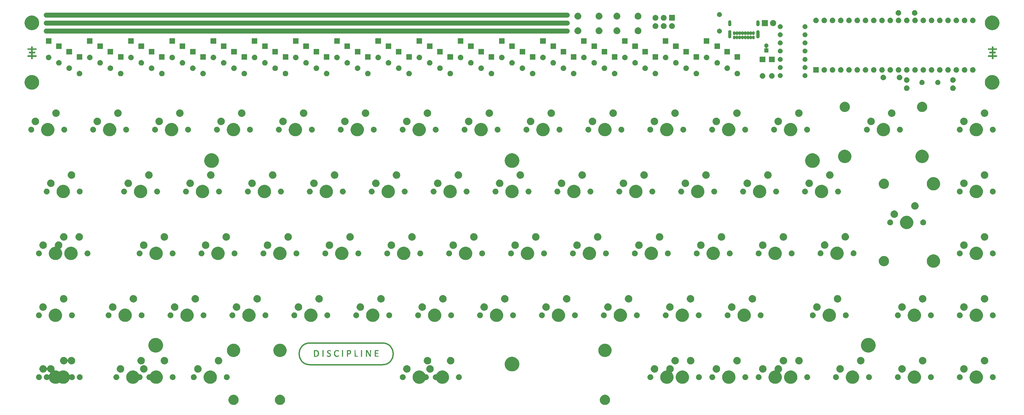
<source format=gbr>
G04 #@! TF.GenerationSoftware,KiCad,Pcbnew,5.99.0-unknown-9339afc~86~ubuntu18.04.1*
G04 #@! TF.CreationDate,2019-10-02T01:45:25+01:00*
G04 #@! TF.ProjectId,discipline-pcb,64697363-6970-46c6-996e-652d7063622e,rev?*
G04 #@! TF.SameCoordinates,Original*
G04 #@! TF.FileFunction,Soldermask,Top*
G04 #@! TF.FilePolarity,Negative*
%FSLAX46Y46*%
G04 Gerber Fmt 4.6, Leading zero omitted, Abs format (unit mm)*
G04 Created by KiCad (PCBNEW 5.99.0-unknown-9339afc~86~ubuntu18.04.1) date 2019-10-02 01:45:25*
%MOMM*%
%LPD*%
G04 APERTURE LIST*
%ADD10C,1.500000*%
%ADD11C,0.010000*%
%ADD12C,0.400000*%
%ADD13C,0.100000*%
G04 APERTURE END LIST*
D10*
X230030842Y-54750650D02*
X69659538Y-54750650D01*
X230030842Y-57233920D02*
X69659538Y-57233920D01*
X230030842Y-59717190D02*
X69659538Y-59717190D01*
D11*
G36*
X361063890Y-64987240D02*
G01*
X361633273Y-64989417D01*
X362202656Y-64991593D01*
X362202656Y-65397993D01*
X361063890Y-65402345D01*
X361063890Y-66062626D01*
X361783557Y-66062626D01*
X361783557Y-66494426D01*
X361063890Y-66494426D01*
X361063890Y-67171640D01*
X361633273Y-67173817D01*
X362202656Y-67175993D01*
X362204919Y-67389776D01*
X362207181Y-67603559D01*
X361063890Y-67603559D01*
X361063890Y-68221626D01*
X360623623Y-68221626D01*
X360623623Y-67603559D01*
X359489090Y-67603559D01*
X359489090Y-67171760D01*
X360623623Y-67171760D01*
X360623623Y-66494426D01*
X359912423Y-66494426D01*
X359912423Y-66062626D01*
X360623623Y-66062626D01*
X360623623Y-65402226D01*
X359489090Y-65402226D01*
X359489090Y-64987360D01*
X360623404Y-64987360D01*
X360627856Y-64398926D01*
X360845873Y-64396667D01*
X361063890Y-64394407D01*
X361063890Y-64987240D01*
X361063890Y-64987240D01*
G37*
X361063890Y-64987240D02*
X361633273Y-64989417D01*
X362202656Y-64991593D01*
X362202656Y-65397993D01*
X361063890Y-65402345D01*
X361063890Y-66062626D01*
X361783557Y-66062626D01*
X361783557Y-66494426D01*
X361063890Y-66494426D01*
X361063890Y-67171640D01*
X361633273Y-67173817D01*
X362202656Y-67175993D01*
X362204919Y-67389776D01*
X362207181Y-67603559D01*
X361063890Y-67603559D01*
X361063890Y-68221626D01*
X360623623Y-68221626D01*
X360623623Y-67603559D01*
X359489090Y-67603559D01*
X359489090Y-67171760D01*
X360623623Y-67171760D01*
X360623623Y-66494426D01*
X359912423Y-66494426D01*
X359912423Y-66062626D01*
X360623623Y-66062626D01*
X360623623Y-65402226D01*
X359489090Y-65402226D01*
X359489090Y-64987360D01*
X360623404Y-64987360D01*
X360627856Y-64398926D01*
X360845873Y-64396667D01*
X361063890Y-64394407D01*
X361063890Y-64987240D01*
G36*
X65448259Y-64987240D02*
G01*
X66017642Y-64989417D01*
X66587025Y-64991593D01*
X66587025Y-65397993D01*
X65448259Y-65402345D01*
X65448259Y-66062626D01*
X66167926Y-66062626D01*
X66167926Y-66494426D01*
X65448259Y-66494426D01*
X65448259Y-67171640D01*
X66017642Y-67173817D01*
X66587025Y-67175993D01*
X66589288Y-67389776D01*
X66591550Y-67603559D01*
X65448259Y-67603559D01*
X65448259Y-68221626D01*
X65007992Y-68221626D01*
X65007992Y-67603559D01*
X63873459Y-67603559D01*
X63873459Y-67171760D01*
X65007992Y-67171760D01*
X65007992Y-66494426D01*
X64296792Y-66494426D01*
X64296792Y-66062626D01*
X65007992Y-66062626D01*
X65007992Y-65402226D01*
X63873459Y-65402226D01*
X63873459Y-64987360D01*
X65007773Y-64987360D01*
X65012225Y-64398926D01*
X65230242Y-64396667D01*
X65448259Y-64394407D01*
X65448259Y-64987240D01*
X65448259Y-64987240D01*
G37*
X65448259Y-64987240D02*
X66017642Y-64989417D01*
X66587025Y-64991593D01*
X66587025Y-65397993D01*
X65448259Y-65402345D01*
X65448259Y-66062626D01*
X66167926Y-66062626D01*
X66167926Y-66494426D01*
X65448259Y-66494426D01*
X65448259Y-67171640D01*
X66017642Y-67173817D01*
X66587025Y-67175993D01*
X66589288Y-67389776D01*
X66591550Y-67603559D01*
X65448259Y-67603559D01*
X65448259Y-68221626D01*
X65007992Y-68221626D01*
X65007992Y-67603559D01*
X63873459Y-67603559D01*
X63873459Y-67171760D01*
X65007992Y-67171760D01*
X65007992Y-66494426D01*
X64296792Y-66494426D01*
X64296792Y-66062626D01*
X65007992Y-66062626D01*
X65007992Y-65402226D01*
X63873459Y-65402226D01*
X63873459Y-64987360D01*
X65007773Y-64987360D01*
X65012225Y-64398926D01*
X65230242Y-64396667D01*
X65448259Y-64394407D01*
X65448259Y-64987240D01*
G36*
X156835154Y-157897780D02*
G01*
X156958225Y-157931926D01*
X157050714Y-157976184D01*
X157092940Y-158021021D01*
X157110806Y-158105393D01*
X157104023Y-158179225D01*
X157084294Y-158209575D01*
X157040635Y-158206546D01*
X156963950Y-158178530D01*
X156930476Y-158162531D01*
X156772547Y-158105881D01*
X156623463Y-158095194D01*
X156494131Y-158126604D01*
X156395457Y-158196247D01*
X156338348Y-158300259D01*
X156328566Y-158375799D01*
X156351955Y-158488627D01*
X156425827Y-158587788D01*
X156555738Y-158679089D01*
X156675154Y-158737984D01*
X156902368Y-158853928D01*
X157065686Y-158972400D01*
X157149054Y-159067479D01*
X157191253Y-159175462D01*
X157208959Y-159316397D01*
X157201480Y-159462430D01*
X157168123Y-159585708D01*
X157162258Y-159597824D01*
X157052884Y-159741399D01*
X156899291Y-159846020D01*
X156712278Y-159907895D01*
X156502645Y-159923233D01*
X156312242Y-159896250D01*
X156195653Y-159857725D01*
X156093505Y-159806223D01*
X156029707Y-159753981D01*
X156027073Y-159750282D01*
X156005764Y-159684803D01*
X156006386Y-159608687D01*
X156027990Y-159555989D01*
X156032584Y-159552450D01*
X156077249Y-159555165D01*
X156155647Y-159583565D01*
X156199342Y-159604625D01*
X156373513Y-159671717D01*
X156541162Y-159693686D01*
X156692305Y-159673816D01*
X156816959Y-159615391D01*
X156905141Y-159521694D01*
X156946867Y-159396008D01*
X156948874Y-159358100D01*
X156927387Y-159268890D01*
X156859403Y-159179720D01*
X156739639Y-159085674D01*
X156562812Y-158981836D01*
X156520851Y-158959831D01*
X156336913Y-158856057D01*
X156207810Y-158759087D01*
X156125335Y-158658725D01*
X156081279Y-158544774D01*
X156067433Y-158407039D01*
X156067383Y-158396560D01*
X156093057Y-158209429D01*
X156169712Y-158062966D01*
X156296795Y-157957737D01*
X156473754Y-157894311D01*
X156570012Y-157879507D01*
X156699688Y-157878666D01*
X156835154Y-157897780D01*
X156835154Y-157897780D01*
G37*
X156835154Y-157897780D02*
X156958225Y-157931926D01*
X157050714Y-157976184D01*
X157092940Y-158021021D01*
X157110806Y-158105393D01*
X157104023Y-158179225D01*
X157084294Y-158209575D01*
X157040635Y-158206546D01*
X156963950Y-158178530D01*
X156930476Y-158162531D01*
X156772547Y-158105881D01*
X156623463Y-158095194D01*
X156494131Y-158126604D01*
X156395457Y-158196247D01*
X156338348Y-158300259D01*
X156328566Y-158375799D01*
X156351955Y-158488627D01*
X156425827Y-158587788D01*
X156555738Y-158679089D01*
X156675154Y-158737984D01*
X156902368Y-158853928D01*
X157065686Y-158972400D01*
X157149054Y-159067479D01*
X157191253Y-159175462D01*
X157208959Y-159316397D01*
X157201480Y-159462430D01*
X157168123Y-159585708D01*
X157162258Y-159597824D01*
X157052884Y-159741399D01*
X156899291Y-159846020D01*
X156712278Y-159907895D01*
X156502645Y-159923233D01*
X156312242Y-159896250D01*
X156195653Y-159857725D01*
X156093505Y-159806223D01*
X156029707Y-159753981D01*
X156027073Y-159750282D01*
X156005764Y-159684803D01*
X156006386Y-159608687D01*
X156027990Y-159555989D01*
X156032584Y-159552450D01*
X156077249Y-159555165D01*
X156155647Y-159583565D01*
X156199342Y-159604625D01*
X156373513Y-159671717D01*
X156541162Y-159693686D01*
X156692305Y-159673816D01*
X156816959Y-159615391D01*
X156905141Y-159521694D01*
X156946867Y-159396008D01*
X156948874Y-159358100D01*
X156927387Y-159268890D01*
X156859403Y-159179720D01*
X156739639Y-159085674D01*
X156562812Y-158981836D01*
X156520851Y-158959831D01*
X156336913Y-158856057D01*
X156207810Y-158759087D01*
X156125335Y-158658725D01*
X156081279Y-158544774D01*
X156067433Y-158407039D01*
X156067383Y-158396560D01*
X156093057Y-158209429D01*
X156169712Y-158062966D01*
X156296795Y-157957737D01*
X156473754Y-157894311D01*
X156570012Y-157879507D01*
X156699688Y-157878666D01*
X156835154Y-157897780D01*
G36*
X159184920Y-157883589D02*
G01*
X159397778Y-157937749D01*
X159456496Y-157964508D01*
X159561021Y-158031974D01*
X159613290Y-158108246D01*
X159625995Y-158196979D01*
X159611023Y-158260323D01*
X159563263Y-158274142D01*
X159478455Y-158238661D01*
X159428299Y-158207488D01*
X159290124Y-158138788D01*
X159129475Y-158108433D01*
X159108840Y-158106974D01*
X158919596Y-158119816D01*
X158766117Y-158186177D01*
X158642921Y-158309195D01*
X158583183Y-158407741D01*
X158544599Y-158490045D01*
X158520024Y-158567936D01*
X158506411Y-158659900D01*
X158500715Y-158784423D01*
X158499808Y-158913782D01*
X158501851Y-159077888D01*
X158509607Y-159194326D01*
X158525791Y-159280651D01*
X158553119Y-159354423D01*
X158574582Y-159397324D01*
X158685067Y-159540939D01*
X158831334Y-159637992D01*
X159001139Y-159686157D01*
X159182237Y-159683109D01*
X159362383Y-159626521D01*
X159464352Y-159566307D01*
X159535970Y-159522292D01*
X159587914Y-159502264D01*
X159590225Y-159502149D01*
X159621023Y-159527916D01*
X159626450Y-159590716D01*
X159609555Y-159668796D01*
X159573390Y-159740406D01*
X159553656Y-159762886D01*
X159432981Y-159838884D01*
X159269784Y-159891589D01*
X159083739Y-159917589D01*
X158894516Y-159913477D01*
X158788846Y-159895426D01*
X158601335Y-159818810D01*
X158445405Y-159689520D01*
X158324378Y-159513747D01*
X158241573Y-159297680D01*
X158200312Y-159047508D01*
X158201293Y-158800220D01*
X158242898Y-158547718D01*
X158324011Y-158325698D01*
X158439775Y-158144708D01*
X158552618Y-158037609D01*
X158744479Y-157934963D01*
X158961200Y-157883142D01*
X159184920Y-157883589D01*
X159184920Y-157883589D01*
G37*
X159184920Y-157883589D02*
X159397778Y-157937749D01*
X159456496Y-157964508D01*
X159561021Y-158031974D01*
X159613290Y-158108246D01*
X159625995Y-158196979D01*
X159611023Y-158260323D01*
X159563263Y-158274142D01*
X159478455Y-158238661D01*
X159428299Y-158207488D01*
X159290124Y-158138788D01*
X159129475Y-158108433D01*
X159108840Y-158106974D01*
X158919596Y-158119816D01*
X158766117Y-158186177D01*
X158642921Y-158309195D01*
X158583183Y-158407741D01*
X158544599Y-158490045D01*
X158520024Y-158567936D01*
X158506411Y-158659900D01*
X158500715Y-158784423D01*
X158499808Y-158913782D01*
X158501851Y-159077888D01*
X158509607Y-159194326D01*
X158525791Y-159280651D01*
X158553119Y-159354423D01*
X158574582Y-159397324D01*
X158685067Y-159540939D01*
X158831334Y-159637992D01*
X159001139Y-159686157D01*
X159182237Y-159683109D01*
X159362383Y-159626521D01*
X159464352Y-159566307D01*
X159535970Y-159522292D01*
X159587914Y-159502264D01*
X159590225Y-159502149D01*
X159621023Y-159527916D01*
X159626450Y-159590716D01*
X159609555Y-159668796D01*
X159573390Y-159740406D01*
X159553656Y-159762886D01*
X159432981Y-159838884D01*
X159269784Y-159891589D01*
X159083739Y-159917589D01*
X158894516Y-159913477D01*
X158788846Y-159895426D01*
X158601335Y-159818810D01*
X158445405Y-159689520D01*
X158324378Y-159513747D01*
X158241573Y-159297680D01*
X158200312Y-159047508D01*
X158201293Y-158800220D01*
X158242898Y-158547718D01*
X158324011Y-158325698D01*
X158439775Y-158144708D01*
X158552618Y-158037609D01*
X158744479Y-157934963D01*
X158961200Y-157883142D01*
X159184920Y-157883589D01*
G36*
X152621326Y-157911161D02*
G01*
X152834435Y-157935264D01*
X153011029Y-157984087D01*
X153163961Y-158060087D01*
X153171114Y-158064580D01*
X153322727Y-158198165D01*
X153436579Y-158377780D01*
X153509514Y-158594083D01*
X153538374Y-158837731D01*
X153520265Y-159097732D01*
X153457946Y-159345797D01*
X153356482Y-159544101D01*
X153212534Y-159697489D01*
X153031136Y-159807044D01*
X152939960Y-159835845D01*
X152811893Y-159859870D01*
X152660751Y-159878431D01*
X152500353Y-159890842D01*
X152344516Y-159896415D01*
X152207057Y-159894464D01*
X152101793Y-159884301D01*
X152042543Y-159865240D01*
X152035316Y-159856561D01*
X152031181Y-159813410D01*
X152027993Y-159713610D01*
X152025829Y-159565801D01*
X152024762Y-159378622D01*
X152024869Y-159160716D01*
X152026223Y-158920722D01*
X152026703Y-158865119D01*
X152033432Y-158130940D01*
X152280237Y-158130940D01*
X152280237Y-159665388D01*
X152534501Y-159665388D01*
X152691709Y-159659976D01*
X152809169Y-159640693D01*
X152911761Y-159602971D01*
X152934437Y-159591930D01*
X153072327Y-159494221D01*
X153169397Y-159357567D01*
X153229022Y-159175494D01*
X153252686Y-158981965D01*
X153251505Y-158750547D01*
X153216269Y-158564508D01*
X153143869Y-158411730D01*
X153087406Y-158337859D01*
X152980725Y-158237453D01*
X152861506Y-158173665D01*
X152712803Y-158140248D01*
X152526144Y-158130940D01*
X152280237Y-158130940D01*
X152033432Y-158130940D01*
X152035378Y-157918729D01*
X152358850Y-157909323D01*
X152621326Y-157911161D01*
X152621326Y-157911161D01*
G37*
X152621326Y-157911161D02*
X152834435Y-157935264D01*
X153011029Y-157984087D01*
X153163961Y-158060087D01*
X153171114Y-158064580D01*
X153322727Y-158198165D01*
X153436579Y-158377780D01*
X153509514Y-158594083D01*
X153538374Y-158837731D01*
X153520265Y-159097732D01*
X153457946Y-159345797D01*
X153356482Y-159544101D01*
X153212534Y-159697489D01*
X153031136Y-159807044D01*
X152939960Y-159835845D01*
X152811893Y-159859870D01*
X152660751Y-159878431D01*
X152500353Y-159890842D01*
X152344516Y-159896415D01*
X152207057Y-159894464D01*
X152101793Y-159884301D01*
X152042543Y-159865240D01*
X152035316Y-159856561D01*
X152031181Y-159813410D01*
X152027993Y-159713610D01*
X152025829Y-159565801D01*
X152024762Y-159378622D01*
X152024869Y-159160716D01*
X152026223Y-158920722D01*
X152026703Y-158865119D01*
X152033432Y-158130940D01*
X152280237Y-158130940D01*
X152280237Y-159665388D01*
X152534501Y-159665388D01*
X152691709Y-159659976D01*
X152809169Y-159640693D01*
X152911761Y-159602971D01*
X152934437Y-159591930D01*
X153072327Y-159494221D01*
X153169397Y-159357567D01*
X153229022Y-159175494D01*
X153252686Y-158981965D01*
X153251505Y-158750547D01*
X153216269Y-158564508D01*
X153143869Y-158411730D01*
X153087406Y-158337859D01*
X152980725Y-158237453D01*
X152861506Y-158173665D01*
X152712803Y-158140248D01*
X152526144Y-158130940D01*
X152280237Y-158130940D01*
X152033432Y-158130940D01*
X152035378Y-157918729D01*
X152358850Y-157909323D01*
X152621326Y-157911161D01*
G36*
X154908386Y-159877598D02*
G01*
X154802056Y-159887846D01*
X154716056Y-159882785D01*
X154679113Y-159854800D01*
X154675152Y-159812115D01*
X154672121Y-159712760D01*
X154670091Y-159565354D01*
X154669130Y-159378517D01*
X154669307Y-159160868D01*
X154670693Y-158921028D01*
X154671176Y-158865119D01*
X154679851Y-157918729D01*
X154908386Y-157918729D01*
X154908386Y-159877598D01*
X154908386Y-159877598D01*
G37*
X154908386Y-159877598D02*
X154802056Y-159887846D01*
X154716056Y-159882785D01*
X154679113Y-159854800D01*
X154675152Y-159812115D01*
X154672121Y-159712760D01*
X154670091Y-159565354D01*
X154669130Y-159378517D01*
X154669307Y-159160868D01*
X154670693Y-158921028D01*
X154671176Y-158865119D01*
X154679851Y-157918729D01*
X154908386Y-157918729D01*
X154908386Y-159877598D01*
G36*
X160931908Y-159893922D02*
G01*
X160816616Y-159893922D01*
X160735729Y-159883371D01*
X160688121Y-159857493D01*
X160685511Y-159852715D01*
X160681755Y-159810581D01*
X160678910Y-159711752D01*
X160677039Y-159564824D01*
X160676203Y-159378391D01*
X160676465Y-159161048D01*
X160677886Y-158921391D01*
X160678374Y-158865119D01*
X160687049Y-157918729D01*
X160809478Y-157908597D01*
X160931908Y-157898464D01*
X160931908Y-159893922D01*
X160931908Y-159893922D01*
G37*
X160931908Y-159893922D02*
X160816616Y-159893922D01*
X160735729Y-159883371D01*
X160688121Y-159857493D01*
X160685511Y-159852715D01*
X160681755Y-159810581D01*
X160678910Y-159711752D01*
X160677039Y-159564824D01*
X160676203Y-159378391D01*
X160676465Y-159161048D01*
X160677886Y-158921391D01*
X160678374Y-158865119D01*
X160687049Y-157918729D01*
X160809478Y-157908597D01*
X160931908Y-157898464D01*
X160931908Y-159893922D01*
G36*
X162640184Y-157908341D02*
G01*
X162810327Y-157916645D01*
X162930874Y-157928155D01*
X163017527Y-157945751D01*
X163085985Y-157972314D01*
X163133137Y-157998805D01*
X163259726Y-158098816D01*
X163337737Y-158219075D01*
X163374510Y-158374201D01*
X163379835Y-158490066D01*
X163356125Y-158701607D01*
X163284980Y-158870024D01*
X163165006Y-158996624D01*
X162994806Y-159082710D01*
X162772987Y-159129590D01*
X162688909Y-159136639D01*
X162433707Y-159151412D01*
X162433707Y-159893922D01*
X162324881Y-159893922D01*
X162244211Y-159887949D01*
X162195764Y-159873442D01*
X162194290Y-159872157D01*
X162188708Y-159835128D01*
X162183655Y-159741216D01*
X162179323Y-159598833D01*
X162175902Y-159416390D01*
X162173583Y-159202298D01*
X162172558Y-158964970D01*
X162172525Y-158913044D01*
X162172962Y-158635039D01*
X162174506Y-158415351D01*
X162177508Y-158247009D01*
X162182010Y-158130940D01*
X162433707Y-158130940D01*
X162433707Y-158517273D01*
X162435448Y-158669998D01*
X162440184Y-158798078D01*
X162447187Y-158887837D01*
X162455472Y-158925370D01*
X162507472Y-158942316D01*
X162600909Y-158945923D01*
X162713444Y-158936853D01*
X162822735Y-158915767D01*
X162827905Y-158914355D01*
X162966837Y-158850165D01*
X163058215Y-158745225D01*
X163106038Y-158594273D01*
X163112426Y-158540007D01*
X163118002Y-158433191D01*
X163106160Y-158363664D01*
X163067531Y-158303920D01*
X163012292Y-158245926D01*
X162947913Y-158185586D01*
X162891638Y-158151167D01*
X162821604Y-158135420D01*
X162715950Y-158131096D01*
X162665507Y-158130940D01*
X162433707Y-158130940D01*
X162182010Y-158130940D01*
X162182317Y-158123038D01*
X162189283Y-158036466D01*
X162198757Y-157980320D01*
X162211089Y-157947626D01*
X162221624Y-157934948D01*
X162269752Y-157915880D01*
X162361979Y-157905900D01*
X162506005Y-157904517D01*
X162640184Y-157908341D01*
X162640184Y-157908341D01*
G37*
X162640184Y-157908341D02*
X162810327Y-157916645D01*
X162930874Y-157928155D01*
X163017527Y-157945751D01*
X163085985Y-157972314D01*
X163133137Y-157998805D01*
X163259726Y-158098816D01*
X163337737Y-158219075D01*
X163374510Y-158374201D01*
X163379835Y-158490066D01*
X163356125Y-158701607D01*
X163284980Y-158870024D01*
X163165006Y-158996624D01*
X162994806Y-159082710D01*
X162772987Y-159129590D01*
X162688909Y-159136639D01*
X162433707Y-159151412D01*
X162433707Y-159893922D01*
X162324881Y-159893922D01*
X162244211Y-159887949D01*
X162195764Y-159873442D01*
X162194290Y-159872157D01*
X162188708Y-159835128D01*
X162183655Y-159741216D01*
X162179323Y-159598833D01*
X162175902Y-159416390D01*
X162173583Y-159202298D01*
X162172558Y-158964970D01*
X162172525Y-158913044D01*
X162172962Y-158635039D01*
X162174506Y-158415351D01*
X162177508Y-158247009D01*
X162182010Y-158130940D01*
X162433707Y-158130940D01*
X162433707Y-158517273D01*
X162435448Y-158669998D01*
X162440184Y-158798078D01*
X162447187Y-158887837D01*
X162455472Y-158925370D01*
X162507472Y-158942316D01*
X162600909Y-158945923D01*
X162713444Y-158936853D01*
X162822735Y-158915767D01*
X162827905Y-158914355D01*
X162966837Y-158850165D01*
X163058215Y-158745225D01*
X163106038Y-158594273D01*
X163112426Y-158540007D01*
X163118002Y-158433191D01*
X163106160Y-158363664D01*
X163067531Y-158303920D01*
X163012292Y-158245926D01*
X162947913Y-158185586D01*
X162891638Y-158151167D01*
X162821604Y-158135420D01*
X162715950Y-158131096D01*
X162665507Y-158130940D01*
X162433707Y-158130940D01*
X162182010Y-158130940D01*
X162182317Y-158123038D01*
X162189283Y-158036466D01*
X162198757Y-157980320D01*
X162211089Y-157947626D01*
X162221624Y-157934948D01*
X162269752Y-157915880D01*
X162361979Y-157905900D01*
X162506005Y-157904517D01*
X162640184Y-157908341D01*
G36*
X164645597Y-157908597D02*
G01*
X164768026Y-157918729D01*
X164785412Y-159663259D01*
X165518926Y-159681711D01*
X165518926Y-159877598D01*
X165043648Y-159886597D01*
X164873642Y-159888312D01*
X164727342Y-159886945D01*
X164616934Y-159882829D01*
X164554604Y-159876298D01*
X164545769Y-159872994D01*
X164540084Y-159835835D01*
X164534922Y-159741624D01*
X164530472Y-159598604D01*
X164526919Y-159415017D01*
X164524450Y-159199108D01*
X164523252Y-158959118D01*
X164523167Y-158874428D01*
X164523167Y-157898464D01*
X164645597Y-157908597D01*
X164645597Y-157908597D01*
G37*
X164645597Y-157908597D02*
X164768026Y-157918729D01*
X164785412Y-159663259D01*
X165518926Y-159681711D01*
X165518926Y-159877598D01*
X165043648Y-159886597D01*
X164873642Y-159888312D01*
X164727342Y-159886945D01*
X164616934Y-159882829D01*
X164554604Y-159876298D01*
X164545769Y-159872994D01*
X164540084Y-159835835D01*
X164534922Y-159741624D01*
X164530472Y-159598604D01*
X164526919Y-159415017D01*
X164524450Y-159199108D01*
X164523252Y-158959118D01*
X164523167Y-158874428D01*
X164523167Y-157898464D01*
X164645597Y-157908597D01*
G36*
X166669761Y-157908597D02*
G01*
X166792190Y-157918729D01*
X166792190Y-159877598D01*
X166547332Y-159897864D01*
X166547332Y-157898464D01*
X166669761Y-157908597D01*
X166669761Y-157908597D01*
G37*
X166669761Y-157908597D02*
X166792190Y-157918729D01*
X166792190Y-159877598D01*
X166547332Y-159897864D01*
X166547332Y-157898464D01*
X166669761Y-157908597D01*
G36*
X169510603Y-158887898D02*
G01*
X169501959Y-159877598D01*
X169387692Y-159887213D01*
X169294135Y-159882196D01*
X169222011Y-159856968D01*
X169218693Y-159854566D01*
X169189031Y-159815762D01*
X169132731Y-159727413D01*
X169054394Y-159597308D01*
X168958626Y-159433238D01*
X168850029Y-159242992D01*
X168733208Y-159034362D01*
X168721390Y-159013039D01*
X168278819Y-158213776D01*
X168270080Y-159045687D01*
X168261342Y-159877598D01*
X168154755Y-159887865D01*
X168048168Y-159898131D01*
X168056811Y-158908430D01*
X168065455Y-157918729D01*
X168216873Y-157908928D01*
X168317663Y-157908369D01*
X168380040Y-157928909D01*
X168429084Y-157978202D01*
X168461233Y-158028191D01*
X168519369Y-158126778D01*
X168598460Y-158265100D01*
X168693478Y-158434296D01*
X168799393Y-158625502D01*
X168881651Y-158775629D01*
X169273424Y-159493981D01*
X169306072Y-157918729D01*
X169412659Y-157908463D01*
X169519247Y-157898197D01*
X169510603Y-158887898D01*
X169510603Y-158887898D01*
G37*
X169510603Y-158887898D02*
X169501959Y-159877598D01*
X169387692Y-159887213D01*
X169294135Y-159882196D01*
X169222011Y-159856968D01*
X169218693Y-159854566D01*
X169189031Y-159815762D01*
X169132731Y-159727413D01*
X169054394Y-159597308D01*
X168958626Y-159433238D01*
X168850029Y-159242992D01*
X168733208Y-159034362D01*
X168721390Y-159013039D01*
X168278819Y-158213776D01*
X168270080Y-159045687D01*
X168261342Y-159877598D01*
X168154755Y-159887865D01*
X168048168Y-159898131D01*
X168056811Y-158908430D01*
X168065455Y-157918729D01*
X168216873Y-157908928D01*
X168317663Y-157908369D01*
X168380040Y-157928909D01*
X168429084Y-157978202D01*
X168461233Y-158028191D01*
X168519369Y-158126778D01*
X168598460Y-158265100D01*
X168693478Y-158434296D01*
X168799393Y-158625502D01*
X168881651Y-158775629D01*
X169273424Y-159493981D01*
X169306072Y-157918729D01*
X169412659Y-157908463D01*
X169519247Y-157898197D01*
X169510603Y-158887898D01*
G36*
X171525606Y-157902998D02*
G01*
X171661305Y-157905555D01*
X171751613Y-157911244D01*
X171806479Y-157921237D01*
X171835853Y-157936700D01*
X171849685Y-157958804D01*
X171851142Y-157963102D01*
X171857555Y-158042149D01*
X171849849Y-158077369D01*
X171832544Y-158100096D01*
X171794076Y-158115465D01*
X171723696Y-158124827D01*
X171610656Y-158129532D01*
X171444208Y-158130930D01*
X171423462Y-158130940D01*
X171017632Y-158130940D01*
X171027019Y-158432933D01*
X171036406Y-158734925D01*
X171387370Y-158744191D01*
X171738334Y-158753458D01*
X171738334Y-158947136D01*
X171020082Y-158947136D01*
X171020082Y-159663437D01*
X171852602Y-159681711D01*
X171852602Y-159877598D01*
X171345720Y-159886552D01*
X171130265Y-159888577D01*
X170973635Y-159885689D01*
X170869519Y-159877530D01*
X170811606Y-159863741D01*
X170798869Y-159855537D01*
X170786502Y-159811212D01*
X170776229Y-159711935D01*
X170768056Y-159568014D01*
X170761986Y-159389754D01*
X170758024Y-159187464D01*
X170756173Y-158971448D01*
X170756439Y-158752016D01*
X170758825Y-158539472D01*
X170763336Y-158344125D01*
X170769976Y-158176281D01*
X170778748Y-158046246D01*
X170789659Y-157964329D01*
X170798077Y-157941583D01*
X170844332Y-157924195D01*
X170945226Y-157912039D01*
X171104216Y-157904861D01*
X171324758Y-157902409D01*
X171334566Y-157902406D01*
X171525606Y-157902998D01*
X171525606Y-157902998D01*
G37*
X171525606Y-157902998D02*
X171661305Y-157905555D01*
X171751613Y-157911244D01*
X171806479Y-157921237D01*
X171835853Y-157936700D01*
X171849685Y-157958804D01*
X171851142Y-157963102D01*
X171857555Y-158042149D01*
X171849849Y-158077369D01*
X171832544Y-158100096D01*
X171794076Y-158115465D01*
X171723696Y-158124827D01*
X171610656Y-158129532D01*
X171444208Y-158130930D01*
X171423462Y-158130940D01*
X171017632Y-158130940D01*
X171027019Y-158432933D01*
X171036406Y-158734925D01*
X171387370Y-158744191D01*
X171738334Y-158753458D01*
X171738334Y-158947136D01*
X171020082Y-158947136D01*
X171020082Y-159663437D01*
X171852602Y-159681711D01*
X171852602Y-159877598D01*
X171345720Y-159886552D01*
X171130265Y-159888577D01*
X170973635Y-159885689D01*
X170869519Y-159877530D01*
X170811606Y-159863741D01*
X170798869Y-159855537D01*
X170786502Y-159811212D01*
X170776229Y-159711935D01*
X170768056Y-159568014D01*
X170761986Y-159389754D01*
X170758024Y-159187464D01*
X170756173Y-158971448D01*
X170756439Y-158752016D01*
X170758825Y-158539472D01*
X170763336Y-158344125D01*
X170769976Y-158176281D01*
X170778748Y-158046246D01*
X170789659Y-157964329D01*
X170798077Y-157941583D01*
X170844332Y-157924195D01*
X170945226Y-157912039D01*
X171104216Y-157904861D01*
X171324758Y-157902409D01*
X171334566Y-157902406D01*
X171525606Y-157902998D01*
D12*
X150803990Y-162401840D02*
G75*
G02X150803990Y-155721840I0J3340000D01*
G01*
X173103990Y-155721840D02*
G75*
G02X173103990Y-162401840I0J-3340000D01*
G01*
X150833990Y-155721840D02*
X173113990Y-155721840D01*
X150813990Y-162401840D02*
X173113990Y-162401840D01*
D13*
G36*
X127309203Y-171637750D02*
G01*
X127365786Y-171635774D01*
X127434112Y-171644405D01*
X127497557Y-171647786D01*
X127554297Y-171659588D01*
X127617236Y-171667539D01*
X127676793Y-171685068D01*
X127732169Y-171696586D01*
X127793004Y-171719270D01*
X127860372Y-171739098D01*
X127910195Y-171762969D01*
X127956691Y-171780307D01*
X128019521Y-171815350D01*
X128088940Y-171848610D01*
X128128696Y-171876241D01*
X128165966Y-171897028D01*
X128228318Y-171945480D01*
X128297059Y-171993256D01*
X128326965Y-172022135D01*
X128355188Y-172044067D01*
X128414371Y-172106542D01*
X128479375Y-172169316D01*
X128500176Y-172197121D01*
X128519980Y-172218027D01*
X128573121Y-172294629D01*
X128631196Y-172372260D01*
X128644104Y-172396951D01*
X128656567Y-172414916D01*
X128700755Y-172505313D01*
X128748618Y-172596867D01*
X128755243Y-172616784D01*
X128761803Y-172630203D01*
X128794158Y-172733765D01*
X128828619Y-172837358D01*
X128830875Y-172851290D01*
X128833263Y-172858932D01*
X128851048Y-172975843D01*
X128869140Y-173087546D01*
X128866141Y-173373951D01*
X128859675Y-173409179D01*
X128859126Y-173427691D01*
X128838818Y-173522821D01*
X128820389Y-173623236D01*
X128812883Y-173644316D01*
X128809477Y-173660270D01*
X128771630Y-173760167D01*
X128735369Y-173861999D01*
X128727908Y-173875570D01*
X128724581Y-173884352D01*
X128667572Y-173985320D01*
X128613269Y-174084097D01*
X128607975Y-174090873D01*
X128606765Y-174093016D01*
X128520449Y-174202901D01*
X128457231Y-174283817D01*
X128374684Y-174360256D01*
X128283917Y-174445343D01*
X128279604Y-174448302D01*
X128271268Y-174456021D01*
X128178625Y-174517573D01*
X128086311Y-174580900D01*
X128075360Y-174586182D01*
X128060166Y-174596277D01*
X127963877Y-174639956D01*
X127870482Y-174685004D01*
X127852223Y-174690604D01*
X127829355Y-174700977D01*
X127733313Y-174727071D01*
X127641388Y-174755263D01*
X127615642Y-174759042D01*
X127584773Y-174767429D01*
X127492252Y-174777153D01*
X127404298Y-174790063D01*
X127371336Y-174789862D01*
X127332713Y-174793921D01*
X127246460Y-174789099D01*
X127164672Y-174788599D01*
X127125270Y-174782323D01*
X127079660Y-174779773D01*
X127001837Y-174762663D01*
X126928026Y-174750906D01*
X126883416Y-174736626D01*
X126832124Y-174725349D01*
X126764316Y-174698502D01*
X126699808Y-174677853D01*
X126651653Y-174653896D01*
X126596473Y-174632049D01*
X126539647Y-174598174D01*
X126485263Y-174571118D01*
X126435594Y-174536145D01*
X126378771Y-174502272D01*
X126333313Y-174464128D01*
X126289334Y-174433162D01*
X126240491Y-174386241D01*
X126184619Y-174339359D01*
X126150297Y-174299597D01*
X126116523Y-174267152D01*
X126071089Y-174207834D01*
X126019010Y-174147500D01*
X125995064Y-174108576D01*
X125970812Y-174076913D01*
X125931484Y-174005228D01*
X125886207Y-173931631D01*
X125871405Y-173895720D01*
X125855552Y-173866823D01*
X125825074Y-173783311D01*
X125789625Y-173697306D01*
X125782322Y-173666168D01*
X125773400Y-173641722D01*
X125754477Y-173547452D01*
X125731750Y-173450554D01*
X125729998Y-173425503D01*
X125726240Y-173406780D01*
X125721445Y-173303178D01*
X125714071Y-173197723D01*
X125715723Y-173179565D01*
X125715161Y-173167412D01*
X125726962Y-173056072D01*
X125737041Y-172945318D01*
X125739867Y-172934310D01*
X125740418Y-172929115D01*
X125772044Y-172808990D01*
X125800071Y-172699832D01*
X125841267Y-172605538D01*
X125896787Y-172477546D01*
X125898095Y-172475465D01*
X125901539Y-172467582D01*
X125962623Y-172372798D01*
X126024303Y-172274662D01*
X126030443Y-172267561D01*
X126038834Y-172254541D01*
X126111145Y-172174232D01*
X126181036Y-172093405D01*
X126193458Y-172082814D01*
X126208424Y-172066193D01*
X126287954Y-172002249D01*
X126363389Y-171937935D01*
X126383166Y-171925697D01*
X126405946Y-171907381D01*
X126489096Y-171860145D01*
X126567153Y-171811842D01*
X126594930Y-171800023D01*
X126626318Y-171782192D01*
X126709806Y-171751143D01*
X126787656Y-171718018D01*
X126823610Y-171708820D01*
X126863871Y-171693847D01*
X126944686Y-171677845D01*
X127019804Y-171658628D01*
X127063647Y-171654291D01*
X127112492Y-171644619D01*
X127188089Y-171641979D01*
X127258270Y-171635036D01*
X127309203Y-171637750D01*
X127309203Y-171637750D01*
G37*
G36*
X141598351Y-171637750D02*
G01*
X141654934Y-171635774D01*
X141723260Y-171644405D01*
X141786705Y-171647786D01*
X141843445Y-171659588D01*
X141906384Y-171667539D01*
X141965941Y-171685068D01*
X142021317Y-171696586D01*
X142082152Y-171719270D01*
X142149520Y-171739098D01*
X142199343Y-171762969D01*
X142245839Y-171780307D01*
X142308669Y-171815350D01*
X142378088Y-171848610D01*
X142417844Y-171876241D01*
X142455114Y-171897028D01*
X142517466Y-171945480D01*
X142586207Y-171993256D01*
X142616113Y-172022135D01*
X142644336Y-172044067D01*
X142703519Y-172106542D01*
X142768523Y-172169316D01*
X142789324Y-172197121D01*
X142809128Y-172218027D01*
X142862269Y-172294629D01*
X142920344Y-172372260D01*
X142933252Y-172396951D01*
X142945715Y-172414916D01*
X142989903Y-172505313D01*
X143037766Y-172596867D01*
X143044391Y-172616784D01*
X143050951Y-172630203D01*
X143083306Y-172733765D01*
X143117767Y-172837358D01*
X143120023Y-172851290D01*
X143122411Y-172858932D01*
X143140196Y-172975843D01*
X143158288Y-173087546D01*
X143155289Y-173373951D01*
X143148823Y-173409179D01*
X143148274Y-173427691D01*
X143127966Y-173522821D01*
X143109537Y-173623236D01*
X143102031Y-173644316D01*
X143098625Y-173660270D01*
X143060778Y-173760167D01*
X143024517Y-173861999D01*
X143017056Y-173875570D01*
X143013729Y-173884352D01*
X142956720Y-173985320D01*
X142902417Y-174084097D01*
X142897123Y-174090873D01*
X142895913Y-174093016D01*
X142809597Y-174202901D01*
X142746379Y-174283817D01*
X142663832Y-174360256D01*
X142573065Y-174445343D01*
X142568752Y-174448302D01*
X142560416Y-174456021D01*
X142467773Y-174517573D01*
X142375459Y-174580900D01*
X142364508Y-174586182D01*
X142349314Y-174596277D01*
X142253025Y-174639956D01*
X142159630Y-174685004D01*
X142141371Y-174690604D01*
X142118503Y-174700977D01*
X142022461Y-174727071D01*
X141930536Y-174755263D01*
X141904790Y-174759042D01*
X141873921Y-174767429D01*
X141781400Y-174777153D01*
X141693446Y-174790063D01*
X141660484Y-174789862D01*
X141621861Y-174793921D01*
X141535608Y-174789099D01*
X141453820Y-174788599D01*
X141414418Y-174782323D01*
X141368808Y-174779773D01*
X141290985Y-174762663D01*
X141217174Y-174750906D01*
X141172564Y-174736626D01*
X141121272Y-174725349D01*
X141053464Y-174698502D01*
X140988956Y-174677853D01*
X140940801Y-174653896D01*
X140885621Y-174632049D01*
X140828795Y-174598174D01*
X140774411Y-174571118D01*
X140724742Y-174536145D01*
X140667919Y-174502272D01*
X140622461Y-174464128D01*
X140578482Y-174433162D01*
X140529639Y-174386241D01*
X140473767Y-174339359D01*
X140439445Y-174299597D01*
X140405671Y-174267152D01*
X140360237Y-174207834D01*
X140308158Y-174147500D01*
X140284212Y-174108576D01*
X140259960Y-174076913D01*
X140220632Y-174005228D01*
X140175355Y-173931631D01*
X140160553Y-173895720D01*
X140144700Y-173866823D01*
X140114222Y-173783311D01*
X140078773Y-173697306D01*
X140071470Y-173666168D01*
X140062548Y-173641722D01*
X140043625Y-173547452D01*
X140020898Y-173450554D01*
X140019146Y-173425503D01*
X140015388Y-173406780D01*
X140010593Y-173303178D01*
X140003219Y-173197723D01*
X140004871Y-173179565D01*
X140004309Y-173167412D01*
X140016110Y-173056072D01*
X140026189Y-172945318D01*
X140029015Y-172934310D01*
X140029566Y-172929115D01*
X140061192Y-172808990D01*
X140089219Y-172699832D01*
X140130415Y-172605538D01*
X140185935Y-172477546D01*
X140187243Y-172475465D01*
X140190687Y-172467582D01*
X140251771Y-172372798D01*
X140313451Y-172274662D01*
X140319591Y-172267561D01*
X140327982Y-172254541D01*
X140400293Y-172174232D01*
X140470184Y-172093405D01*
X140482606Y-172082814D01*
X140497572Y-172066193D01*
X140577102Y-172002249D01*
X140652537Y-171937935D01*
X140672314Y-171925697D01*
X140695094Y-171907381D01*
X140778244Y-171860145D01*
X140856301Y-171811842D01*
X140884078Y-171800023D01*
X140915466Y-171782192D01*
X140998954Y-171751143D01*
X141076804Y-171718018D01*
X141112758Y-171708820D01*
X141153019Y-171693847D01*
X141233834Y-171677845D01*
X141308952Y-171658628D01*
X141352795Y-171654291D01*
X141401640Y-171644619D01*
X141477237Y-171641979D01*
X141547418Y-171635036D01*
X141598351Y-171637750D01*
X141598351Y-171637750D01*
G37*
G36*
X241604826Y-171637517D02*
G01*
X241654734Y-171635774D01*
X241657127Y-171636076D01*
X241665786Y-171635774D01*
X241734113Y-171644406D01*
X241797557Y-171647786D01*
X241854297Y-171659588D01*
X241917236Y-171667539D01*
X241976793Y-171685068D01*
X242032169Y-171696586D01*
X242093004Y-171719270D01*
X242160372Y-171739098D01*
X242210195Y-171762969D01*
X242256691Y-171780307D01*
X242319521Y-171815350D01*
X242388940Y-171848610D01*
X242428696Y-171876241D01*
X242465966Y-171897028D01*
X242528318Y-171945480D01*
X242597059Y-171993256D01*
X242626965Y-172022135D01*
X242655188Y-172044067D01*
X242714371Y-172106542D01*
X242779375Y-172169316D01*
X242800176Y-172197121D01*
X242819980Y-172218027D01*
X242873121Y-172294629D01*
X242931196Y-172372260D01*
X242944104Y-172396951D01*
X242956567Y-172414916D01*
X243000755Y-172505313D01*
X243048618Y-172596867D01*
X243055243Y-172616784D01*
X243061803Y-172630203D01*
X243094158Y-172733765D01*
X243128619Y-172837358D01*
X243130875Y-172851290D01*
X243133263Y-172858932D01*
X243151048Y-172975843D01*
X243169140Y-173087546D01*
X243166141Y-173373951D01*
X243159675Y-173409179D01*
X243159126Y-173427691D01*
X243138818Y-173522821D01*
X243120389Y-173623236D01*
X243112883Y-173644316D01*
X243109477Y-173660270D01*
X243071630Y-173760167D01*
X243035369Y-173861999D01*
X243027908Y-173875570D01*
X243024581Y-173884352D01*
X242967572Y-173985320D01*
X242913269Y-174084097D01*
X242907975Y-174090873D01*
X242906765Y-174093016D01*
X242820449Y-174202901D01*
X242757231Y-174283817D01*
X242674684Y-174360256D01*
X242583917Y-174445343D01*
X242579604Y-174448302D01*
X242571268Y-174456021D01*
X242478625Y-174517573D01*
X242386311Y-174580900D01*
X242375360Y-174586182D01*
X242360166Y-174596277D01*
X242263877Y-174639956D01*
X242170482Y-174685004D01*
X242152223Y-174690604D01*
X242129355Y-174700977D01*
X242033313Y-174727071D01*
X241941388Y-174755263D01*
X241915642Y-174759042D01*
X241884773Y-174767429D01*
X241792254Y-174777153D01*
X241704299Y-174790063D01*
X241703198Y-174790056D01*
X241702309Y-174790118D01*
X241670732Y-174789925D01*
X241632713Y-174793921D01*
X241625499Y-174793518D01*
X241621661Y-174793921D01*
X241535406Y-174789099D01*
X241453620Y-174788599D01*
X241414218Y-174782323D01*
X241368608Y-174779773D01*
X241290785Y-174762663D01*
X241216974Y-174750906D01*
X241172364Y-174736626D01*
X241121072Y-174725349D01*
X241053264Y-174698502D01*
X240988756Y-174677853D01*
X240940601Y-174653896D01*
X240885421Y-174632049D01*
X240828595Y-174598174D01*
X240774211Y-174571118D01*
X240724542Y-174536145D01*
X240667719Y-174502272D01*
X240622261Y-174464128D01*
X240578282Y-174433162D01*
X240529439Y-174386241D01*
X240473567Y-174339359D01*
X240439245Y-174299597D01*
X240405471Y-174267152D01*
X240360037Y-174207834D01*
X240307958Y-174147500D01*
X240284012Y-174108576D01*
X240259760Y-174076913D01*
X240220432Y-174005228D01*
X240175155Y-173931631D01*
X240160353Y-173895720D01*
X240144500Y-173866823D01*
X240114022Y-173783311D01*
X240078573Y-173697306D01*
X240071270Y-173666168D01*
X240062348Y-173641722D01*
X240043425Y-173547452D01*
X240020698Y-173450554D01*
X240018946Y-173425503D01*
X240015188Y-173406780D01*
X240010393Y-173303178D01*
X240003019Y-173197723D01*
X240004671Y-173179565D01*
X240004109Y-173167412D01*
X240015910Y-173056072D01*
X240025989Y-172945318D01*
X240028815Y-172934310D01*
X240029366Y-172929115D01*
X240060992Y-172808990D01*
X240089019Y-172699832D01*
X240130215Y-172605538D01*
X240185735Y-172477546D01*
X240187043Y-172475465D01*
X240190487Y-172467582D01*
X240251571Y-172372798D01*
X240313251Y-172274662D01*
X240319391Y-172267561D01*
X240327782Y-172254541D01*
X240400093Y-172174232D01*
X240469984Y-172093405D01*
X240482406Y-172082814D01*
X240497372Y-172066193D01*
X240576902Y-172002249D01*
X240652337Y-171937935D01*
X240672114Y-171925697D01*
X240694894Y-171907381D01*
X240778044Y-171860145D01*
X240856101Y-171811842D01*
X240883878Y-171800023D01*
X240915266Y-171782192D01*
X240998754Y-171751143D01*
X241076604Y-171718018D01*
X241112558Y-171708820D01*
X241152819Y-171693847D01*
X241233634Y-171677845D01*
X241308752Y-171658628D01*
X241352595Y-171654291D01*
X241401440Y-171644619D01*
X241477038Y-171641979D01*
X241549523Y-171634808D01*
X241552655Y-171634737D01*
X241604826Y-171637517D01*
X241604826Y-171637517D01*
G37*
G36*
X184555922Y-164180925D02*
G01*
X184659018Y-164184525D01*
X184697607Y-164191329D01*
X184733772Y-164193985D01*
X184836480Y-164215816D01*
X184941500Y-164234334D01*
X184975362Y-164245336D01*
X185007309Y-164252127D01*
X185109573Y-164288945D01*
X185214301Y-164322973D01*
X185243088Y-164337013D01*
X185270427Y-164346856D01*
X185370026Y-164398925D01*
X185472111Y-164448715D01*
X185495697Y-164464624D01*
X185518257Y-164476418D01*
X185612926Y-164543696D01*
X185709912Y-164609114D01*
X185728394Y-164625755D01*
X185746208Y-164638415D01*
X185833651Y-164720529D01*
X185923075Y-164801047D01*
X185936754Y-164817349D01*
X185950063Y-164829847D01*
X186028009Y-164926103D01*
X186107452Y-165020779D01*
X186116832Y-165035789D01*
X186126053Y-165047177D01*
X186192309Y-165156578D01*
X186259454Y-165264033D01*
X186260864Y-165267199D01*
X186309349Y-165311528D01*
X186387708Y-165322034D01*
X186399726Y-165319742D01*
X186438095Y-165320010D01*
X186481784Y-165315418D01*
X186531686Y-165320663D01*
X186576421Y-165320975D01*
X186620244Y-165329970D01*
X186670144Y-165335215D01*
X186711916Y-165348788D01*
X186749507Y-165356504D01*
X186796635Y-165376315D01*
X186850272Y-165393743D01*
X186882883Y-165412571D01*
X186912398Y-165424978D01*
X186960085Y-165457143D01*
X187014295Y-165488441D01*
X187037610Y-165509434D01*
X187058885Y-165523784D01*
X187103967Y-165569182D01*
X187155045Y-165615173D01*
X187169787Y-165635463D01*
X187183392Y-165649164D01*
X187222427Y-165707917D01*
X187266370Y-165768399D01*
X187274005Y-165785548D01*
X187281172Y-165796335D01*
X187310649Y-165867852D01*
X187343405Y-165941422D01*
X187345995Y-165953605D01*
X187348508Y-165959703D01*
X187365076Y-166043377D01*
X187382783Y-166126681D01*
X187382783Y-166316079D01*
X187379899Y-166329649D01*
X187379814Y-166335711D01*
X187361126Y-166417965D01*
X187343405Y-166501338D01*
X187340913Y-166506935D01*
X187340862Y-166507160D01*
X187268994Y-166668577D01*
X187268862Y-166668765D01*
X187266370Y-166674361D01*
X187216264Y-166743326D01*
X187167141Y-166812962D01*
X187162369Y-166817506D01*
X187155045Y-166827587D01*
X187095180Y-166881490D01*
X187039180Y-166934818D01*
X187028248Y-166941756D01*
X187014295Y-166954319D01*
X186949548Y-166991701D01*
X186889995Y-167029494D01*
X186871993Y-167036477D01*
X186850272Y-167049017D01*
X186784899Y-167070258D01*
X186725252Y-167093394D01*
X186699984Y-167097849D01*
X186670144Y-167107545D01*
X186607879Y-167114089D01*
X186551244Y-167124075D01*
X186519243Y-167123405D01*
X186481784Y-167127342D01*
X186425685Y-167121446D01*
X186374779Y-167120380D01*
X186306799Y-167138804D01*
X186261475Y-167189968D01*
X186259454Y-167194507D01*
X186253877Y-167203432D01*
X186250774Y-167210209D01*
X186177121Y-167326267D01*
X186107452Y-167437761D01*
X186102991Y-167443078D01*
X186100928Y-167446328D01*
X186006739Y-167557786D01*
X185923075Y-167657493D01*
X185920589Y-167659732D01*
X185920427Y-167659923D01*
X185712605Y-167847047D01*
X185712398Y-167847188D01*
X185709912Y-167849426D01*
X185602095Y-167922150D01*
X185481313Y-168004233D01*
X185477861Y-168005947D01*
X185472111Y-168009825D01*
X185354015Y-168067424D01*
X185230825Y-168128576D01*
X185223759Y-168130954D01*
X185214301Y-168135567D01*
X185091176Y-168175573D01*
X184965781Y-168217773D01*
X184954925Y-168219844D01*
X184941500Y-168224206D01*
X184816712Y-168246209D01*
X184691085Y-168270174D01*
X184676452Y-168270941D01*
X184659018Y-168274015D01*
X184535468Y-168278330D01*
X184411817Y-168284810D01*
X184393632Y-168283283D01*
X184372353Y-168284026D01*
X184252625Y-168271442D01*
X184133147Y-168261409D01*
X184111827Y-168256644D01*
X184087085Y-168254043D01*
X183973539Y-168225733D01*
X183860224Y-168200404D01*
X183836368Y-168191532D01*
X183808766Y-168184650D01*
X183703466Y-168142106D01*
X183598119Y-168102928D01*
X183572511Y-168089197D01*
X183542812Y-168077198D01*
X183447432Y-168022130D01*
X183351659Y-167970777D01*
X183325239Y-167951582D01*
X183294402Y-167933778D01*
X183210362Y-167868119D01*
X183125420Y-167806405D01*
X183099249Y-167781308D01*
X183068369Y-167757182D01*
X182996712Y-167682979D01*
X182923580Y-167612848D01*
X182898820Y-167581608D01*
X182869113Y-167550846D01*
X182810535Y-167470221D01*
X182749874Y-167393685D01*
X182727754Y-167356282D01*
X182700513Y-167318788D01*
X182655372Y-167233891D01*
X182607519Y-167152975D01*
X182589286Y-167109601D01*
X182565850Y-167065524D01*
X182534174Y-166978495D01*
X182499151Y-166895179D01*
X182486040Y-166846247D01*
X182467745Y-166795983D01*
X182449226Y-166708858D01*
X182426770Y-166625051D01*
X182419969Y-166571211D01*
X182408108Y-166515411D01*
X182402142Y-166430100D01*
X182391722Y-166347612D01*
X182392328Y-166289748D01*
X182388099Y-166229270D01*
X182393818Y-166147482D01*
X182394651Y-166067975D01*
X182403630Y-166007171D01*
X182408108Y-165943129D01*
X182424416Y-165866405D01*
X182435503Y-165791324D01*
X182453656Y-165728839D01*
X182467745Y-165662557D01*
X182493355Y-165592194D01*
X182513523Y-165522775D01*
X182541458Y-165460031D01*
X182565850Y-165393016D01*
X182599332Y-165330046D01*
X182627266Y-165267305D01*
X182665358Y-165205868D01*
X182700513Y-165139752D01*
X182740340Y-165084935D01*
X182774631Y-165029629D01*
X182823012Y-164971147D01*
X182869113Y-164907694D01*
X182913707Y-164861515D01*
X182952888Y-164814154D01*
X183011415Y-164760336D01*
X183068369Y-164701358D01*
X183116146Y-164664030D01*
X183158734Y-164624869D01*
X183226992Y-164577428D01*
X183294402Y-164524762D01*
X183343822Y-164496230D01*
X183388375Y-164465264D01*
X183465666Y-164425882D01*
X183542812Y-164381342D01*
X183592411Y-164361303D01*
X183637543Y-164338307D01*
X183722894Y-164308584D01*
X183808766Y-164273890D01*
X183857197Y-164261815D01*
X183901637Y-164246339D01*
X183993800Y-164227756D01*
X184087085Y-164204497D01*
X184133175Y-164199653D01*
X184175775Y-164191063D01*
X184273243Y-164184931D01*
X184372353Y-164174514D01*
X184415093Y-164176007D01*
X184454871Y-164173504D01*
X184555922Y-164180925D01*
X184555922Y-164180925D01*
G37*
G36*
X120235799Y-164173035D02*
G01*
X120338895Y-164176635D01*
X120377484Y-164183439D01*
X120413649Y-164186095D01*
X120516357Y-164207926D01*
X120621377Y-164226444D01*
X120655239Y-164237446D01*
X120687186Y-164244237D01*
X120789450Y-164281055D01*
X120894178Y-164315083D01*
X120922965Y-164329123D01*
X120950304Y-164338966D01*
X121049903Y-164391035D01*
X121151988Y-164440825D01*
X121175574Y-164456734D01*
X121198134Y-164468528D01*
X121292803Y-164535806D01*
X121389789Y-164601224D01*
X121408271Y-164617865D01*
X121426085Y-164630525D01*
X121513528Y-164712639D01*
X121602952Y-164793157D01*
X121616631Y-164809459D01*
X121629940Y-164821957D01*
X121707886Y-164918213D01*
X121787329Y-165012889D01*
X121796709Y-165027899D01*
X121805930Y-165039287D01*
X121872192Y-165148698D01*
X121939331Y-165256143D01*
X121945071Y-165269036D01*
X121950797Y-165278490D01*
X122003308Y-165399837D01*
X122056000Y-165518184D01*
X122058905Y-165528314D01*
X122061862Y-165535148D01*
X122098828Y-165667543D01*
X122135063Y-165793912D01*
X122136028Y-165800780D01*
X122137065Y-165804493D01*
X122156876Y-165949117D01*
X122174984Y-166077960D01*
X122174984Y-166364800D01*
X122171711Y-166388090D01*
X122171536Y-166404778D01*
X122152267Y-166526440D01*
X122135063Y-166648848D01*
X122130184Y-166665862D01*
X122127892Y-166680335D01*
X122090927Y-166802770D01*
X122056000Y-166924576D01*
X122050259Y-166937472D01*
X122047065Y-166948049D01*
X121992004Y-167068313D01*
X121939331Y-167186617D01*
X121933752Y-167195545D01*
X121930649Y-167202323D01*
X121856981Y-167318405D01*
X121787329Y-167429871D01*
X121782868Y-167435188D01*
X121780805Y-167438438D01*
X121686616Y-167549896D01*
X121602952Y-167649603D01*
X121600466Y-167651842D01*
X121600304Y-167652033D01*
X121392482Y-167839157D01*
X121392275Y-167839298D01*
X121389789Y-167841536D01*
X121281972Y-167914260D01*
X121161190Y-167996343D01*
X121157738Y-167998057D01*
X121151988Y-168001935D01*
X121033892Y-168059534D01*
X120910702Y-168120686D01*
X120903636Y-168123064D01*
X120894178Y-168127677D01*
X120771053Y-168167683D01*
X120645658Y-168209883D01*
X120634802Y-168211954D01*
X120621377Y-168216316D01*
X120496589Y-168238319D01*
X120370962Y-168262284D01*
X120356329Y-168263051D01*
X120338895Y-168266125D01*
X120215345Y-168270440D01*
X120091694Y-168276920D01*
X120073509Y-168275393D01*
X120052230Y-168276136D01*
X119932502Y-168263552D01*
X119813024Y-168253519D01*
X119791704Y-168248754D01*
X119766962Y-168246153D01*
X119653416Y-168217843D01*
X119540101Y-168192514D01*
X119516245Y-168183642D01*
X119488643Y-168176760D01*
X119383343Y-168134216D01*
X119277996Y-168095038D01*
X119252388Y-168081307D01*
X119222689Y-168069308D01*
X119127309Y-168014240D01*
X119031536Y-167962887D01*
X119005116Y-167943692D01*
X118974279Y-167925888D01*
X118890239Y-167860229D01*
X118805297Y-167798515D01*
X118779126Y-167773418D01*
X118748246Y-167749292D01*
X118676589Y-167675089D01*
X118603457Y-167604958D01*
X118578697Y-167573718D01*
X118548990Y-167542956D01*
X118490412Y-167462331D01*
X118429751Y-167385795D01*
X118407631Y-167348392D01*
X118380390Y-167310898D01*
X118335249Y-167226001D01*
X118287396Y-167145085D01*
X118269163Y-167101711D01*
X118245727Y-167057634D01*
X118214051Y-166970605D01*
X118179028Y-166887289D01*
X118165917Y-166838357D01*
X118147622Y-166788093D01*
X118129103Y-166700968D01*
X118106647Y-166617161D01*
X118099846Y-166563321D01*
X118087985Y-166507521D01*
X118082019Y-166422210D01*
X118071599Y-166339722D01*
X118072205Y-166281858D01*
X118067976Y-166221380D01*
X118073695Y-166139592D01*
X118074528Y-166060085D01*
X118083507Y-165999281D01*
X118087985Y-165935239D01*
X118104293Y-165858515D01*
X118115380Y-165783434D01*
X118133533Y-165720949D01*
X118147622Y-165654667D01*
X118173232Y-165584304D01*
X118193400Y-165514885D01*
X118221335Y-165452141D01*
X118245727Y-165385126D01*
X118279209Y-165322156D01*
X118307143Y-165259415D01*
X118345235Y-165197978D01*
X118380390Y-165131862D01*
X118420217Y-165077045D01*
X118454508Y-165021739D01*
X118502889Y-164963257D01*
X118548990Y-164899804D01*
X118593584Y-164853625D01*
X118632765Y-164806264D01*
X118691292Y-164752446D01*
X118748246Y-164693468D01*
X118796023Y-164656140D01*
X118838611Y-164616979D01*
X118906869Y-164569538D01*
X118974279Y-164516872D01*
X119023699Y-164488340D01*
X119068252Y-164457374D01*
X119145543Y-164417992D01*
X119222689Y-164373452D01*
X119272288Y-164353413D01*
X119317420Y-164330417D01*
X119402771Y-164300694D01*
X119488643Y-164266000D01*
X119537074Y-164253925D01*
X119581514Y-164238449D01*
X119673677Y-164219866D01*
X119766962Y-164196607D01*
X119813052Y-164191763D01*
X119855652Y-164183173D01*
X119953120Y-164177041D01*
X120052230Y-164166624D01*
X120094970Y-164168117D01*
X120134748Y-164165614D01*
X120235799Y-164173035D01*
X120235799Y-164173035D01*
G37*
G36*
X294990804Y-162528382D02*
G01*
X295014585Y-162527635D01*
X295092983Y-162539212D01*
X295174562Y-162547858D01*
X295197309Y-162554617D01*
X295217845Y-162557650D01*
X295295816Y-162583890D01*
X295377337Y-162608115D01*
X295395775Y-162617530D01*
X295412579Y-162623185D01*
X295487317Y-162664274D01*
X295565736Y-162704316D01*
X295579755Y-162715093D01*
X295592623Y-162722167D01*
X295661252Y-162777741D01*
X295733449Y-162833240D01*
X295743238Y-162844131D01*
X295752300Y-162851469D01*
X295812001Y-162920634D01*
X295874859Y-162990567D01*
X295880921Y-163000479D01*
X295886555Y-163007006D01*
X295934630Y-163088296D01*
X295985230Y-163171030D01*
X295988298Y-163179043D01*
X295991146Y-163183859D01*
X296025216Y-163275469D01*
X296060866Y-163368585D01*
X296061870Y-163374030D01*
X296062762Y-163376428D01*
X296080678Y-163476002D01*
X296099235Y-163576615D01*
X296091885Y-163848246D01*
X296068080Y-163947018D01*
X296045276Y-164044244D01*
X296043860Y-164047517D01*
X296042322Y-164053897D01*
X296002016Y-164144214D01*
X295963675Y-164232816D01*
X295960020Y-164238317D01*
X295956113Y-164247072D01*
X295901693Y-164326106D01*
X295849973Y-164403950D01*
X295843302Y-164410906D01*
X295836144Y-164421302D01*
X295770322Y-164487009D01*
X295707766Y-164552242D01*
X295697513Y-164559691D01*
X295686433Y-164570752D01*
X295612181Y-164621688D01*
X295535072Y-164677712D01*
X295492063Y-164733488D01*
X295486036Y-164803662D01*
X295511402Y-164857502D01*
X295560570Y-164918219D01*
X295640007Y-165012889D01*
X295649387Y-165027899D01*
X295658608Y-165039287D01*
X295724870Y-165148698D01*
X295792009Y-165256143D01*
X295797749Y-165269036D01*
X295803475Y-165278490D01*
X295855986Y-165399837D01*
X295908678Y-165518184D01*
X295911583Y-165528314D01*
X295914540Y-165535148D01*
X295951506Y-165667543D01*
X295987741Y-165793912D01*
X295988706Y-165800780D01*
X295989743Y-165804493D01*
X296009554Y-165949117D01*
X296027662Y-166077960D01*
X296027662Y-166364800D01*
X296024389Y-166388090D01*
X296024214Y-166404778D01*
X296004945Y-166526440D01*
X295987741Y-166648848D01*
X295982862Y-166665862D01*
X295980570Y-166680335D01*
X295943605Y-166802770D01*
X295908678Y-166924576D01*
X295902937Y-166937472D01*
X295899743Y-166948049D01*
X295844682Y-167068313D01*
X295792009Y-167186617D01*
X295786430Y-167195545D01*
X295783327Y-167202323D01*
X295709659Y-167318405D01*
X295640007Y-167429871D01*
X295635546Y-167435188D01*
X295633483Y-167438438D01*
X295539294Y-167549896D01*
X295455630Y-167649603D01*
X295453144Y-167651842D01*
X295452982Y-167652033D01*
X295245160Y-167839157D01*
X295244953Y-167839298D01*
X295242467Y-167841536D01*
X295134650Y-167914260D01*
X295013868Y-167996343D01*
X295010416Y-167998057D01*
X295004666Y-168001935D01*
X294886570Y-168059534D01*
X294763380Y-168120686D01*
X294756314Y-168123064D01*
X294746856Y-168127677D01*
X294623731Y-168167683D01*
X294498336Y-168209883D01*
X294487480Y-168211954D01*
X294474055Y-168216316D01*
X294349267Y-168238319D01*
X294223640Y-168262284D01*
X294209007Y-168263051D01*
X294191573Y-168266125D01*
X294068023Y-168270440D01*
X293944372Y-168276920D01*
X293926187Y-168275393D01*
X293904908Y-168276136D01*
X293785180Y-168263552D01*
X293665702Y-168253519D01*
X293644382Y-168248754D01*
X293619640Y-168246153D01*
X293506094Y-168217843D01*
X293392779Y-168192514D01*
X293368923Y-168183642D01*
X293341321Y-168176760D01*
X293236021Y-168134216D01*
X293130674Y-168095038D01*
X293105066Y-168081307D01*
X293075367Y-168069308D01*
X292979987Y-168014240D01*
X292884214Y-167962887D01*
X292857794Y-167943692D01*
X292826957Y-167925888D01*
X292742917Y-167860229D01*
X292657975Y-167798515D01*
X292631804Y-167773418D01*
X292600924Y-167749292D01*
X292529267Y-167675089D01*
X292456135Y-167604958D01*
X292431375Y-167573718D01*
X292401668Y-167542956D01*
X292343090Y-167462331D01*
X292282429Y-167385795D01*
X292260309Y-167348392D01*
X292233068Y-167310898D01*
X292187927Y-167226001D01*
X292140074Y-167145085D01*
X292121841Y-167101711D01*
X292098405Y-167057634D01*
X292066729Y-166970605D01*
X292031706Y-166887289D01*
X292018595Y-166838357D01*
X292000300Y-166788093D01*
X291981781Y-166700968D01*
X291959325Y-166617161D01*
X291952524Y-166563321D01*
X291940663Y-166507521D01*
X291934697Y-166422210D01*
X291924277Y-166339722D01*
X291924883Y-166281858D01*
X291920654Y-166221380D01*
X291926373Y-166139592D01*
X291927206Y-166060085D01*
X291936185Y-165999281D01*
X291940663Y-165935239D01*
X291956971Y-165858515D01*
X291968058Y-165783434D01*
X291986211Y-165720949D01*
X292000300Y-165654667D01*
X292025910Y-165584304D01*
X292046078Y-165514885D01*
X292074013Y-165452141D01*
X292098405Y-165385126D01*
X292131887Y-165322156D01*
X292159821Y-165259415D01*
X292197913Y-165197978D01*
X292233068Y-165131862D01*
X292272895Y-165077045D01*
X292307186Y-165021739D01*
X292355567Y-164963257D01*
X292401668Y-164899804D01*
X292446262Y-164853625D01*
X292485443Y-164806264D01*
X292543970Y-164752446D01*
X292600924Y-164693468D01*
X292648701Y-164656140D01*
X292691289Y-164616979D01*
X292759547Y-164569538D01*
X292826957Y-164516872D01*
X292876377Y-164488340D01*
X292920930Y-164457374D01*
X292998221Y-164417992D01*
X293075367Y-164373452D01*
X293124966Y-164353413D01*
X293170098Y-164330417D01*
X293255449Y-164300694D01*
X293341321Y-164266000D01*
X293389752Y-164253925D01*
X293434192Y-164238449D01*
X293526354Y-164219866D01*
X293619640Y-164196607D01*
X293665731Y-164191763D01*
X293708331Y-164183173D01*
X293734108Y-164181551D01*
X293800309Y-164157504D01*
X293842999Y-164101484D01*
X293847651Y-164026982D01*
X293843744Y-164011076D01*
X293827451Y-163964938D01*
X293818587Y-163908658D01*
X293805698Y-163856183D01*
X293802622Y-163807283D01*
X293794541Y-163755975D01*
X293796001Y-163702037D01*
X293792798Y-163651132D01*
X293798776Y-163599465D01*
X293800263Y-163544513D01*
X293810899Y-163494688D01*
X293816414Y-163447024D01*
X293832320Y-163394340D01*
X293844425Y-163337635D01*
X293862803Y-163293375D01*
X293875798Y-163250335D01*
X293902154Y-163198609D01*
X293925548Y-163142270D01*
X293950041Y-163104626D01*
X293969078Y-163067264D01*
X294006000Y-163018620D01*
X294040915Y-162964959D01*
X294069774Y-162934601D01*
X294093299Y-162903608D01*
X294140477Y-162860226D01*
X294186663Y-162811641D01*
X294218130Y-162788821D01*
X294244544Y-162764532D01*
X294301211Y-162728570D01*
X294357910Y-162687451D01*
X294390269Y-162672051D01*
X294418018Y-162654441D01*
X294482968Y-162627935D01*
X294548921Y-162596548D01*
X294580622Y-162588083D01*
X294608254Y-162576807D01*
X294679835Y-162561592D01*
X294753300Y-162541976D01*
X294782995Y-162539665D01*
X294809224Y-162534090D01*
X294885399Y-162531696D01*
X294964201Y-162525563D01*
X294990804Y-162528382D01*
X294990804Y-162528382D01*
G37*
G36*
X279814555Y-164173035D02*
G01*
X279917651Y-164176635D01*
X279956240Y-164183439D01*
X279992405Y-164186095D01*
X280095113Y-164207926D01*
X280200133Y-164226444D01*
X280233995Y-164237446D01*
X280265942Y-164244237D01*
X280368206Y-164281055D01*
X280472934Y-164315083D01*
X280501721Y-164329123D01*
X280529060Y-164338966D01*
X280628659Y-164391035D01*
X280730744Y-164440825D01*
X280754330Y-164456734D01*
X280776890Y-164468528D01*
X280871559Y-164535806D01*
X280968545Y-164601224D01*
X280987027Y-164617865D01*
X281004841Y-164630525D01*
X281092284Y-164712639D01*
X281181708Y-164793157D01*
X281195387Y-164809459D01*
X281208696Y-164821957D01*
X281286642Y-164918213D01*
X281366085Y-165012889D01*
X281375465Y-165027899D01*
X281384686Y-165039287D01*
X281450948Y-165148698D01*
X281518087Y-165256143D01*
X281523827Y-165269036D01*
X281529553Y-165278490D01*
X281582064Y-165399837D01*
X281634756Y-165518184D01*
X281637661Y-165528314D01*
X281640618Y-165535148D01*
X281677584Y-165667543D01*
X281713819Y-165793912D01*
X281714784Y-165800780D01*
X281715821Y-165804493D01*
X281735632Y-165949117D01*
X281753740Y-166077960D01*
X281753740Y-166364800D01*
X281750467Y-166388090D01*
X281750292Y-166404778D01*
X281731023Y-166526440D01*
X281713819Y-166648848D01*
X281708940Y-166665862D01*
X281706648Y-166680335D01*
X281669683Y-166802770D01*
X281634756Y-166924576D01*
X281629015Y-166937472D01*
X281625821Y-166948049D01*
X281570760Y-167068313D01*
X281518087Y-167186617D01*
X281512508Y-167195545D01*
X281509405Y-167202323D01*
X281435737Y-167318405D01*
X281366085Y-167429871D01*
X281361624Y-167435188D01*
X281359561Y-167438438D01*
X281265372Y-167549896D01*
X281181708Y-167649603D01*
X281179222Y-167651842D01*
X281179060Y-167652033D01*
X280971238Y-167839157D01*
X280971031Y-167839298D01*
X280968545Y-167841536D01*
X280860728Y-167914260D01*
X280739946Y-167996343D01*
X280736494Y-167998057D01*
X280730744Y-168001935D01*
X280612648Y-168059534D01*
X280489458Y-168120686D01*
X280482392Y-168123064D01*
X280472934Y-168127677D01*
X280349809Y-168167683D01*
X280224414Y-168209883D01*
X280213558Y-168211954D01*
X280200133Y-168216316D01*
X280075345Y-168238319D01*
X279949718Y-168262284D01*
X279935085Y-168263051D01*
X279917651Y-168266125D01*
X279794101Y-168270440D01*
X279670450Y-168276920D01*
X279652265Y-168275393D01*
X279630986Y-168276136D01*
X279511258Y-168263552D01*
X279391780Y-168253519D01*
X279370460Y-168248754D01*
X279345718Y-168246153D01*
X279232172Y-168217843D01*
X279118857Y-168192514D01*
X279095001Y-168183642D01*
X279067399Y-168176760D01*
X278962099Y-168134216D01*
X278856752Y-168095038D01*
X278831144Y-168081307D01*
X278801445Y-168069308D01*
X278706065Y-168014240D01*
X278610292Y-167962887D01*
X278583872Y-167943692D01*
X278553035Y-167925888D01*
X278468995Y-167860229D01*
X278384053Y-167798515D01*
X278357882Y-167773418D01*
X278327002Y-167749292D01*
X278255345Y-167675089D01*
X278182213Y-167604958D01*
X278157453Y-167573718D01*
X278127746Y-167542956D01*
X278069168Y-167462331D01*
X278008507Y-167385795D01*
X277986387Y-167348392D01*
X277959146Y-167310898D01*
X277914005Y-167226001D01*
X277866152Y-167145085D01*
X277847919Y-167101711D01*
X277824483Y-167057634D01*
X277792807Y-166970605D01*
X277757784Y-166887289D01*
X277744673Y-166838357D01*
X277726378Y-166788093D01*
X277707859Y-166700968D01*
X277685403Y-166617161D01*
X277678602Y-166563321D01*
X277666741Y-166507521D01*
X277660775Y-166422210D01*
X277650355Y-166339722D01*
X277650961Y-166281858D01*
X277646732Y-166221380D01*
X277652451Y-166139592D01*
X277653284Y-166060085D01*
X277662263Y-165999281D01*
X277666741Y-165935239D01*
X277683049Y-165858515D01*
X277694136Y-165783434D01*
X277712289Y-165720949D01*
X277726378Y-165654667D01*
X277751988Y-165584304D01*
X277772156Y-165514885D01*
X277800091Y-165452141D01*
X277824483Y-165385126D01*
X277857965Y-165322156D01*
X277885899Y-165259415D01*
X277923991Y-165197978D01*
X277959146Y-165131862D01*
X277998973Y-165077045D01*
X278033264Y-165021739D01*
X278081645Y-164963257D01*
X278127746Y-164899804D01*
X278172340Y-164853625D01*
X278211521Y-164806264D01*
X278270048Y-164752446D01*
X278327002Y-164693468D01*
X278374779Y-164656140D01*
X278417367Y-164616979D01*
X278485625Y-164569538D01*
X278553035Y-164516872D01*
X278602455Y-164488340D01*
X278647008Y-164457374D01*
X278724299Y-164417992D01*
X278801445Y-164373452D01*
X278851044Y-164353413D01*
X278896176Y-164330417D01*
X278981527Y-164300694D01*
X279067399Y-164266000D01*
X279115830Y-164253925D01*
X279160270Y-164238449D01*
X279252433Y-164219866D01*
X279345718Y-164196607D01*
X279391808Y-164191763D01*
X279434408Y-164183173D01*
X279531876Y-164177041D01*
X279630986Y-164166624D01*
X279673726Y-164168117D01*
X279713504Y-164165614D01*
X279814555Y-164173035D01*
X279814555Y-164173035D01*
G37*
G36*
X265532285Y-164173035D02*
G01*
X265635381Y-164176635D01*
X265673970Y-164183439D01*
X265710135Y-164186095D01*
X265812843Y-164207926D01*
X265917863Y-164226444D01*
X265951725Y-164237446D01*
X265983672Y-164244237D01*
X266085936Y-164281055D01*
X266190664Y-164315083D01*
X266219451Y-164329123D01*
X266246790Y-164338966D01*
X266346389Y-164391035D01*
X266448474Y-164440825D01*
X266472060Y-164456734D01*
X266494620Y-164468528D01*
X266589289Y-164535806D01*
X266686275Y-164601224D01*
X266704757Y-164617865D01*
X266722571Y-164630525D01*
X266810014Y-164712639D01*
X266899438Y-164793157D01*
X266913117Y-164809459D01*
X266926426Y-164821957D01*
X267004372Y-164918213D01*
X267083815Y-165012889D01*
X267093195Y-165027899D01*
X267102416Y-165039287D01*
X267168678Y-165148698D01*
X267235817Y-165256143D01*
X267241557Y-165269036D01*
X267247283Y-165278490D01*
X267299794Y-165399837D01*
X267352486Y-165518184D01*
X267355391Y-165528314D01*
X267358348Y-165535148D01*
X267395314Y-165667543D01*
X267431549Y-165793912D01*
X267432514Y-165800780D01*
X267433551Y-165804493D01*
X267453362Y-165949117D01*
X267471470Y-166077960D01*
X267471470Y-166364800D01*
X267468197Y-166388090D01*
X267468022Y-166404778D01*
X267448753Y-166526440D01*
X267431549Y-166648848D01*
X267426670Y-166665862D01*
X267424378Y-166680335D01*
X267387413Y-166802770D01*
X267352486Y-166924576D01*
X267346745Y-166937472D01*
X267343551Y-166948049D01*
X267288490Y-167068313D01*
X267235817Y-167186617D01*
X267230238Y-167195545D01*
X267227135Y-167202323D01*
X267153467Y-167318405D01*
X267083815Y-167429871D01*
X267079354Y-167435188D01*
X267077291Y-167438438D01*
X266983102Y-167549896D01*
X266899438Y-167649603D01*
X266896952Y-167651842D01*
X266896790Y-167652033D01*
X266688968Y-167839157D01*
X266688761Y-167839298D01*
X266686275Y-167841536D01*
X266578458Y-167914260D01*
X266457676Y-167996343D01*
X266454224Y-167998057D01*
X266448474Y-168001935D01*
X266330378Y-168059534D01*
X266207188Y-168120686D01*
X266200122Y-168123064D01*
X266190664Y-168127677D01*
X266067539Y-168167683D01*
X265942144Y-168209883D01*
X265931288Y-168211954D01*
X265917863Y-168216316D01*
X265793075Y-168238319D01*
X265667448Y-168262284D01*
X265652815Y-168263051D01*
X265635381Y-168266125D01*
X265511831Y-168270440D01*
X265388180Y-168276920D01*
X265369995Y-168275393D01*
X265348716Y-168276136D01*
X265228988Y-168263552D01*
X265109510Y-168253519D01*
X265088190Y-168248754D01*
X265063448Y-168246153D01*
X264949902Y-168217843D01*
X264836587Y-168192514D01*
X264812731Y-168183642D01*
X264785129Y-168176760D01*
X264679829Y-168134216D01*
X264574482Y-168095038D01*
X264548874Y-168081307D01*
X264519175Y-168069308D01*
X264423795Y-168014240D01*
X264328022Y-167962887D01*
X264301602Y-167943692D01*
X264270765Y-167925888D01*
X264186725Y-167860229D01*
X264101783Y-167798515D01*
X264075612Y-167773418D01*
X264044732Y-167749292D01*
X263973075Y-167675089D01*
X263899943Y-167604958D01*
X263875183Y-167573718D01*
X263845476Y-167542956D01*
X263786898Y-167462331D01*
X263726237Y-167385795D01*
X263704117Y-167348392D01*
X263676876Y-167310898D01*
X263631735Y-167226001D01*
X263583882Y-167145085D01*
X263565649Y-167101711D01*
X263542213Y-167057634D01*
X263510537Y-166970605D01*
X263475514Y-166887289D01*
X263462403Y-166838357D01*
X263444108Y-166788093D01*
X263425589Y-166700968D01*
X263403133Y-166617161D01*
X263396332Y-166563321D01*
X263384471Y-166507521D01*
X263378505Y-166422210D01*
X263368085Y-166339722D01*
X263368691Y-166281858D01*
X263364462Y-166221380D01*
X263370181Y-166139592D01*
X263371014Y-166060085D01*
X263379993Y-165999281D01*
X263384471Y-165935239D01*
X263400779Y-165858515D01*
X263411866Y-165783434D01*
X263430019Y-165720949D01*
X263444108Y-165654667D01*
X263469718Y-165584304D01*
X263489886Y-165514885D01*
X263517821Y-165452141D01*
X263542213Y-165385126D01*
X263575695Y-165322156D01*
X263603629Y-165259415D01*
X263641721Y-165197978D01*
X263676876Y-165131862D01*
X263716703Y-165077045D01*
X263750994Y-165021739D01*
X263799375Y-164963257D01*
X263845476Y-164899804D01*
X263890070Y-164853625D01*
X263929251Y-164806264D01*
X263987778Y-164752446D01*
X264044732Y-164693468D01*
X264092509Y-164656140D01*
X264135097Y-164616979D01*
X264203355Y-164569538D01*
X264270765Y-164516872D01*
X264320185Y-164488340D01*
X264364738Y-164457374D01*
X264442029Y-164417992D01*
X264519175Y-164373452D01*
X264568774Y-164353413D01*
X264613906Y-164330417D01*
X264699257Y-164300694D01*
X264785129Y-164266000D01*
X264833560Y-164253925D01*
X264878000Y-164238449D01*
X264970163Y-164219866D01*
X265063448Y-164196607D01*
X265109538Y-164191763D01*
X265152138Y-164183173D01*
X265249606Y-164177041D01*
X265348716Y-164166624D01*
X265391456Y-164168117D01*
X265431234Y-164165614D01*
X265532285Y-164173035D01*
X265532285Y-164173035D01*
G37*
G36*
X298869877Y-164173035D02*
G01*
X298972973Y-164176635D01*
X299011562Y-164183439D01*
X299047727Y-164186095D01*
X299150435Y-164207926D01*
X299255455Y-164226444D01*
X299289317Y-164237446D01*
X299321264Y-164244237D01*
X299423528Y-164281055D01*
X299528256Y-164315083D01*
X299557043Y-164329123D01*
X299584382Y-164338966D01*
X299683981Y-164391035D01*
X299786066Y-164440825D01*
X299809652Y-164456734D01*
X299832212Y-164468528D01*
X299926881Y-164535806D01*
X300023867Y-164601224D01*
X300042349Y-164617865D01*
X300060163Y-164630525D01*
X300147606Y-164712639D01*
X300237030Y-164793157D01*
X300250709Y-164809459D01*
X300264018Y-164821957D01*
X300341964Y-164918213D01*
X300421407Y-165012889D01*
X300430787Y-165027899D01*
X300440008Y-165039287D01*
X300506270Y-165148698D01*
X300573409Y-165256143D01*
X300579149Y-165269036D01*
X300584875Y-165278490D01*
X300637386Y-165399837D01*
X300690078Y-165518184D01*
X300692983Y-165528314D01*
X300695940Y-165535148D01*
X300732906Y-165667543D01*
X300769141Y-165793912D01*
X300770106Y-165800780D01*
X300771143Y-165804493D01*
X300790954Y-165949117D01*
X300809062Y-166077960D01*
X300809062Y-166364800D01*
X300805789Y-166388090D01*
X300805614Y-166404778D01*
X300786345Y-166526440D01*
X300769141Y-166648848D01*
X300764262Y-166665862D01*
X300761970Y-166680335D01*
X300725005Y-166802770D01*
X300690078Y-166924576D01*
X300684337Y-166937472D01*
X300681143Y-166948049D01*
X300626082Y-167068313D01*
X300573409Y-167186617D01*
X300567830Y-167195545D01*
X300564727Y-167202323D01*
X300491059Y-167318405D01*
X300421407Y-167429871D01*
X300416946Y-167435188D01*
X300414883Y-167438438D01*
X300320694Y-167549896D01*
X300237030Y-167649603D01*
X300234544Y-167651842D01*
X300234382Y-167652033D01*
X300026560Y-167839157D01*
X300026353Y-167839298D01*
X300023867Y-167841536D01*
X299916050Y-167914260D01*
X299795268Y-167996343D01*
X299791816Y-167998057D01*
X299786066Y-168001935D01*
X299667970Y-168059534D01*
X299544780Y-168120686D01*
X299537714Y-168123064D01*
X299528256Y-168127677D01*
X299405131Y-168167683D01*
X299279736Y-168209883D01*
X299268880Y-168211954D01*
X299255455Y-168216316D01*
X299130667Y-168238319D01*
X299005040Y-168262284D01*
X298990407Y-168263051D01*
X298972973Y-168266125D01*
X298849423Y-168270440D01*
X298725772Y-168276920D01*
X298707587Y-168275393D01*
X298686308Y-168276136D01*
X298566580Y-168263552D01*
X298447102Y-168253519D01*
X298425782Y-168248754D01*
X298401040Y-168246153D01*
X298287494Y-168217843D01*
X298174179Y-168192514D01*
X298150323Y-168183642D01*
X298122721Y-168176760D01*
X298017421Y-168134216D01*
X297912074Y-168095038D01*
X297886466Y-168081307D01*
X297856767Y-168069308D01*
X297761387Y-168014240D01*
X297665614Y-167962887D01*
X297639194Y-167943692D01*
X297608357Y-167925888D01*
X297524317Y-167860229D01*
X297439375Y-167798515D01*
X297413204Y-167773418D01*
X297382324Y-167749292D01*
X297310667Y-167675089D01*
X297237535Y-167604958D01*
X297212775Y-167573718D01*
X297183068Y-167542956D01*
X297124490Y-167462331D01*
X297063829Y-167385795D01*
X297041709Y-167348392D01*
X297014468Y-167310898D01*
X296969327Y-167226001D01*
X296921474Y-167145085D01*
X296903241Y-167101711D01*
X296879805Y-167057634D01*
X296848129Y-166970605D01*
X296813106Y-166887289D01*
X296799995Y-166838357D01*
X296781700Y-166788093D01*
X296763181Y-166700968D01*
X296740725Y-166617161D01*
X296733924Y-166563321D01*
X296722063Y-166507521D01*
X296716097Y-166422210D01*
X296705677Y-166339722D01*
X296706283Y-166281858D01*
X296702054Y-166221380D01*
X296707773Y-166139592D01*
X296708606Y-166060085D01*
X296717585Y-165999281D01*
X296722063Y-165935239D01*
X296738371Y-165858515D01*
X296749458Y-165783434D01*
X296767611Y-165720949D01*
X296781700Y-165654667D01*
X296807310Y-165584304D01*
X296827478Y-165514885D01*
X296855413Y-165452141D01*
X296879805Y-165385126D01*
X296913287Y-165322156D01*
X296941221Y-165259415D01*
X296979313Y-165197978D01*
X297014468Y-165131862D01*
X297054295Y-165077045D01*
X297088586Y-165021739D01*
X297136967Y-164963257D01*
X297183068Y-164899804D01*
X297227662Y-164853625D01*
X297266843Y-164806264D01*
X297325370Y-164752446D01*
X297382324Y-164693468D01*
X297430101Y-164656140D01*
X297472689Y-164616979D01*
X297540947Y-164569538D01*
X297608357Y-164516872D01*
X297657777Y-164488340D01*
X297702330Y-164457374D01*
X297779621Y-164417992D01*
X297856767Y-164373452D01*
X297906366Y-164353413D01*
X297951498Y-164330417D01*
X298036849Y-164300694D01*
X298122721Y-164266000D01*
X298171152Y-164253925D01*
X298215592Y-164238449D01*
X298307755Y-164219866D01*
X298401040Y-164196607D01*
X298447130Y-164191763D01*
X298489730Y-164183173D01*
X298587198Y-164177041D01*
X298686308Y-164166624D01*
X298729048Y-164168117D01*
X298768826Y-164165614D01*
X298869877Y-164173035D01*
X298869877Y-164173035D01*
G37*
G36*
X261653212Y-162528382D02*
G01*
X261676993Y-162527635D01*
X261755391Y-162539212D01*
X261836970Y-162547858D01*
X261859717Y-162554617D01*
X261880253Y-162557650D01*
X261958224Y-162583890D01*
X262039745Y-162608115D01*
X262058183Y-162617530D01*
X262074987Y-162623185D01*
X262149725Y-162664274D01*
X262228144Y-162704316D01*
X262242163Y-162715093D01*
X262255031Y-162722167D01*
X262323660Y-162777741D01*
X262395857Y-162833240D01*
X262405646Y-162844131D01*
X262414708Y-162851469D01*
X262474409Y-162920634D01*
X262537267Y-162990567D01*
X262543329Y-163000479D01*
X262548963Y-163007006D01*
X262597038Y-163088296D01*
X262647638Y-163171030D01*
X262650706Y-163179043D01*
X262653554Y-163183859D01*
X262687624Y-163275469D01*
X262723274Y-163368585D01*
X262724278Y-163374030D01*
X262725170Y-163376428D01*
X262743086Y-163476002D01*
X262761643Y-163576615D01*
X262754293Y-163848246D01*
X262730488Y-163947018D01*
X262707684Y-164044244D01*
X262706268Y-164047517D01*
X262704730Y-164053897D01*
X262664424Y-164144214D01*
X262626083Y-164232816D01*
X262622428Y-164238317D01*
X262618521Y-164247072D01*
X262564101Y-164326106D01*
X262512381Y-164403950D01*
X262505710Y-164410906D01*
X262498552Y-164421302D01*
X262432730Y-164487009D01*
X262370174Y-164552242D01*
X262359921Y-164559691D01*
X262348841Y-164570752D01*
X262274575Y-164621698D01*
X262202735Y-164673893D01*
X262159726Y-164729668D01*
X262153699Y-164799843D01*
X262179065Y-164853683D01*
X262231317Y-164918209D01*
X262310763Y-165012889D01*
X262320143Y-165027900D01*
X262329364Y-165039287D01*
X262395626Y-165148698D01*
X262462765Y-165256143D01*
X262468505Y-165269036D01*
X262474231Y-165278490D01*
X262526742Y-165399837D01*
X262579434Y-165518184D01*
X262582339Y-165528314D01*
X262585296Y-165535148D01*
X262622262Y-165667543D01*
X262658497Y-165793912D01*
X262659462Y-165800780D01*
X262660499Y-165804493D01*
X262680310Y-165949117D01*
X262698418Y-166077960D01*
X262698418Y-166364800D01*
X262695145Y-166388090D01*
X262694970Y-166404778D01*
X262675701Y-166526440D01*
X262658497Y-166648848D01*
X262653618Y-166665862D01*
X262651326Y-166680335D01*
X262614361Y-166802770D01*
X262579434Y-166924576D01*
X262573693Y-166937472D01*
X262570499Y-166948049D01*
X262515438Y-167068313D01*
X262462765Y-167186617D01*
X262457186Y-167195545D01*
X262454083Y-167202323D01*
X262380415Y-167318405D01*
X262310763Y-167429871D01*
X262306302Y-167435188D01*
X262304239Y-167438438D01*
X262210050Y-167549896D01*
X262126386Y-167649603D01*
X262123900Y-167651842D01*
X262123738Y-167652033D01*
X261915916Y-167839157D01*
X261915709Y-167839298D01*
X261913223Y-167841536D01*
X261805406Y-167914260D01*
X261684624Y-167996343D01*
X261681172Y-167998057D01*
X261675422Y-168001935D01*
X261557326Y-168059534D01*
X261434136Y-168120686D01*
X261427070Y-168123064D01*
X261417612Y-168127677D01*
X261294487Y-168167683D01*
X261169092Y-168209883D01*
X261158236Y-168211954D01*
X261144811Y-168216316D01*
X261020023Y-168238319D01*
X260894396Y-168262284D01*
X260879763Y-168263051D01*
X260862329Y-168266125D01*
X260738779Y-168270440D01*
X260615128Y-168276920D01*
X260596943Y-168275393D01*
X260575664Y-168276136D01*
X260455936Y-168263552D01*
X260336458Y-168253519D01*
X260315138Y-168248754D01*
X260290396Y-168246153D01*
X260176850Y-168217843D01*
X260063535Y-168192514D01*
X260039679Y-168183642D01*
X260012077Y-168176760D01*
X259906777Y-168134216D01*
X259801430Y-168095038D01*
X259775822Y-168081307D01*
X259746123Y-168069308D01*
X259650743Y-168014240D01*
X259554970Y-167962887D01*
X259528550Y-167943692D01*
X259497713Y-167925888D01*
X259413673Y-167860229D01*
X259328731Y-167798515D01*
X259302560Y-167773418D01*
X259271680Y-167749292D01*
X259200023Y-167675089D01*
X259126891Y-167604958D01*
X259102131Y-167573718D01*
X259072424Y-167542956D01*
X259013846Y-167462331D01*
X258953185Y-167385795D01*
X258931065Y-167348392D01*
X258903824Y-167310898D01*
X258858683Y-167226001D01*
X258810830Y-167145085D01*
X258792597Y-167101711D01*
X258769161Y-167057634D01*
X258737485Y-166970605D01*
X258702462Y-166887289D01*
X258689351Y-166838357D01*
X258671056Y-166788093D01*
X258652537Y-166700968D01*
X258630081Y-166617161D01*
X258623280Y-166563321D01*
X258611419Y-166507521D01*
X258605453Y-166422210D01*
X258595033Y-166339722D01*
X258595639Y-166281858D01*
X258591410Y-166221380D01*
X258597129Y-166139592D01*
X258597962Y-166060085D01*
X258606941Y-165999281D01*
X258611419Y-165935239D01*
X258627727Y-165858515D01*
X258638814Y-165783434D01*
X258656967Y-165720949D01*
X258671056Y-165654667D01*
X258696666Y-165584304D01*
X258716834Y-165514885D01*
X258744769Y-165452141D01*
X258769161Y-165385126D01*
X258802643Y-165322156D01*
X258830577Y-165259415D01*
X258868669Y-165197978D01*
X258903824Y-165131862D01*
X258943651Y-165077045D01*
X258977942Y-165021739D01*
X259026323Y-164963257D01*
X259072424Y-164899804D01*
X259117018Y-164853625D01*
X259156199Y-164806264D01*
X259214726Y-164752446D01*
X259271680Y-164693468D01*
X259319457Y-164656140D01*
X259362045Y-164616979D01*
X259430303Y-164569538D01*
X259497713Y-164516872D01*
X259547133Y-164488340D01*
X259591686Y-164457374D01*
X259668977Y-164417992D01*
X259746123Y-164373452D01*
X259795722Y-164353413D01*
X259840854Y-164330417D01*
X259926205Y-164300694D01*
X260012077Y-164266000D01*
X260060508Y-164253925D01*
X260104948Y-164238449D01*
X260197110Y-164219866D01*
X260290396Y-164196607D01*
X260336487Y-164191763D01*
X260379087Y-164183173D01*
X260396644Y-164182068D01*
X260462844Y-164158021D01*
X260505534Y-164102000D01*
X260510186Y-164027499D01*
X260506152Y-164011077D01*
X260489859Y-163964938D01*
X260480995Y-163908658D01*
X260468106Y-163856183D01*
X260465030Y-163807283D01*
X260456949Y-163755975D01*
X260458409Y-163702037D01*
X260455206Y-163651132D01*
X260461184Y-163599465D01*
X260462671Y-163544513D01*
X260473307Y-163494688D01*
X260478822Y-163447024D01*
X260494728Y-163394340D01*
X260506833Y-163337635D01*
X260525211Y-163293375D01*
X260538206Y-163250335D01*
X260564562Y-163198609D01*
X260587956Y-163142270D01*
X260612449Y-163104626D01*
X260631486Y-163067264D01*
X260668408Y-163018620D01*
X260703323Y-162964959D01*
X260732182Y-162934601D01*
X260755707Y-162903608D01*
X260802885Y-162860226D01*
X260849071Y-162811641D01*
X260880538Y-162788821D01*
X260906952Y-162764532D01*
X260963619Y-162728570D01*
X261020318Y-162687451D01*
X261052677Y-162672051D01*
X261080426Y-162654441D01*
X261145376Y-162627935D01*
X261211329Y-162596548D01*
X261243030Y-162588083D01*
X261270662Y-162576807D01*
X261342243Y-162561592D01*
X261415708Y-162541976D01*
X261445403Y-162539665D01*
X261471632Y-162534090D01*
X261547807Y-162531696D01*
X261626609Y-162525563D01*
X261653212Y-162528382D01*
X261653212Y-162528382D01*
G37*
G36*
X191673599Y-164173035D02*
G01*
X191776695Y-164176635D01*
X191815284Y-164183439D01*
X191851449Y-164186095D01*
X191954157Y-164207926D01*
X192059177Y-164226444D01*
X192093039Y-164237446D01*
X192124986Y-164244237D01*
X192227250Y-164281055D01*
X192331978Y-164315083D01*
X192360765Y-164329123D01*
X192388104Y-164338966D01*
X192487703Y-164391035D01*
X192589788Y-164440825D01*
X192613374Y-164456734D01*
X192635934Y-164468528D01*
X192730603Y-164535806D01*
X192827589Y-164601224D01*
X192846071Y-164617865D01*
X192863885Y-164630525D01*
X192951328Y-164712639D01*
X193040752Y-164793157D01*
X193054431Y-164809459D01*
X193067740Y-164821957D01*
X193145686Y-164918213D01*
X193225129Y-165012889D01*
X193234509Y-165027899D01*
X193243730Y-165039287D01*
X193309992Y-165148698D01*
X193377131Y-165256143D01*
X193382871Y-165269036D01*
X193388597Y-165278490D01*
X193441108Y-165399837D01*
X193493800Y-165518184D01*
X193496705Y-165528314D01*
X193499662Y-165535148D01*
X193536628Y-165667543D01*
X193572863Y-165793912D01*
X193573828Y-165800780D01*
X193574865Y-165804493D01*
X193594676Y-165949117D01*
X193612784Y-166077960D01*
X193612784Y-166364800D01*
X193609511Y-166388090D01*
X193609336Y-166404778D01*
X193590067Y-166526440D01*
X193572863Y-166648848D01*
X193567984Y-166665862D01*
X193565692Y-166680335D01*
X193528727Y-166802770D01*
X193493800Y-166924576D01*
X193488059Y-166937472D01*
X193484865Y-166948049D01*
X193429804Y-167068313D01*
X193377131Y-167186617D01*
X193371552Y-167195545D01*
X193368449Y-167202323D01*
X193294781Y-167318405D01*
X193225129Y-167429871D01*
X193220668Y-167435188D01*
X193218605Y-167438438D01*
X193124416Y-167549896D01*
X193040752Y-167649603D01*
X193038266Y-167651842D01*
X193038104Y-167652033D01*
X192830282Y-167839157D01*
X192830075Y-167839298D01*
X192827589Y-167841536D01*
X192719772Y-167914260D01*
X192598990Y-167996343D01*
X192595538Y-167998057D01*
X192589788Y-168001935D01*
X192471692Y-168059534D01*
X192348502Y-168120686D01*
X192341436Y-168123064D01*
X192331978Y-168127677D01*
X192208853Y-168167683D01*
X192083458Y-168209883D01*
X192072602Y-168211954D01*
X192059177Y-168216316D01*
X191934389Y-168238319D01*
X191808762Y-168262284D01*
X191794129Y-168263051D01*
X191776695Y-168266125D01*
X191653145Y-168270440D01*
X191529494Y-168276920D01*
X191511309Y-168275393D01*
X191490030Y-168276136D01*
X191370302Y-168263552D01*
X191250824Y-168253519D01*
X191229504Y-168248754D01*
X191204762Y-168246153D01*
X191091216Y-168217843D01*
X190977901Y-168192514D01*
X190954045Y-168183642D01*
X190926443Y-168176760D01*
X190821143Y-168134216D01*
X190715796Y-168095038D01*
X190690188Y-168081307D01*
X190660489Y-168069308D01*
X190565109Y-168014240D01*
X190469336Y-167962887D01*
X190442916Y-167943692D01*
X190412079Y-167925888D01*
X190328039Y-167860229D01*
X190243097Y-167798515D01*
X190216926Y-167773418D01*
X190186046Y-167749292D01*
X190114389Y-167675089D01*
X190041257Y-167604958D01*
X190016496Y-167573718D01*
X189986790Y-167542956D01*
X189928217Y-167462337D01*
X189867548Y-167385792D01*
X189845425Y-167348384D01*
X189818190Y-167310898D01*
X189773053Y-167226009D01*
X189749799Y-167186687D01*
X189698319Y-167138619D01*
X189620501Y-167127216D01*
X189593566Y-167131965D01*
X189561566Y-167131295D01*
X189524107Y-167135232D01*
X189468009Y-167129336D01*
X189416906Y-167128266D01*
X189379430Y-167120026D01*
X189335747Y-167115435D01*
X189288024Y-167099929D01*
X189244332Y-167090322D01*
X189203337Y-167072412D01*
X189155619Y-167056907D01*
X189117580Y-167034945D01*
X189082417Y-167019583D01*
X189040444Y-166990411D01*
X188991596Y-166962209D01*
X188963611Y-166937011D01*
X188937322Y-166918740D01*
X188897364Y-166877362D01*
X188850846Y-166835477D01*
X188832403Y-166810093D01*
X188814580Y-166791636D01*
X188779928Y-166737867D01*
X188739521Y-166682251D01*
X188729319Y-166659336D01*
X188718861Y-166643109D01*
X188692896Y-166577531D01*
X188662486Y-166509228D01*
X188658583Y-166490866D01*
X188653814Y-166478821D01*
X188639847Y-166402718D01*
X188623108Y-166323969D01*
X188623108Y-166311516D01*
X188621918Y-166305032D01*
X188623108Y-166219805D01*
X188623108Y-166134571D01*
X188624382Y-166128578D01*
X188624385Y-166128347D01*
X188661122Y-165955516D01*
X188661212Y-165955306D01*
X188662486Y-165949312D01*
X188697149Y-165871458D01*
X188730729Y-165793109D01*
X188734455Y-165787667D01*
X188739521Y-165776289D01*
X188786853Y-165711142D01*
X188830559Y-165647311D01*
X188839813Y-165638249D01*
X188850846Y-165623063D01*
X188906404Y-165573039D01*
X188956800Y-165523687D01*
X188972955Y-165513116D01*
X188991596Y-165496331D01*
X189051133Y-165461957D01*
X189104658Y-165426932D01*
X189128447Y-165417320D01*
X189155619Y-165401633D01*
X189215152Y-165382289D01*
X189268483Y-165360742D01*
X189299927Y-165354744D01*
X189335747Y-165343105D01*
X189391851Y-165337208D01*
X189442052Y-165327632D01*
X189480418Y-165327900D01*
X189524107Y-165323308D01*
X189574013Y-165328553D01*
X189630999Y-165328951D01*
X189631029Y-165324623D01*
X189677773Y-165320732D01*
X189736930Y-165264470D01*
X189740454Y-165266655D01*
X189783036Y-165197978D01*
X189818190Y-165131862D01*
X189858017Y-165077045D01*
X189892308Y-165021739D01*
X189940689Y-164963257D01*
X189986790Y-164899804D01*
X190031384Y-164853625D01*
X190070565Y-164806264D01*
X190129092Y-164752446D01*
X190186046Y-164693468D01*
X190233823Y-164656140D01*
X190276411Y-164616979D01*
X190344669Y-164569538D01*
X190412079Y-164516872D01*
X190461499Y-164488340D01*
X190506052Y-164457374D01*
X190583343Y-164417992D01*
X190660489Y-164373452D01*
X190710088Y-164353413D01*
X190755220Y-164330417D01*
X190840571Y-164300694D01*
X190926443Y-164266000D01*
X190974874Y-164253925D01*
X191019314Y-164238449D01*
X191111477Y-164219866D01*
X191204762Y-164196607D01*
X191250852Y-164191763D01*
X191293452Y-164183173D01*
X191390920Y-164177041D01*
X191490030Y-164166624D01*
X191532770Y-164168117D01*
X191572548Y-164165614D01*
X191673599Y-164173035D01*
X191673599Y-164173035D01*
G37*
G36*
X96423399Y-164173035D02*
G01*
X96526495Y-164176635D01*
X96565084Y-164183439D01*
X96601249Y-164186095D01*
X96703957Y-164207926D01*
X96808977Y-164226444D01*
X96842839Y-164237446D01*
X96874786Y-164244237D01*
X96977050Y-164281055D01*
X97081778Y-164315083D01*
X97110565Y-164329123D01*
X97137904Y-164338966D01*
X97237503Y-164391035D01*
X97339588Y-164440825D01*
X97363174Y-164456734D01*
X97385734Y-164468528D01*
X97480403Y-164535806D01*
X97577389Y-164601224D01*
X97595871Y-164617865D01*
X97613685Y-164630525D01*
X97701128Y-164712639D01*
X97790552Y-164793157D01*
X97804231Y-164809459D01*
X97817540Y-164821957D01*
X97895486Y-164918212D01*
X97974929Y-165012889D01*
X97984309Y-165027900D01*
X97993534Y-165039292D01*
X98059835Y-165148767D01*
X98126931Y-165256143D01*
X98132411Y-165268451D01*
X98184186Y-165315789D01*
X98260844Y-165326067D01*
X98267299Y-165325388D01*
X98317509Y-165315811D01*
X98355877Y-165316079D01*
X98399565Y-165311487D01*
X98449467Y-165316732D01*
X98494202Y-165317044D01*
X98538025Y-165326039D01*
X98587925Y-165331284D01*
X98629697Y-165344857D01*
X98667288Y-165352573D01*
X98714416Y-165372384D01*
X98768053Y-165389812D01*
X98800664Y-165408640D01*
X98830179Y-165421047D01*
X98877866Y-165453212D01*
X98932076Y-165484510D01*
X98955391Y-165505503D01*
X98976666Y-165519853D01*
X99021748Y-165565251D01*
X99072826Y-165611242D01*
X99087568Y-165631532D01*
X99101173Y-165645233D01*
X99140208Y-165703986D01*
X99184151Y-165764468D01*
X99191786Y-165781617D01*
X99198953Y-165792404D01*
X99228430Y-165863921D01*
X99261186Y-165937491D01*
X99263776Y-165949674D01*
X99266289Y-165955772D01*
X99282857Y-166039446D01*
X99300564Y-166122750D01*
X99300564Y-166312148D01*
X99297680Y-166325718D01*
X99297595Y-166331780D01*
X99278907Y-166414034D01*
X99261186Y-166497407D01*
X99258694Y-166503004D01*
X99258643Y-166503229D01*
X99186775Y-166664646D01*
X99186643Y-166664834D01*
X99184151Y-166670430D01*
X99134045Y-166739395D01*
X99084922Y-166809031D01*
X99080150Y-166813575D01*
X99072826Y-166823656D01*
X99012961Y-166877559D01*
X98956961Y-166930887D01*
X98946029Y-166937825D01*
X98932076Y-166950388D01*
X98867329Y-166987770D01*
X98807776Y-167025563D01*
X98789774Y-167032546D01*
X98768053Y-167045086D01*
X98702680Y-167066327D01*
X98643033Y-167089463D01*
X98617765Y-167093918D01*
X98587925Y-167103614D01*
X98525660Y-167110158D01*
X98469025Y-167120144D01*
X98437024Y-167119474D01*
X98399565Y-167123411D01*
X98343467Y-167117515D01*
X98292363Y-167116445D01*
X98268404Y-167111177D01*
X98198140Y-167116046D01*
X98130334Y-167178973D01*
X98126931Y-167186617D01*
X98121355Y-167195541D01*
X98118250Y-167202322D01*
X98044569Y-167318424D01*
X97974929Y-167429871D01*
X97970468Y-167435188D01*
X97968405Y-167438438D01*
X97874216Y-167549896D01*
X97790552Y-167649603D01*
X97788066Y-167651842D01*
X97787904Y-167652033D01*
X97580082Y-167839157D01*
X97579875Y-167839298D01*
X97577389Y-167841536D01*
X97469572Y-167914260D01*
X97348790Y-167996343D01*
X97345338Y-167998057D01*
X97339588Y-168001935D01*
X97221492Y-168059534D01*
X97098302Y-168120686D01*
X97091236Y-168123064D01*
X97081778Y-168127677D01*
X96958653Y-168167683D01*
X96833258Y-168209883D01*
X96822402Y-168211954D01*
X96808977Y-168216316D01*
X96684189Y-168238319D01*
X96558562Y-168262284D01*
X96543929Y-168263051D01*
X96526495Y-168266125D01*
X96402945Y-168270440D01*
X96279294Y-168276920D01*
X96261109Y-168275393D01*
X96239830Y-168276136D01*
X96120102Y-168263552D01*
X96000624Y-168253519D01*
X95979304Y-168248754D01*
X95954562Y-168246153D01*
X95841016Y-168217843D01*
X95727701Y-168192514D01*
X95703845Y-168183642D01*
X95676243Y-168176760D01*
X95570943Y-168134216D01*
X95465596Y-168095038D01*
X95439988Y-168081307D01*
X95410289Y-168069308D01*
X95314909Y-168014240D01*
X95219136Y-167962887D01*
X95192716Y-167943692D01*
X95161879Y-167925888D01*
X95077839Y-167860229D01*
X94992897Y-167798515D01*
X94966726Y-167773418D01*
X94935846Y-167749292D01*
X94864189Y-167675089D01*
X94791057Y-167604958D01*
X94766297Y-167573718D01*
X94736590Y-167542956D01*
X94678012Y-167462331D01*
X94617351Y-167385795D01*
X94595231Y-167348392D01*
X94567990Y-167310898D01*
X94522849Y-167226001D01*
X94474996Y-167145085D01*
X94456763Y-167101711D01*
X94433327Y-167057634D01*
X94401651Y-166970605D01*
X94366628Y-166887289D01*
X94353517Y-166838357D01*
X94335222Y-166788093D01*
X94316703Y-166700968D01*
X94294247Y-166617161D01*
X94287446Y-166563321D01*
X94275585Y-166507521D01*
X94269619Y-166422210D01*
X94259199Y-166339722D01*
X94259805Y-166281858D01*
X94255576Y-166221380D01*
X94261295Y-166139592D01*
X94262128Y-166060085D01*
X94271107Y-165999281D01*
X94275585Y-165935239D01*
X94291893Y-165858515D01*
X94302980Y-165783434D01*
X94321133Y-165720949D01*
X94335222Y-165654667D01*
X94360832Y-165584304D01*
X94381000Y-165514885D01*
X94408935Y-165452141D01*
X94433327Y-165385126D01*
X94466809Y-165322156D01*
X94494743Y-165259415D01*
X94532835Y-165197978D01*
X94567990Y-165131862D01*
X94607817Y-165077045D01*
X94642108Y-165021739D01*
X94690489Y-164963257D01*
X94736590Y-164899804D01*
X94781184Y-164853625D01*
X94820365Y-164806264D01*
X94878892Y-164752446D01*
X94935846Y-164693468D01*
X94983623Y-164656140D01*
X95026211Y-164616979D01*
X95094469Y-164569538D01*
X95161879Y-164516872D01*
X95211299Y-164488340D01*
X95255852Y-164457374D01*
X95333143Y-164417992D01*
X95410289Y-164373452D01*
X95459888Y-164353413D01*
X95505020Y-164330417D01*
X95590371Y-164300694D01*
X95676243Y-164266000D01*
X95724674Y-164253925D01*
X95769114Y-164238449D01*
X95861277Y-164219866D01*
X95954562Y-164196607D01*
X96000652Y-164191763D01*
X96043252Y-164183173D01*
X96140720Y-164177041D01*
X96239830Y-164166624D01*
X96282570Y-164168117D01*
X96322348Y-164165614D01*
X96423399Y-164173035D01*
X96423399Y-164173035D01*
G37*
G36*
X336929599Y-164173035D02*
G01*
X337032695Y-164176635D01*
X337071284Y-164183439D01*
X337107449Y-164186095D01*
X337210157Y-164207926D01*
X337315177Y-164226444D01*
X337349039Y-164237446D01*
X337380986Y-164244237D01*
X337483250Y-164281055D01*
X337587978Y-164315083D01*
X337616765Y-164329123D01*
X337644104Y-164338966D01*
X337743703Y-164391035D01*
X337845788Y-164440825D01*
X337869374Y-164456734D01*
X337891934Y-164468528D01*
X337986603Y-164535806D01*
X338083589Y-164601224D01*
X338102071Y-164617865D01*
X338119885Y-164630525D01*
X338207328Y-164712639D01*
X338296752Y-164793157D01*
X338310431Y-164809459D01*
X338323740Y-164821957D01*
X338401686Y-164918213D01*
X338481129Y-165012889D01*
X338490509Y-165027899D01*
X338499730Y-165039287D01*
X338565992Y-165148698D01*
X338633131Y-165256143D01*
X338638871Y-165269036D01*
X338644597Y-165278490D01*
X338697108Y-165399837D01*
X338749800Y-165518184D01*
X338752705Y-165528314D01*
X338755662Y-165535148D01*
X338792628Y-165667543D01*
X338828863Y-165793912D01*
X338829828Y-165800780D01*
X338830865Y-165804493D01*
X338850676Y-165949117D01*
X338868784Y-166077960D01*
X338868784Y-166364800D01*
X338865511Y-166388090D01*
X338865336Y-166404778D01*
X338846067Y-166526440D01*
X338828863Y-166648848D01*
X338823984Y-166665862D01*
X338821692Y-166680335D01*
X338784727Y-166802770D01*
X338749800Y-166924576D01*
X338744059Y-166937472D01*
X338740865Y-166948049D01*
X338685804Y-167068313D01*
X338633131Y-167186617D01*
X338627552Y-167195545D01*
X338624449Y-167202323D01*
X338550781Y-167318405D01*
X338481129Y-167429871D01*
X338476668Y-167435188D01*
X338474605Y-167438438D01*
X338380416Y-167549896D01*
X338296752Y-167649603D01*
X338294266Y-167651842D01*
X338294104Y-167652033D01*
X338086282Y-167839157D01*
X338086075Y-167839298D01*
X338083589Y-167841536D01*
X337975772Y-167914260D01*
X337854990Y-167996343D01*
X337851538Y-167998057D01*
X337845788Y-168001935D01*
X337727692Y-168059534D01*
X337604502Y-168120686D01*
X337597436Y-168123064D01*
X337587978Y-168127677D01*
X337464853Y-168167683D01*
X337339458Y-168209883D01*
X337328602Y-168211954D01*
X337315177Y-168216316D01*
X337190389Y-168238319D01*
X337064762Y-168262284D01*
X337050129Y-168263051D01*
X337032695Y-168266125D01*
X336909145Y-168270440D01*
X336785494Y-168276920D01*
X336767309Y-168275393D01*
X336746030Y-168276136D01*
X336626302Y-168263552D01*
X336506824Y-168253519D01*
X336485504Y-168248754D01*
X336460762Y-168246153D01*
X336347216Y-168217843D01*
X336233901Y-168192514D01*
X336210045Y-168183642D01*
X336182443Y-168176760D01*
X336077143Y-168134216D01*
X335971796Y-168095038D01*
X335946188Y-168081307D01*
X335916489Y-168069308D01*
X335821109Y-168014240D01*
X335725336Y-167962887D01*
X335698916Y-167943692D01*
X335668079Y-167925888D01*
X335584039Y-167860229D01*
X335499097Y-167798515D01*
X335472926Y-167773418D01*
X335442046Y-167749292D01*
X335370389Y-167675089D01*
X335297257Y-167604958D01*
X335272497Y-167573718D01*
X335242790Y-167542956D01*
X335184212Y-167462331D01*
X335123551Y-167385795D01*
X335101431Y-167348392D01*
X335074190Y-167310898D01*
X335029049Y-167226001D01*
X334981196Y-167145085D01*
X334962963Y-167101711D01*
X334939527Y-167057634D01*
X334907851Y-166970605D01*
X334872828Y-166887289D01*
X334859717Y-166838357D01*
X334841422Y-166788093D01*
X334822903Y-166700968D01*
X334800447Y-166617161D01*
X334793646Y-166563321D01*
X334781785Y-166507521D01*
X334775819Y-166422210D01*
X334765399Y-166339722D01*
X334766005Y-166281858D01*
X334761776Y-166221380D01*
X334767495Y-166139592D01*
X334768328Y-166060085D01*
X334777307Y-165999281D01*
X334781785Y-165935239D01*
X334798093Y-165858515D01*
X334809180Y-165783434D01*
X334827333Y-165720949D01*
X334841422Y-165654667D01*
X334867032Y-165584304D01*
X334887200Y-165514885D01*
X334915135Y-165452141D01*
X334939527Y-165385126D01*
X334973009Y-165322156D01*
X335000943Y-165259415D01*
X335039035Y-165197978D01*
X335074190Y-165131862D01*
X335114017Y-165077045D01*
X335148308Y-165021739D01*
X335196689Y-164963257D01*
X335242790Y-164899804D01*
X335287384Y-164853625D01*
X335326565Y-164806264D01*
X335385092Y-164752446D01*
X335442046Y-164693468D01*
X335489823Y-164656140D01*
X335532411Y-164616979D01*
X335600669Y-164569538D01*
X335668079Y-164516872D01*
X335717499Y-164488340D01*
X335762052Y-164457374D01*
X335839343Y-164417992D01*
X335916489Y-164373452D01*
X335966088Y-164353413D01*
X336011220Y-164330417D01*
X336096571Y-164300694D01*
X336182443Y-164266000D01*
X336230874Y-164253925D01*
X336275314Y-164238449D01*
X336367477Y-164219866D01*
X336460762Y-164196607D01*
X336506852Y-164191763D01*
X336549452Y-164183173D01*
X336646920Y-164177041D01*
X336746030Y-164166624D01*
X336788770Y-164168117D01*
X336828548Y-164165614D01*
X336929599Y-164173035D01*
X336929599Y-164173035D01*
G37*
G36*
X71112976Y-162524451D02*
G01*
X71136757Y-162523704D01*
X71215155Y-162535281D01*
X71296734Y-162543927D01*
X71319481Y-162550686D01*
X71340017Y-162553719D01*
X71417988Y-162579959D01*
X71499509Y-162604184D01*
X71517947Y-162613599D01*
X71534751Y-162619254D01*
X71609489Y-162660343D01*
X71687908Y-162700385D01*
X71701927Y-162711162D01*
X71714795Y-162718236D01*
X71783424Y-162773810D01*
X71855621Y-162829309D01*
X71865410Y-162840200D01*
X71874472Y-162847538D01*
X71934173Y-162916703D01*
X71997031Y-162986636D01*
X72003093Y-162996548D01*
X72008727Y-163003075D01*
X72056802Y-163084365D01*
X72107402Y-163167099D01*
X72110470Y-163175112D01*
X72113318Y-163179928D01*
X72147388Y-163271538D01*
X72183038Y-163364654D01*
X72184042Y-163370099D01*
X72184934Y-163372497D01*
X72202850Y-163472071D01*
X72221407Y-163572684D01*
X72214057Y-163844315D01*
X72190249Y-163943100D01*
X72170926Y-164025484D01*
X72174812Y-164095809D01*
X72216103Y-164152869D01*
X72300470Y-164178780D01*
X72328130Y-164177040D01*
X72427230Y-164166624D01*
X72469969Y-164168117D01*
X72509747Y-164165614D01*
X72610798Y-164173035D01*
X72713895Y-164176635D01*
X72752484Y-164183439D01*
X72788649Y-164186095D01*
X72891357Y-164207926D01*
X72996377Y-164226444D01*
X73030239Y-164237446D01*
X73062186Y-164244237D01*
X73164450Y-164281055D01*
X73269178Y-164315083D01*
X73297965Y-164329123D01*
X73325304Y-164338966D01*
X73424909Y-164391038D01*
X73526988Y-164440825D01*
X73550571Y-164456732D01*
X73573135Y-164468528D01*
X73615076Y-164498335D01*
X73681657Y-164521309D01*
X73750239Y-164501562D01*
X73779948Y-164484409D01*
X73824502Y-164453443D01*
X73901793Y-164414061D01*
X73978939Y-164369521D01*
X74028538Y-164349482D01*
X74073670Y-164326486D01*
X74159021Y-164296763D01*
X74244893Y-164262069D01*
X74293324Y-164249994D01*
X74337764Y-164234518D01*
X74429927Y-164215935D01*
X74523212Y-164192676D01*
X74569302Y-164187832D01*
X74611902Y-164179242D01*
X74709370Y-164173110D01*
X74808480Y-164162693D01*
X74851220Y-164164186D01*
X74890998Y-164161683D01*
X74992049Y-164169104D01*
X75095145Y-164172704D01*
X75133734Y-164179508D01*
X75169899Y-164182164D01*
X75272607Y-164203995D01*
X75377627Y-164222513D01*
X75411489Y-164233515D01*
X75443436Y-164240306D01*
X75545700Y-164277124D01*
X75650428Y-164311152D01*
X75679215Y-164325192D01*
X75706554Y-164335035D01*
X75806153Y-164387104D01*
X75908238Y-164436894D01*
X75931824Y-164452803D01*
X75954384Y-164464597D01*
X76049053Y-164531875D01*
X76146039Y-164597293D01*
X76164521Y-164613934D01*
X76182335Y-164626594D01*
X76269778Y-164708708D01*
X76359202Y-164789226D01*
X76372881Y-164805528D01*
X76386190Y-164818026D01*
X76464136Y-164914282D01*
X76543579Y-165008958D01*
X76552959Y-165023968D01*
X76562180Y-165035356D01*
X76628447Y-165144775D01*
X76695581Y-165252212D01*
X76701320Y-165265102D01*
X76707051Y-165274565D01*
X76759612Y-165396028D01*
X76801242Y-165489530D01*
X76843858Y-165540745D01*
X76911027Y-165561935D01*
X77000984Y-165526269D01*
X77011680Y-165515795D01*
X77027832Y-165505226D01*
X77046473Y-165488441D01*
X77106010Y-165454068D01*
X77159535Y-165419042D01*
X77183324Y-165409430D01*
X77210496Y-165393743D01*
X77270029Y-165374399D01*
X77323360Y-165352852D01*
X77354804Y-165346854D01*
X77390624Y-165335215D01*
X77446728Y-165329318D01*
X77496929Y-165319742D01*
X77535296Y-165320010D01*
X77578984Y-165315418D01*
X77628886Y-165320663D01*
X77673621Y-165320975D01*
X77717444Y-165329970D01*
X77767344Y-165335215D01*
X77809116Y-165348788D01*
X77846707Y-165356504D01*
X77893835Y-165376315D01*
X77947472Y-165393743D01*
X77980083Y-165412571D01*
X78009598Y-165424978D01*
X78057285Y-165457143D01*
X78111495Y-165488441D01*
X78134810Y-165509434D01*
X78156085Y-165523784D01*
X78201167Y-165569182D01*
X78252245Y-165615173D01*
X78266987Y-165635463D01*
X78280592Y-165649164D01*
X78319627Y-165707917D01*
X78363570Y-165768399D01*
X78371205Y-165785548D01*
X78378372Y-165796335D01*
X78407849Y-165867852D01*
X78440605Y-165941422D01*
X78443195Y-165953605D01*
X78445708Y-165959703D01*
X78462276Y-166043377D01*
X78479983Y-166126681D01*
X78479983Y-166316079D01*
X78477099Y-166329649D01*
X78477014Y-166335711D01*
X78458326Y-166417965D01*
X78440605Y-166501338D01*
X78438113Y-166506935D01*
X78438062Y-166507160D01*
X78366194Y-166668577D01*
X78366062Y-166668765D01*
X78363570Y-166674361D01*
X78313464Y-166743326D01*
X78264341Y-166812962D01*
X78259569Y-166817506D01*
X78252245Y-166827587D01*
X78192380Y-166881490D01*
X78136380Y-166934818D01*
X78125448Y-166941756D01*
X78111495Y-166954319D01*
X78046748Y-166991701D01*
X77987195Y-167029494D01*
X77969193Y-167036477D01*
X77947472Y-167049017D01*
X77882099Y-167070258D01*
X77822452Y-167093394D01*
X77797184Y-167097849D01*
X77767344Y-167107545D01*
X77705079Y-167114089D01*
X77648444Y-167124075D01*
X77616443Y-167123405D01*
X77578984Y-167127342D01*
X77522886Y-167121446D01*
X77471783Y-167120376D01*
X77434307Y-167112136D01*
X77390624Y-167107545D01*
X77342901Y-167092039D01*
X77299209Y-167082432D01*
X77258214Y-167064522D01*
X77210496Y-167049017D01*
X77172457Y-167027055D01*
X77137294Y-167011693D01*
X77095322Y-166982522D01*
X77046473Y-166954319D01*
X77018487Y-166929121D01*
X76983224Y-166904612D01*
X76916407Y-166882338D01*
X76848154Y-166899724D01*
X76798232Y-166955220D01*
X76748255Y-167064378D01*
X76695581Y-167182686D01*
X76690002Y-167191614D01*
X76686899Y-167198392D01*
X76613231Y-167314474D01*
X76543579Y-167425940D01*
X76539118Y-167431257D01*
X76537055Y-167434507D01*
X76442866Y-167545965D01*
X76359202Y-167645672D01*
X76356716Y-167647911D01*
X76356554Y-167648102D01*
X76148732Y-167835226D01*
X76148525Y-167835367D01*
X76146039Y-167837605D01*
X76038222Y-167910329D01*
X75917440Y-167992412D01*
X75913988Y-167994126D01*
X75908238Y-167998004D01*
X75790142Y-168055603D01*
X75666952Y-168116755D01*
X75659886Y-168119133D01*
X75650428Y-168123746D01*
X75527303Y-168163752D01*
X75401908Y-168205952D01*
X75391052Y-168208023D01*
X75377627Y-168212385D01*
X75252839Y-168234388D01*
X75127212Y-168258353D01*
X75112579Y-168259120D01*
X75095145Y-168262194D01*
X74971595Y-168266509D01*
X74847944Y-168272989D01*
X74829759Y-168271462D01*
X74808480Y-168272205D01*
X74688752Y-168259621D01*
X74569274Y-168249588D01*
X74547954Y-168244823D01*
X74523212Y-168242222D01*
X74409666Y-168213912D01*
X74296351Y-168188583D01*
X74272495Y-168179711D01*
X74244893Y-168172829D01*
X74139593Y-168130285D01*
X74034246Y-168091107D01*
X74008639Y-168077377D01*
X73978939Y-168065377D01*
X73883548Y-168010303D01*
X73787791Y-167958958D01*
X73763848Y-167941563D01*
X73697511Y-167917895D01*
X73620116Y-167939306D01*
X73536190Y-167996343D01*
X73532738Y-167998057D01*
X73526988Y-168001935D01*
X73408892Y-168059534D01*
X73285702Y-168120686D01*
X73278636Y-168123064D01*
X73269178Y-168127677D01*
X73146053Y-168167683D01*
X73020658Y-168209883D01*
X73009802Y-168211954D01*
X72996377Y-168216316D01*
X72871589Y-168238319D01*
X72745962Y-168262284D01*
X72731329Y-168263051D01*
X72713895Y-168266125D01*
X72590345Y-168270440D01*
X72466694Y-168276920D01*
X72448509Y-168275393D01*
X72427230Y-168276136D01*
X72307502Y-168263552D01*
X72188024Y-168253519D01*
X72166704Y-168248754D01*
X72141962Y-168246153D01*
X72028416Y-168217843D01*
X71915101Y-168192514D01*
X71891245Y-168183642D01*
X71863643Y-168176760D01*
X71758343Y-168134216D01*
X71652996Y-168095038D01*
X71627388Y-168081307D01*
X71597689Y-168069308D01*
X71502309Y-168014240D01*
X71406536Y-167962887D01*
X71380116Y-167943692D01*
X71349279Y-167925888D01*
X71265239Y-167860229D01*
X71180297Y-167798515D01*
X71154126Y-167773418D01*
X71123246Y-167749292D01*
X71051589Y-167675089D01*
X70978457Y-167604958D01*
X70953697Y-167573718D01*
X70923990Y-167542956D01*
X70865412Y-167462331D01*
X70804751Y-167385795D01*
X70782631Y-167348392D01*
X70755390Y-167310898D01*
X70710249Y-167226001D01*
X70662396Y-167145085D01*
X70644163Y-167101710D01*
X70620727Y-167057634D01*
X70589054Y-166970613D01*
X70581188Y-166951901D01*
X70536707Y-166897291D01*
X70469763Y-166875399D01*
X70379754Y-166909819D01*
X70357630Y-166930887D01*
X70346698Y-166937825D01*
X70332745Y-166950388D01*
X70267998Y-166987770D01*
X70208445Y-167025563D01*
X70190443Y-167032546D01*
X70168722Y-167045086D01*
X70103349Y-167066327D01*
X70043702Y-167089463D01*
X70018434Y-167093918D01*
X69988594Y-167103614D01*
X69926329Y-167110158D01*
X69869694Y-167120144D01*
X69837693Y-167119474D01*
X69800234Y-167123411D01*
X69744136Y-167117515D01*
X69693033Y-167116445D01*
X69655557Y-167108205D01*
X69611874Y-167103614D01*
X69564151Y-167088108D01*
X69520459Y-167078501D01*
X69479464Y-167060591D01*
X69431746Y-167045086D01*
X69393707Y-167023124D01*
X69358544Y-167007762D01*
X69316571Y-166978590D01*
X69267723Y-166950388D01*
X69239738Y-166925190D01*
X69213449Y-166906919D01*
X69173491Y-166865541D01*
X69126973Y-166823656D01*
X69108530Y-166798272D01*
X69090707Y-166779815D01*
X69056055Y-166726046D01*
X69015648Y-166670430D01*
X69005446Y-166647515D01*
X68994988Y-166631288D01*
X68969023Y-166565710D01*
X68938613Y-166497407D01*
X68934710Y-166479045D01*
X68929941Y-166467000D01*
X68915974Y-166390897D01*
X68899235Y-166312148D01*
X68899235Y-166299695D01*
X68898045Y-166293211D01*
X68899235Y-166207984D01*
X68899235Y-166122750D01*
X68900509Y-166116757D01*
X68900512Y-166116526D01*
X68937249Y-165943695D01*
X68937339Y-165943485D01*
X68938613Y-165937491D01*
X68973276Y-165859637D01*
X69006856Y-165781288D01*
X69010582Y-165775846D01*
X69015648Y-165764468D01*
X69062980Y-165699321D01*
X69106686Y-165635490D01*
X69115940Y-165626428D01*
X69126973Y-165611242D01*
X69182531Y-165561218D01*
X69232927Y-165511866D01*
X69249082Y-165501295D01*
X69267723Y-165484510D01*
X69327260Y-165450136D01*
X69380785Y-165415111D01*
X69404574Y-165405499D01*
X69431746Y-165389812D01*
X69491279Y-165370468D01*
X69544610Y-165348921D01*
X69576054Y-165342923D01*
X69611874Y-165331284D01*
X69667978Y-165325387D01*
X69718179Y-165315811D01*
X69756546Y-165316079D01*
X69800234Y-165311487D01*
X69850136Y-165316732D01*
X69894871Y-165317044D01*
X69938694Y-165326039D01*
X69988594Y-165331284D01*
X70030366Y-165344857D01*
X70067957Y-165352573D01*
X70115085Y-165372384D01*
X70168722Y-165389812D01*
X70201333Y-165408640D01*
X70230848Y-165421047D01*
X70278535Y-165453212D01*
X70332745Y-165484510D01*
X70356060Y-165505503D01*
X70377335Y-165519853D01*
X70379091Y-165521621D01*
X70383803Y-165524216D01*
X70387497Y-165526707D01*
X70387722Y-165526373D01*
X70440789Y-165555592D01*
X70511059Y-165550813D01*
X70581979Y-165484385D01*
X70596337Y-165452136D01*
X70620727Y-165385126D01*
X70654208Y-165322157D01*
X70682143Y-165259415D01*
X70720235Y-165197978D01*
X70755390Y-165131862D01*
X70795217Y-165077045D01*
X70829508Y-165021739D01*
X70852411Y-164994054D01*
X70880199Y-164929335D01*
X70868585Y-164859866D01*
X70821258Y-164807704D01*
X70814144Y-164804654D01*
X70814139Y-164804653D01*
X70742787Y-164781401D01*
X70673077Y-164762722D01*
X70645164Y-164749587D01*
X70613011Y-164739109D01*
X70549736Y-164704682D01*
X70487171Y-164675241D01*
X70459556Y-164655616D01*
X70427195Y-164638009D01*
X70373595Y-164594527D01*
X70319693Y-164556221D01*
X70293871Y-164529853D01*
X70262915Y-164504740D01*
X70220091Y-164454511D01*
X70175939Y-164409424D01*
X70153494Y-164376397D01*
X70125672Y-164343764D01*
X70094221Y-164289179D01*
X70060450Y-164239487D01*
X70042980Y-164200249D01*
X70020062Y-164160474D01*
X70000090Y-164103916D01*
X69994348Y-164091021D01*
X69948733Y-164037355D01*
X69881346Y-164016870D01*
X69813580Y-164036069D01*
X69766906Y-164090507D01*
X69742932Y-164144228D01*
X69704597Y-164232816D01*
X69700942Y-164238317D01*
X69697035Y-164247072D01*
X69642615Y-164326106D01*
X69590895Y-164403950D01*
X69584224Y-164410906D01*
X69577066Y-164421302D01*
X69511244Y-164487009D01*
X69448688Y-164552242D01*
X69438435Y-164559691D01*
X69427355Y-164570752D01*
X69353100Y-164621691D01*
X69282464Y-164673011D01*
X69268327Y-164679845D01*
X69252916Y-164690417D01*
X69173346Y-164725761D01*
X69097477Y-164762437D01*
X69079434Y-164767475D01*
X69059590Y-164776289D01*
X68977846Y-164795838D01*
X68899586Y-164817689D01*
X68877915Y-164819737D01*
X68853853Y-164825492D01*
X68772905Y-164829664D01*
X68695038Y-164837024D01*
X68670333Y-164834949D01*
X68642594Y-164836379D01*
X68565205Y-164826122D01*
X68490292Y-164819831D01*
X68463420Y-164812631D01*
X68432889Y-164808584D01*
X68361535Y-164785331D01*
X68291827Y-164766653D01*
X68263914Y-164753518D01*
X68231761Y-164743040D01*
X68168486Y-164708613D01*
X68105921Y-164679172D01*
X68078306Y-164659547D01*
X68045945Y-164641940D01*
X67992345Y-164598458D01*
X67938443Y-164560152D01*
X67912621Y-164533784D01*
X67881665Y-164508671D01*
X67838841Y-164458442D01*
X67794689Y-164413355D01*
X67772244Y-164380328D01*
X67744422Y-164347695D01*
X67712971Y-164293110D01*
X67679200Y-164243418D01*
X67661730Y-164204180D01*
X67638812Y-164164405D01*
X67618838Y-164107844D01*
X67595631Y-164055720D01*
X67584664Y-164011070D01*
X67568373Y-163964938D01*
X67559510Y-163908663D01*
X67546620Y-163856184D01*
X67543544Y-163807283D01*
X67535463Y-163755975D01*
X67536923Y-163702037D01*
X67533720Y-163651132D01*
X67539698Y-163599465D01*
X67541185Y-163544513D01*
X67551821Y-163494688D01*
X67557336Y-163447024D01*
X67573242Y-163394340D01*
X67585347Y-163337635D01*
X67603725Y-163293375D01*
X67616720Y-163250335D01*
X67643076Y-163198609D01*
X67666470Y-163142270D01*
X67690963Y-163104626D01*
X67710000Y-163067264D01*
X67746922Y-163018620D01*
X67781837Y-162964959D01*
X67810696Y-162934601D01*
X67834221Y-162903608D01*
X67881399Y-162860226D01*
X67927585Y-162811641D01*
X67959052Y-162788821D01*
X67985466Y-162764532D01*
X68042133Y-162728570D01*
X68098832Y-162687451D01*
X68131191Y-162672051D01*
X68158940Y-162654441D01*
X68223890Y-162627935D01*
X68289843Y-162596548D01*
X68321544Y-162588083D01*
X68349176Y-162576807D01*
X68420757Y-162561592D01*
X68494222Y-162541976D01*
X68523917Y-162539665D01*
X68550146Y-162534090D01*
X68626321Y-162531696D01*
X68705123Y-162525563D01*
X68731726Y-162528382D01*
X68755507Y-162527635D01*
X68833905Y-162539212D01*
X68915484Y-162547858D01*
X68938231Y-162554617D01*
X68958767Y-162557650D01*
X69036738Y-162583890D01*
X69118259Y-162608115D01*
X69136697Y-162617530D01*
X69153501Y-162623185D01*
X69228239Y-162664274D01*
X69306658Y-162704316D01*
X69320677Y-162715093D01*
X69333545Y-162722167D01*
X69402174Y-162777741D01*
X69474371Y-162833240D01*
X69484160Y-162844131D01*
X69493222Y-162851469D01*
X69552923Y-162920634D01*
X69615781Y-162990567D01*
X69621843Y-163000479D01*
X69627477Y-163007006D01*
X69675552Y-163088296D01*
X69726152Y-163171030D01*
X69729220Y-163179043D01*
X69732068Y-163183859D01*
X69759780Y-163258374D01*
X69801935Y-163314799D01*
X69867903Y-163339475D01*
X69936740Y-163324569D01*
X69992409Y-163256089D01*
X69992906Y-163256342D01*
X69994086Y-163254026D01*
X69996603Y-163250930D01*
X69997969Y-163246405D01*
X70024327Y-163194674D01*
X70047720Y-163138339D01*
X70072212Y-163100696D01*
X70091250Y-163063333D01*
X70128172Y-163014689D01*
X70163087Y-162961028D01*
X70191946Y-162930670D01*
X70215471Y-162899677D01*
X70262649Y-162856295D01*
X70308835Y-162807710D01*
X70340302Y-162784890D01*
X70366716Y-162760601D01*
X70423383Y-162724639D01*
X70480082Y-162683520D01*
X70512441Y-162668120D01*
X70540190Y-162650510D01*
X70605140Y-162624004D01*
X70671093Y-162592617D01*
X70702794Y-162584152D01*
X70730426Y-162572876D01*
X70802007Y-162557661D01*
X70875472Y-162538045D01*
X70905167Y-162535734D01*
X70931396Y-162530159D01*
X71007571Y-162527765D01*
X71086373Y-162521632D01*
X71112976Y-162524451D01*
X71112976Y-162524451D01*
G37*
G36*
X317879599Y-164173035D02*
G01*
X317982695Y-164176635D01*
X318021284Y-164183439D01*
X318057449Y-164186095D01*
X318160157Y-164207926D01*
X318265177Y-164226444D01*
X318299039Y-164237446D01*
X318330986Y-164244237D01*
X318433250Y-164281055D01*
X318537978Y-164315083D01*
X318566765Y-164329123D01*
X318594104Y-164338966D01*
X318693703Y-164391035D01*
X318795788Y-164440825D01*
X318819374Y-164456734D01*
X318841934Y-164468528D01*
X318936603Y-164535806D01*
X319033589Y-164601224D01*
X319052071Y-164617865D01*
X319069885Y-164630525D01*
X319157328Y-164712639D01*
X319246752Y-164793157D01*
X319260431Y-164809459D01*
X319273740Y-164821957D01*
X319351686Y-164918213D01*
X319431129Y-165012889D01*
X319440509Y-165027899D01*
X319449730Y-165039287D01*
X319515992Y-165148698D01*
X319583131Y-165256143D01*
X319588871Y-165269036D01*
X319594597Y-165278490D01*
X319647108Y-165399837D01*
X319699800Y-165518184D01*
X319702705Y-165528314D01*
X319705662Y-165535148D01*
X319742628Y-165667543D01*
X319778863Y-165793912D01*
X319779828Y-165800780D01*
X319780865Y-165804493D01*
X319800676Y-165949117D01*
X319818784Y-166077960D01*
X319818784Y-166364800D01*
X319815511Y-166388090D01*
X319815336Y-166404778D01*
X319796067Y-166526440D01*
X319778863Y-166648848D01*
X319773984Y-166665862D01*
X319771692Y-166680335D01*
X319734727Y-166802770D01*
X319699800Y-166924576D01*
X319694059Y-166937472D01*
X319690865Y-166948049D01*
X319635804Y-167068313D01*
X319583131Y-167186617D01*
X319577552Y-167195545D01*
X319574449Y-167202323D01*
X319500781Y-167318405D01*
X319431129Y-167429871D01*
X319426668Y-167435188D01*
X319424605Y-167438438D01*
X319330416Y-167549896D01*
X319246752Y-167649603D01*
X319244266Y-167651842D01*
X319244104Y-167652033D01*
X319036282Y-167839157D01*
X319036075Y-167839298D01*
X319033589Y-167841536D01*
X318925772Y-167914260D01*
X318804990Y-167996343D01*
X318801538Y-167998057D01*
X318795788Y-168001935D01*
X318677692Y-168059534D01*
X318554502Y-168120686D01*
X318547436Y-168123064D01*
X318537978Y-168127677D01*
X318414853Y-168167683D01*
X318289458Y-168209883D01*
X318278602Y-168211954D01*
X318265177Y-168216316D01*
X318140389Y-168238319D01*
X318014762Y-168262284D01*
X318000129Y-168263051D01*
X317982695Y-168266125D01*
X317859145Y-168270440D01*
X317735494Y-168276920D01*
X317717309Y-168275393D01*
X317696030Y-168276136D01*
X317576302Y-168263552D01*
X317456824Y-168253519D01*
X317435504Y-168248754D01*
X317410762Y-168246153D01*
X317297216Y-168217843D01*
X317183901Y-168192514D01*
X317160045Y-168183642D01*
X317132443Y-168176760D01*
X317027143Y-168134216D01*
X316921796Y-168095038D01*
X316896188Y-168081307D01*
X316866489Y-168069308D01*
X316771109Y-168014240D01*
X316675336Y-167962887D01*
X316648916Y-167943692D01*
X316618079Y-167925888D01*
X316534039Y-167860229D01*
X316449097Y-167798515D01*
X316422926Y-167773418D01*
X316392046Y-167749292D01*
X316320389Y-167675089D01*
X316247257Y-167604958D01*
X316222497Y-167573718D01*
X316192790Y-167542956D01*
X316134212Y-167462331D01*
X316073551Y-167385795D01*
X316051431Y-167348392D01*
X316024190Y-167310898D01*
X315979049Y-167226001D01*
X315931196Y-167145085D01*
X315912963Y-167101711D01*
X315889527Y-167057634D01*
X315857851Y-166970605D01*
X315822828Y-166887289D01*
X315809717Y-166838357D01*
X315791422Y-166788093D01*
X315772903Y-166700968D01*
X315750447Y-166617161D01*
X315743646Y-166563321D01*
X315731785Y-166507521D01*
X315725819Y-166422210D01*
X315715399Y-166339722D01*
X315716005Y-166281858D01*
X315711776Y-166221380D01*
X315717495Y-166139592D01*
X315718328Y-166060085D01*
X315727307Y-165999281D01*
X315731785Y-165935239D01*
X315748093Y-165858515D01*
X315759180Y-165783434D01*
X315777333Y-165720949D01*
X315791422Y-165654667D01*
X315817032Y-165584304D01*
X315837200Y-165514885D01*
X315865135Y-165452141D01*
X315889527Y-165385126D01*
X315923009Y-165322156D01*
X315950943Y-165259415D01*
X315989035Y-165197978D01*
X316024190Y-165131862D01*
X316064017Y-165077045D01*
X316098308Y-165021739D01*
X316146689Y-164963257D01*
X316192790Y-164899804D01*
X316237384Y-164853625D01*
X316276565Y-164806264D01*
X316335092Y-164752446D01*
X316392046Y-164693468D01*
X316439823Y-164656140D01*
X316482411Y-164616979D01*
X316550669Y-164569538D01*
X316618079Y-164516872D01*
X316667499Y-164488340D01*
X316712052Y-164457374D01*
X316789343Y-164417992D01*
X316866489Y-164373452D01*
X316916088Y-164353413D01*
X316961220Y-164330417D01*
X317046571Y-164300694D01*
X317132443Y-164266000D01*
X317180874Y-164253925D01*
X317225314Y-164238449D01*
X317317477Y-164219866D01*
X317410762Y-164196607D01*
X317456852Y-164191763D01*
X317499452Y-164183173D01*
X317596920Y-164177041D01*
X317696030Y-164166624D01*
X317738770Y-164168117D01*
X317778548Y-164165614D01*
X317879599Y-164173035D01*
X317879599Y-164173035D01*
G37*
G36*
X355979599Y-164173035D02*
G01*
X356082695Y-164176635D01*
X356121284Y-164183439D01*
X356157449Y-164186095D01*
X356260157Y-164207926D01*
X356365177Y-164226444D01*
X356399039Y-164237446D01*
X356430986Y-164244237D01*
X356533250Y-164281055D01*
X356637978Y-164315083D01*
X356666765Y-164329123D01*
X356694104Y-164338966D01*
X356793703Y-164391035D01*
X356895788Y-164440825D01*
X356919374Y-164456734D01*
X356941934Y-164468528D01*
X357036603Y-164535806D01*
X357133589Y-164601224D01*
X357152071Y-164617865D01*
X357169885Y-164630525D01*
X357257328Y-164712639D01*
X357346752Y-164793157D01*
X357360431Y-164809459D01*
X357373740Y-164821957D01*
X357451686Y-164918213D01*
X357531129Y-165012889D01*
X357540509Y-165027899D01*
X357549730Y-165039287D01*
X357615992Y-165148698D01*
X357683131Y-165256143D01*
X357688871Y-165269036D01*
X357694597Y-165278490D01*
X357747108Y-165399837D01*
X357799800Y-165518184D01*
X357802705Y-165528314D01*
X357805662Y-165535148D01*
X357842628Y-165667543D01*
X357878863Y-165793912D01*
X357879828Y-165800780D01*
X357880865Y-165804493D01*
X357900676Y-165949117D01*
X357918784Y-166077960D01*
X357918784Y-166364800D01*
X357915511Y-166388090D01*
X357915336Y-166404778D01*
X357896067Y-166526440D01*
X357878863Y-166648848D01*
X357873984Y-166665862D01*
X357871692Y-166680335D01*
X357834727Y-166802770D01*
X357799800Y-166924576D01*
X357794059Y-166937472D01*
X357790865Y-166948049D01*
X357735804Y-167068313D01*
X357683131Y-167186617D01*
X357677552Y-167195545D01*
X357674449Y-167202323D01*
X357600781Y-167318405D01*
X357531129Y-167429871D01*
X357526668Y-167435188D01*
X357524605Y-167438438D01*
X357430416Y-167549896D01*
X357346752Y-167649603D01*
X357344266Y-167651842D01*
X357344104Y-167652033D01*
X357136282Y-167839157D01*
X357136075Y-167839298D01*
X357133589Y-167841536D01*
X357025772Y-167914260D01*
X356904990Y-167996343D01*
X356901538Y-167998057D01*
X356895788Y-168001935D01*
X356777692Y-168059534D01*
X356654502Y-168120686D01*
X356647436Y-168123064D01*
X356637978Y-168127677D01*
X356514853Y-168167683D01*
X356389458Y-168209883D01*
X356378602Y-168211954D01*
X356365177Y-168216316D01*
X356240389Y-168238319D01*
X356114762Y-168262284D01*
X356100129Y-168263051D01*
X356082695Y-168266125D01*
X355959145Y-168270440D01*
X355835494Y-168276920D01*
X355817309Y-168275393D01*
X355796030Y-168276136D01*
X355676302Y-168263552D01*
X355556824Y-168253519D01*
X355535504Y-168248754D01*
X355510762Y-168246153D01*
X355397216Y-168217843D01*
X355283901Y-168192514D01*
X355260045Y-168183642D01*
X355232443Y-168176760D01*
X355127143Y-168134216D01*
X355021796Y-168095038D01*
X354996188Y-168081307D01*
X354966489Y-168069308D01*
X354871109Y-168014240D01*
X354775336Y-167962887D01*
X354748916Y-167943692D01*
X354718079Y-167925888D01*
X354634039Y-167860229D01*
X354549097Y-167798515D01*
X354522926Y-167773418D01*
X354492046Y-167749292D01*
X354420389Y-167675089D01*
X354347257Y-167604958D01*
X354322497Y-167573718D01*
X354292790Y-167542956D01*
X354234212Y-167462331D01*
X354173551Y-167385795D01*
X354151431Y-167348392D01*
X354124190Y-167310898D01*
X354079049Y-167226001D01*
X354031196Y-167145085D01*
X354012963Y-167101711D01*
X353989527Y-167057634D01*
X353957851Y-166970605D01*
X353922828Y-166887289D01*
X353909717Y-166838357D01*
X353891422Y-166788093D01*
X353872903Y-166700968D01*
X353850447Y-166617161D01*
X353843646Y-166563321D01*
X353831785Y-166507521D01*
X353825819Y-166422210D01*
X353815399Y-166339722D01*
X353816005Y-166281858D01*
X353811776Y-166221380D01*
X353817495Y-166139592D01*
X353818328Y-166060085D01*
X353827307Y-165999281D01*
X353831785Y-165935239D01*
X353848093Y-165858515D01*
X353859180Y-165783434D01*
X353877333Y-165720949D01*
X353891422Y-165654667D01*
X353917032Y-165584304D01*
X353937200Y-165514885D01*
X353965135Y-165452141D01*
X353989527Y-165385126D01*
X354023009Y-165322156D01*
X354050943Y-165259415D01*
X354089035Y-165197978D01*
X354124190Y-165131862D01*
X354164017Y-165077045D01*
X354198308Y-165021739D01*
X354246689Y-164963257D01*
X354292790Y-164899804D01*
X354337384Y-164853625D01*
X354376565Y-164806264D01*
X354435092Y-164752446D01*
X354492046Y-164693468D01*
X354539823Y-164656140D01*
X354582411Y-164616979D01*
X354650669Y-164569538D01*
X354718079Y-164516872D01*
X354767499Y-164488340D01*
X354812052Y-164457374D01*
X354889343Y-164417992D01*
X354966489Y-164373452D01*
X355016088Y-164353413D01*
X355061220Y-164330417D01*
X355146571Y-164300694D01*
X355232443Y-164266000D01*
X355280874Y-164253925D01*
X355325314Y-164238449D01*
X355417477Y-164219866D01*
X355510762Y-164196607D01*
X355556852Y-164191763D01*
X355599452Y-164183173D01*
X355696920Y-164177041D01*
X355796030Y-164166624D01*
X355838770Y-164168117D01*
X355878548Y-164165614D01*
X355979599Y-164173035D01*
X355979599Y-164173035D01*
G37*
G36*
X103591380Y-164169104D02*
G01*
X103694476Y-164172704D01*
X103733065Y-164179508D01*
X103769230Y-164182164D01*
X103871938Y-164203995D01*
X103976958Y-164222513D01*
X104010820Y-164233515D01*
X104042767Y-164240306D01*
X104145031Y-164277124D01*
X104249759Y-164311152D01*
X104278546Y-164325192D01*
X104305885Y-164335035D01*
X104405484Y-164387104D01*
X104507569Y-164436894D01*
X104531155Y-164452803D01*
X104553715Y-164464597D01*
X104648384Y-164531875D01*
X104745370Y-164597293D01*
X104763852Y-164613934D01*
X104781666Y-164626594D01*
X104869109Y-164708708D01*
X104958533Y-164789226D01*
X104972212Y-164805528D01*
X104985521Y-164818026D01*
X105063467Y-164914282D01*
X105142910Y-165008958D01*
X105152290Y-165023968D01*
X105161511Y-165035356D01*
X105227773Y-165144767D01*
X105294912Y-165252212D01*
X105300652Y-165265105D01*
X105306378Y-165274559D01*
X105358889Y-165395906D01*
X105411581Y-165514253D01*
X105414486Y-165524383D01*
X105417443Y-165531217D01*
X105454409Y-165663612D01*
X105490644Y-165789981D01*
X105491609Y-165796849D01*
X105492646Y-165800562D01*
X105512457Y-165945186D01*
X105530565Y-166074029D01*
X105530565Y-166360869D01*
X105527292Y-166384159D01*
X105527117Y-166400847D01*
X105507848Y-166522509D01*
X105490644Y-166644917D01*
X105485765Y-166661931D01*
X105483473Y-166676404D01*
X105446508Y-166798839D01*
X105411581Y-166920645D01*
X105405840Y-166933541D01*
X105402646Y-166944118D01*
X105347585Y-167064382D01*
X105294912Y-167182686D01*
X105289333Y-167191614D01*
X105286230Y-167198392D01*
X105212562Y-167314474D01*
X105142910Y-167425940D01*
X105138449Y-167431257D01*
X105136386Y-167434507D01*
X105042197Y-167545965D01*
X104958533Y-167645672D01*
X104956047Y-167647911D01*
X104955885Y-167648102D01*
X104748063Y-167835226D01*
X104747856Y-167835367D01*
X104745370Y-167837605D01*
X104637553Y-167910329D01*
X104516771Y-167992412D01*
X104513319Y-167994126D01*
X104507569Y-167998004D01*
X104389473Y-168055603D01*
X104266283Y-168116755D01*
X104259217Y-168119133D01*
X104249759Y-168123746D01*
X104126634Y-168163752D01*
X104001239Y-168205952D01*
X103990383Y-168208023D01*
X103976958Y-168212385D01*
X103852170Y-168234388D01*
X103726543Y-168258353D01*
X103711910Y-168259120D01*
X103694476Y-168262194D01*
X103570926Y-168266509D01*
X103447275Y-168272989D01*
X103429090Y-168271462D01*
X103407811Y-168272205D01*
X103288083Y-168259621D01*
X103168605Y-168249588D01*
X103147285Y-168244823D01*
X103122543Y-168242222D01*
X103008997Y-168213912D01*
X102895682Y-168188583D01*
X102871826Y-168179711D01*
X102844224Y-168172829D01*
X102738924Y-168130285D01*
X102633577Y-168091107D01*
X102607969Y-168077376D01*
X102578270Y-168065377D01*
X102482890Y-168010309D01*
X102387117Y-167958956D01*
X102360697Y-167939761D01*
X102329860Y-167921957D01*
X102245820Y-167856298D01*
X102160878Y-167794584D01*
X102134707Y-167769487D01*
X102103827Y-167745361D01*
X102032170Y-167671158D01*
X101959038Y-167601027D01*
X101934278Y-167569787D01*
X101904571Y-167539025D01*
X101845993Y-167458400D01*
X101785332Y-167381864D01*
X101763212Y-167344461D01*
X101735971Y-167306967D01*
X101690833Y-167222075D01*
X101660709Y-167171138D01*
X101609228Y-167123071D01*
X101535297Y-167112237D01*
X101517679Y-167114089D01*
X101461044Y-167124075D01*
X101429043Y-167123405D01*
X101391584Y-167127342D01*
X101335486Y-167121446D01*
X101284383Y-167120376D01*
X101246907Y-167112136D01*
X101203224Y-167107545D01*
X101155501Y-167092039D01*
X101111809Y-167082432D01*
X101070814Y-167064522D01*
X101023096Y-167049017D01*
X100985057Y-167027055D01*
X100949894Y-167011693D01*
X100907921Y-166982521D01*
X100859073Y-166954319D01*
X100831088Y-166929121D01*
X100804799Y-166910850D01*
X100764841Y-166869472D01*
X100718323Y-166827587D01*
X100699880Y-166802203D01*
X100682057Y-166783746D01*
X100647405Y-166729977D01*
X100606998Y-166674361D01*
X100596796Y-166651446D01*
X100586338Y-166635219D01*
X100560373Y-166569641D01*
X100529963Y-166501338D01*
X100526060Y-166482976D01*
X100521291Y-166470931D01*
X100507324Y-166394828D01*
X100490585Y-166316079D01*
X100490585Y-166303626D01*
X100489395Y-166297142D01*
X100490585Y-166211915D01*
X100490585Y-166126681D01*
X100491859Y-166120688D01*
X100491862Y-166120457D01*
X100528599Y-165947626D01*
X100528689Y-165947416D01*
X100529963Y-165941422D01*
X100564626Y-165863568D01*
X100598206Y-165785219D01*
X100601932Y-165779777D01*
X100606998Y-165768399D01*
X100654330Y-165703252D01*
X100698036Y-165639421D01*
X100707290Y-165630359D01*
X100718323Y-165615173D01*
X100773881Y-165565149D01*
X100824277Y-165515797D01*
X100840432Y-165505226D01*
X100859073Y-165488441D01*
X100918610Y-165454067D01*
X100972135Y-165419042D01*
X100995924Y-165409430D01*
X101023096Y-165393743D01*
X101082629Y-165374399D01*
X101135960Y-165352852D01*
X101167404Y-165346854D01*
X101203224Y-165335215D01*
X101259328Y-165329318D01*
X101309529Y-165319742D01*
X101347896Y-165320010D01*
X101391584Y-165315418D01*
X101441486Y-165320663D01*
X101486222Y-165320975D01*
X101522779Y-165328479D01*
X101592968Y-165322629D01*
X101656857Y-165261869D01*
X101658235Y-165262724D01*
X101661507Y-165257447D01*
X101662101Y-165256882D01*
X101662722Y-165255487D01*
X101700817Y-165194046D01*
X101735971Y-165127931D01*
X101775798Y-165073114D01*
X101810089Y-165017808D01*
X101858470Y-164959326D01*
X101904571Y-164895873D01*
X101949165Y-164849694D01*
X101988346Y-164802333D01*
X102046873Y-164748515D01*
X102103827Y-164689537D01*
X102151604Y-164652209D01*
X102194192Y-164613048D01*
X102262450Y-164565607D01*
X102329860Y-164512941D01*
X102379280Y-164484409D01*
X102423833Y-164453443D01*
X102501124Y-164414061D01*
X102578270Y-164369521D01*
X102627869Y-164349482D01*
X102673001Y-164326486D01*
X102758352Y-164296763D01*
X102844224Y-164262069D01*
X102892655Y-164249994D01*
X102937095Y-164234518D01*
X103029258Y-164215935D01*
X103122543Y-164192676D01*
X103168633Y-164187832D01*
X103211233Y-164179242D01*
X103308701Y-164173110D01*
X103407811Y-164162693D01*
X103450551Y-164164186D01*
X103490329Y-164161683D01*
X103591380Y-164169104D01*
X103591380Y-164169104D01*
G37*
G36*
X179414009Y-165328553D02*
G01*
X179458744Y-165328865D01*
X179502567Y-165337860D01*
X179552467Y-165343105D01*
X179594239Y-165356678D01*
X179631830Y-165364394D01*
X179678958Y-165384205D01*
X179732595Y-165401633D01*
X179765206Y-165420461D01*
X179794721Y-165432868D01*
X179842408Y-165465033D01*
X179896618Y-165496331D01*
X179919933Y-165517324D01*
X179941208Y-165531674D01*
X179986290Y-165577072D01*
X180037368Y-165623063D01*
X180052110Y-165643353D01*
X180065715Y-165657054D01*
X180104750Y-165715807D01*
X180148693Y-165776289D01*
X180156328Y-165793438D01*
X180163495Y-165804225D01*
X180192972Y-165875742D01*
X180225728Y-165949312D01*
X180228318Y-165961495D01*
X180230831Y-165967593D01*
X180247399Y-166051267D01*
X180265106Y-166134571D01*
X180265106Y-166323969D01*
X180262222Y-166337539D01*
X180262137Y-166343601D01*
X180243449Y-166425855D01*
X180225728Y-166509228D01*
X180223236Y-166514825D01*
X180223185Y-166515050D01*
X180151317Y-166676467D01*
X180151185Y-166676655D01*
X180148693Y-166682251D01*
X180098587Y-166751216D01*
X180049464Y-166820852D01*
X180044692Y-166825396D01*
X180037368Y-166835477D01*
X179977503Y-166889380D01*
X179921503Y-166942708D01*
X179910571Y-166949646D01*
X179896618Y-166962209D01*
X179831871Y-166999591D01*
X179772318Y-167037384D01*
X179754316Y-167044367D01*
X179732595Y-167056907D01*
X179667222Y-167078148D01*
X179607575Y-167101284D01*
X179582307Y-167105739D01*
X179552467Y-167115435D01*
X179490202Y-167121979D01*
X179433567Y-167131965D01*
X179401566Y-167131295D01*
X179364107Y-167135232D01*
X179308009Y-167129336D01*
X179256906Y-167128266D01*
X179219430Y-167120026D01*
X179175747Y-167115435D01*
X179128024Y-167099929D01*
X179084332Y-167090322D01*
X179043337Y-167072412D01*
X178995619Y-167056907D01*
X178957580Y-167034945D01*
X178922417Y-167019583D01*
X178880444Y-166990411D01*
X178831596Y-166962209D01*
X178803611Y-166937011D01*
X178777322Y-166918740D01*
X178737364Y-166877362D01*
X178690846Y-166835477D01*
X178672403Y-166810093D01*
X178654580Y-166791636D01*
X178619928Y-166737867D01*
X178579521Y-166682251D01*
X178569319Y-166659336D01*
X178558861Y-166643109D01*
X178532896Y-166577531D01*
X178502486Y-166509228D01*
X178498583Y-166490866D01*
X178493814Y-166478821D01*
X178479847Y-166402718D01*
X178463108Y-166323969D01*
X178463108Y-166311516D01*
X178461918Y-166305032D01*
X178463108Y-166219805D01*
X178463108Y-166134571D01*
X178464382Y-166128578D01*
X178464385Y-166128347D01*
X178501122Y-165955516D01*
X178501212Y-165955306D01*
X178502486Y-165949312D01*
X178537149Y-165871458D01*
X178570729Y-165793109D01*
X178574455Y-165787667D01*
X178579521Y-165776289D01*
X178626853Y-165711142D01*
X178670559Y-165647311D01*
X178679813Y-165638249D01*
X178690846Y-165623063D01*
X178746404Y-165573039D01*
X178796800Y-165523687D01*
X178812955Y-165513116D01*
X178831596Y-165496331D01*
X178891133Y-165461957D01*
X178944658Y-165426932D01*
X178968447Y-165417320D01*
X178995619Y-165401633D01*
X179055152Y-165382289D01*
X179108483Y-165360742D01*
X179139927Y-165354744D01*
X179175747Y-165343105D01*
X179231851Y-165337208D01*
X179282052Y-165327632D01*
X179320419Y-165327900D01*
X179364107Y-165323308D01*
X179414009Y-165328553D01*
X179414009Y-165328553D01*
G37*
G36*
X322897686Y-165320663D02*
G01*
X322942421Y-165320975D01*
X322986244Y-165329970D01*
X323036144Y-165335215D01*
X323077916Y-165348788D01*
X323115507Y-165356504D01*
X323162635Y-165376315D01*
X323216272Y-165393743D01*
X323248883Y-165412571D01*
X323278398Y-165424978D01*
X323326085Y-165457143D01*
X323380295Y-165488441D01*
X323403610Y-165509434D01*
X323424885Y-165523784D01*
X323469967Y-165569182D01*
X323521045Y-165615173D01*
X323535787Y-165635463D01*
X323549392Y-165649164D01*
X323588427Y-165707917D01*
X323632370Y-165768399D01*
X323640005Y-165785548D01*
X323647172Y-165796335D01*
X323676649Y-165867852D01*
X323709405Y-165941422D01*
X323711995Y-165953605D01*
X323714508Y-165959703D01*
X323731076Y-166043377D01*
X323748783Y-166126681D01*
X323748783Y-166316079D01*
X323745899Y-166329649D01*
X323745814Y-166335711D01*
X323727126Y-166417965D01*
X323709405Y-166501338D01*
X323706913Y-166506935D01*
X323706862Y-166507160D01*
X323634994Y-166668577D01*
X323634862Y-166668765D01*
X323632370Y-166674361D01*
X323582264Y-166743326D01*
X323533141Y-166812962D01*
X323528369Y-166817506D01*
X323521045Y-166827587D01*
X323461180Y-166881490D01*
X323405180Y-166934818D01*
X323394248Y-166941756D01*
X323380295Y-166954319D01*
X323315548Y-166991701D01*
X323255995Y-167029494D01*
X323237993Y-167036477D01*
X323216272Y-167049017D01*
X323150899Y-167070258D01*
X323091252Y-167093394D01*
X323065984Y-167097849D01*
X323036144Y-167107545D01*
X322973879Y-167114089D01*
X322917244Y-167124075D01*
X322885243Y-167123405D01*
X322847784Y-167127342D01*
X322791686Y-167121446D01*
X322740583Y-167120376D01*
X322703107Y-167112136D01*
X322659424Y-167107545D01*
X322611701Y-167092039D01*
X322568009Y-167082432D01*
X322527014Y-167064522D01*
X322479296Y-167049017D01*
X322441257Y-167027055D01*
X322406094Y-167011693D01*
X322364121Y-166982521D01*
X322315273Y-166954319D01*
X322287288Y-166929121D01*
X322260999Y-166910850D01*
X322221041Y-166869472D01*
X322174523Y-166827587D01*
X322156080Y-166802203D01*
X322138257Y-166783746D01*
X322103605Y-166729977D01*
X322063198Y-166674361D01*
X322052996Y-166651446D01*
X322042538Y-166635219D01*
X322016573Y-166569641D01*
X321986163Y-166501338D01*
X321982260Y-166482976D01*
X321977491Y-166470931D01*
X321963524Y-166394828D01*
X321946785Y-166316079D01*
X321946785Y-166303626D01*
X321945595Y-166297142D01*
X321946785Y-166211915D01*
X321946785Y-166126681D01*
X321948059Y-166120688D01*
X321948062Y-166120457D01*
X321984799Y-165947626D01*
X321984889Y-165947416D01*
X321986163Y-165941422D01*
X322020826Y-165863568D01*
X322054406Y-165785219D01*
X322058132Y-165779777D01*
X322063198Y-165768399D01*
X322110530Y-165703252D01*
X322154236Y-165639421D01*
X322163490Y-165630359D01*
X322174523Y-165615173D01*
X322230081Y-165565149D01*
X322280477Y-165515797D01*
X322296632Y-165505226D01*
X322315273Y-165488441D01*
X322374810Y-165454067D01*
X322428335Y-165419042D01*
X322452124Y-165409430D01*
X322479296Y-165393743D01*
X322538829Y-165374399D01*
X322592160Y-165352852D01*
X322623604Y-165346854D01*
X322659424Y-165335215D01*
X322715528Y-165329318D01*
X322765729Y-165319742D01*
X322804096Y-165320010D01*
X322847784Y-165315418D01*
X322897686Y-165320663D01*
X322897686Y-165320663D01*
G37*
G36*
X125253886Y-165320663D02*
G01*
X125298621Y-165320975D01*
X125342444Y-165329970D01*
X125392344Y-165335215D01*
X125434116Y-165348788D01*
X125471707Y-165356504D01*
X125518835Y-165376315D01*
X125572472Y-165393743D01*
X125605083Y-165412571D01*
X125634598Y-165424978D01*
X125682285Y-165457143D01*
X125736495Y-165488441D01*
X125759810Y-165509434D01*
X125781085Y-165523784D01*
X125826167Y-165569182D01*
X125877245Y-165615173D01*
X125891987Y-165635463D01*
X125905592Y-165649164D01*
X125944627Y-165707917D01*
X125988570Y-165768399D01*
X125996205Y-165785548D01*
X126003372Y-165796335D01*
X126032849Y-165867852D01*
X126065605Y-165941422D01*
X126068195Y-165953605D01*
X126070708Y-165959703D01*
X126087276Y-166043377D01*
X126104983Y-166126681D01*
X126104983Y-166316079D01*
X126102099Y-166329649D01*
X126102014Y-166335711D01*
X126083326Y-166417965D01*
X126065605Y-166501338D01*
X126063113Y-166506935D01*
X126063062Y-166507160D01*
X125991194Y-166668577D01*
X125991062Y-166668765D01*
X125988570Y-166674361D01*
X125938464Y-166743326D01*
X125889341Y-166812962D01*
X125884569Y-166817506D01*
X125877245Y-166827587D01*
X125817380Y-166881490D01*
X125761380Y-166934818D01*
X125750448Y-166941756D01*
X125736495Y-166954319D01*
X125671748Y-166991701D01*
X125612195Y-167029494D01*
X125594193Y-167036477D01*
X125572472Y-167049017D01*
X125507099Y-167070258D01*
X125447452Y-167093394D01*
X125422184Y-167097849D01*
X125392344Y-167107545D01*
X125330079Y-167114089D01*
X125273444Y-167124075D01*
X125241443Y-167123405D01*
X125203984Y-167127342D01*
X125147886Y-167121446D01*
X125096783Y-167120376D01*
X125059307Y-167112136D01*
X125015624Y-167107545D01*
X124967901Y-167092039D01*
X124924209Y-167082432D01*
X124883214Y-167064522D01*
X124835496Y-167049017D01*
X124797457Y-167027055D01*
X124762294Y-167011693D01*
X124720321Y-166982521D01*
X124671473Y-166954319D01*
X124643488Y-166929121D01*
X124617199Y-166910850D01*
X124577241Y-166869472D01*
X124530723Y-166827587D01*
X124512280Y-166802203D01*
X124494457Y-166783746D01*
X124459805Y-166729977D01*
X124419398Y-166674361D01*
X124409196Y-166651446D01*
X124398738Y-166635219D01*
X124372773Y-166569641D01*
X124342363Y-166501338D01*
X124338460Y-166482976D01*
X124333691Y-166470931D01*
X124319724Y-166394828D01*
X124302985Y-166316079D01*
X124302985Y-166303626D01*
X124301795Y-166297142D01*
X124302985Y-166211915D01*
X124302985Y-166126681D01*
X124304259Y-166120688D01*
X124304262Y-166120457D01*
X124340999Y-165947626D01*
X124341089Y-165947416D01*
X124342363Y-165941422D01*
X124377026Y-165863568D01*
X124410606Y-165785219D01*
X124414332Y-165779777D01*
X124419398Y-165768399D01*
X124466730Y-165703252D01*
X124510436Y-165639421D01*
X124519690Y-165630359D01*
X124530723Y-165615173D01*
X124586281Y-165565149D01*
X124636677Y-165515797D01*
X124652832Y-165505226D01*
X124671473Y-165488441D01*
X124731010Y-165454067D01*
X124784535Y-165419042D01*
X124808324Y-165409430D01*
X124835496Y-165393743D01*
X124895029Y-165374399D01*
X124948360Y-165352852D01*
X124979804Y-165346854D01*
X125015624Y-165335215D01*
X125071728Y-165329318D01*
X125121929Y-165319742D01*
X125160296Y-165320010D01*
X125203984Y-165315418D01*
X125253886Y-165320663D01*
X125253886Y-165320663D01*
G37*
G36*
X115093886Y-165320663D02*
G01*
X115138621Y-165320975D01*
X115182444Y-165329970D01*
X115232344Y-165335215D01*
X115274116Y-165348788D01*
X115311707Y-165356504D01*
X115358835Y-165376315D01*
X115412472Y-165393743D01*
X115445083Y-165412571D01*
X115474598Y-165424978D01*
X115522285Y-165457143D01*
X115576495Y-165488441D01*
X115599810Y-165509434D01*
X115621085Y-165523784D01*
X115666167Y-165569182D01*
X115717245Y-165615173D01*
X115731987Y-165635463D01*
X115745592Y-165649164D01*
X115784627Y-165707917D01*
X115828570Y-165768399D01*
X115836205Y-165785548D01*
X115843372Y-165796335D01*
X115872849Y-165867852D01*
X115905605Y-165941422D01*
X115908195Y-165953605D01*
X115910708Y-165959703D01*
X115927276Y-166043377D01*
X115944983Y-166126681D01*
X115944983Y-166316079D01*
X115942099Y-166329649D01*
X115942014Y-166335711D01*
X115923326Y-166417965D01*
X115905605Y-166501338D01*
X115903113Y-166506935D01*
X115903062Y-166507160D01*
X115831194Y-166668577D01*
X115831062Y-166668765D01*
X115828570Y-166674361D01*
X115778464Y-166743326D01*
X115729341Y-166812962D01*
X115724569Y-166817506D01*
X115717245Y-166827587D01*
X115657380Y-166881490D01*
X115601380Y-166934818D01*
X115590448Y-166941756D01*
X115576495Y-166954319D01*
X115511748Y-166991701D01*
X115452195Y-167029494D01*
X115434193Y-167036477D01*
X115412472Y-167049017D01*
X115347099Y-167070258D01*
X115287452Y-167093394D01*
X115262184Y-167097849D01*
X115232344Y-167107545D01*
X115170079Y-167114089D01*
X115113444Y-167124075D01*
X115081443Y-167123405D01*
X115043984Y-167127342D01*
X114987886Y-167121446D01*
X114936783Y-167120376D01*
X114899307Y-167112136D01*
X114855624Y-167107545D01*
X114807901Y-167092039D01*
X114764209Y-167082432D01*
X114723214Y-167064522D01*
X114675496Y-167049017D01*
X114637457Y-167027055D01*
X114602294Y-167011693D01*
X114560321Y-166982521D01*
X114511473Y-166954319D01*
X114483488Y-166929121D01*
X114457199Y-166910850D01*
X114417241Y-166869472D01*
X114370723Y-166827587D01*
X114352280Y-166802203D01*
X114334457Y-166783746D01*
X114299805Y-166729977D01*
X114259398Y-166674361D01*
X114249196Y-166651446D01*
X114238738Y-166635219D01*
X114212773Y-166569641D01*
X114182363Y-166501338D01*
X114178460Y-166482976D01*
X114173691Y-166470931D01*
X114159724Y-166394828D01*
X114142985Y-166316079D01*
X114142985Y-166303626D01*
X114141795Y-166297142D01*
X114142985Y-166211915D01*
X114142985Y-166126681D01*
X114144259Y-166120688D01*
X114144262Y-166120457D01*
X114180999Y-165947626D01*
X114181089Y-165947416D01*
X114182363Y-165941422D01*
X114217026Y-165863568D01*
X114250606Y-165785219D01*
X114254332Y-165779777D01*
X114259398Y-165768399D01*
X114306730Y-165703252D01*
X114350436Y-165639421D01*
X114359690Y-165630359D01*
X114370723Y-165615173D01*
X114426281Y-165565149D01*
X114476677Y-165515797D01*
X114492832Y-165505226D01*
X114511473Y-165488441D01*
X114571010Y-165454067D01*
X114624535Y-165419042D01*
X114648324Y-165409430D01*
X114675496Y-165393743D01*
X114735029Y-165374399D01*
X114788360Y-165352852D01*
X114819804Y-165346854D01*
X114855624Y-165335215D01*
X114911728Y-165329318D01*
X114961929Y-165319742D01*
X115000296Y-165320010D01*
X115043984Y-165315418D01*
X115093886Y-165320663D01*
X115093886Y-165320663D01*
G37*
G36*
X196691686Y-165320663D02*
G01*
X196736421Y-165320975D01*
X196780244Y-165329970D01*
X196830144Y-165335215D01*
X196871916Y-165348788D01*
X196909507Y-165356504D01*
X196956635Y-165376315D01*
X197010272Y-165393743D01*
X197042883Y-165412571D01*
X197072398Y-165424978D01*
X197120085Y-165457143D01*
X197174295Y-165488441D01*
X197197610Y-165509434D01*
X197218885Y-165523784D01*
X197263967Y-165569182D01*
X197315045Y-165615173D01*
X197329787Y-165635463D01*
X197343392Y-165649164D01*
X197382427Y-165707917D01*
X197426370Y-165768399D01*
X197434005Y-165785548D01*
X197441172Y-165796335D01*
X197470649Y-165867852D01*
X197503405Y-165941422D01*
X197505995Y-165953605D01*
X197508508Y-165959703D01*
X197525076Y-166043377D01*
X197542783Y-166126681D01*
X197542783Y-166316079D01*
X197539899Y-166329649D01*
X197539814Y-166335711D01*
X197521126Y-166417965D01*
X197503405Y-166501338D01*
X197500913Y-166506935D01*
X197500862Y-166507160D01*
X197428994Y-166668577D01*
X197428862Y-166668765D01*
X197426370Y-166674361D01*
X197376264Y-166743326D01*
X197327141Y-166812962D01*
X197322369Y-166817506D01*
X197315045Y-166827587D01*
X197255180Y-166881490D01*
X197199180Y-166934818D01*
X197188248Y-166941756D01*
X197174295Y-166954319D01*
X197109548Y-166991701D01*
X197049995Y-167029494D01*
X197031993Y-167036477D01*
X197010272Y-167049017D01*
X196944899Y-167070258D01*
X196885252Y-167093394D01*
X196859984Y-167097849D01*
X196830144Y-167107545D01*
X196767879Y-167114089D01*
X196711244Y-167124075D01*
X196679243Y-167123405D01*
X196641784Y-167127342D01*
X196585686Y-167121446D01*
X196534583Y-167120376D01*
X196497107Y-167112136D01*
X196453424Y-167107545D01*
X196405701Y-167092039D01*
X196362009Y-167082432D01*
X196321014Y-167064522D01*
X196273296Y-167049017D01*
X196235257Y-167027055D01*
X196200094Y-167011693D01*
X196158121Y-166982521D01*
X196109273Y-166954319D01*
X196081288Y-166929121D01*
X196054999Y-166910850D01*
X196015041Y-166869472D01*
X195968523Y-166827587D01*
X195950080Y-166802203D01*
X195932257Y-166783746D01*
X195897605Y-166729977D01*
X195857198Y-166674361D01*
X195846996Y-166651446D01*
X195836538Y-166635219D01*
X195810573Y-166569641D01*
X195780163Y-166501338D01*
X195776260Y-166482976D01*
X195771491Y-166470931D01*
X195757524Y-166394828D01*
X195740785Y-166316079D01*
X195740785Y-166303626D01*
X195739595Y-166297142D01*
X195740785Y-166211915D01*
X195740785Y-166126681D01*
X195742059Y-166120688D01*
X195742062Y-166120457D01*
X195778799Y-165947626D01*
X195778889Y-165947416D01*
X195780163Y-165941422D01*
X195814826Y-165863568D01*
X195848406Y-165785219D01*
X195852132Y-165779777D01*
X195857198Y-165768399D01*
X195904530Y-165703252D01*
X195948236Y-165639421D01*
X195957490Y-165630359D01*
X195968523Y-165615173D01*
X196024081Y-165565149D01*
X196074477Y-165515797D01*
X196090632Y-165505226D01*
X196109273Y-165488441D01*
X196168810Y-165454067D01*
X196222335Y-165419042D01*
X196246124Y-165409430D01*
X196273296Y-165393743D01*
X196332829Y-165374399D01*
X196386160Y-165352852D01*
X196417604Y-165346854D01*
X196453424Y-165335215D01*
X196509528Y-165329318D01*
X196559729Y-165319742D01*
X196598096Y-165320010D01*
X196641784Y-165315418D01*
X196691686Y-165320663D01*
X196691686Y-165320663D01*
G37*
G36*
X274672642Y-165320663D02*
G01*
X274717377Y-165320975D01*
X274761200Y-165329970D01*
X274811100Y-165335215D01*
X274852872Y-165348788D01*
X274890463Y-165356504D01*
X274937591Y-165376315D01*
X274991228Y-165393743D01*
X275023839Y-165412571D01*
X275053354Y-165424978D01*
X275101041Y-165457143D01*
X275155251Y-165488441D01*
X275178566Y-165509434D01*
X275199841Y-165523784D01*
X275244923Y-165569182D01*
X275296001Y-165615173D01*
X275310743Y-165635463D01*
X275324348Y-165649164D01*
X275363383Y-165707917D01*
X275407326Y-165768399D01*
X275414961Y-165785548D01*
X275422128Y-165796335D01*
X275451605Y-165867852D01*
X275484361Y-165941422D01*
X275486951Y-165953605D01*
X275489464Y-165959703D01*
X275506032Y-166043377D01*
X275523739Y-166126681D01*
X275523739Y-166316079D01*
X275520855Y-166329649D01*
X275520770Y-166335711D01*
X275502082Y-166417965D01*
X275484361Y-166501338D01*
X275481869Y-166506935D01*
X275481818Y-166507160D01*
X275409950Y-166668577D01*
X275409818Y-166668765D01*
X275407326Y-166674361D01*
X275357220Y-166743326D01*
X275308097Y-166812962D01*
X275303325Y-166817506D01*
X275296001Y-166827587D01*
X275236136Y-166881490D01*
X275180136Y-166934818D01*
X275169204Y-166941756D01*
X275155251Y-166954319D01*
X275090504Y-166991701D01*
X275030951Y-167029494D01*
X275012949Y-167036477D01*
X274991228Y-167049017D01*
X274925855Y-167070258D01*
X274866208Y-167093394D01*
X274840940Y-167097849D01*
X274811100Y-167107545D01*
X274748835Y-167114089D01*
X274692200Y-167124075D01*
X274660199Y-167123405D01*
X274622740Y-167127342D01*
X274566642Y-167121446D01*
X274515539Y-167120376D01*
X274478063Y-167112136D01*
X274434380Y-167107545D01*
X274386657Y-167092039D01*
X274342965Y-167082432D01*
X274301970Y-167064522D01*
X274254252Y-167049017D01*
X274216213Y-167027055D01*
X274181050Y-167011693D01*
X274139077Y-166982521D01*
X274090229Y-166954319D01*
X274062244Y-166929121D01*
X274035955Y-166910850D01*
X273995997Y-166869472D01*
X273949479Y-166827587D01*
X273931036Y-166802203D01*
X273913213Y-166783746D01*
X273878561Y-166729977D01*
X273838154Y-166674361D01*
X273827952Y-166651446D01*
X273817494Y-166635219D01*
X273791529Y-166569641D01*
X273761119Y-166501338D01*
X273757216Y-166482976D01*
X273752447Y-166470931D01*
X273738480Y-166394828D01*
X273721741Y-166316079D01*
X273721741Y-166303626D01*
X273720551Y-166297142D01*
X273721741Y-166211915D01*
X273721741Y-166126681D01*
X273723015Y-166120688D01*
X273723018Y-166120457D01*
X273759755Y-165947626D01*
X273759845Y-165947416D01*
X273761119Y-165941422D01*
X273795782Y-165863568D01*
X273829362Y-165785219D01*
X273833088Y-165779777D01*
X273838154Y-165768399D01*
X273885486Y-165703252D01*
X273929192Y-165639421D01*
X273938446Y-165630359D01*
X273949479Y-165615173D01*
X274005037Y-165565149D01*
X274055433Y-165515797D01*
X274071588Y-165505226D01*
X274090229Y-165488441D01*
X274149766Y-165454067D01*
X274203291Y-165419042D01*
X274227080Y-165409430D01*
X274254252Y-165393743D01*
X274313785Y-165374399D01*
X274367116Y-165352852D01*
X274398560Y-165346854D01*
X274434380Y-165335215D01*
X274490484Y-165329318D01*
X274540685Y-165319742D01*
X274579052Y-165320010D01*
X274622740Y-165315418D01*
X274672642Y-165320663D01*
X274672642Y-165320663D01*
G37*
G36*
X255617320Y-165320663D02*
G01*
X255662055Y-165320975D01*
X255705878Y-165329970D01*
X255755778Y-165335215D01*
X255797550Y-165348788D01*
X255835141Y-165356504D01*
X255882269Y-165376315D01*
X255935906Y-165393743D01*
X255968517Y-165412571D01*
X255998032Y-165424978D01*
X256045719Y-165457143D01*
X256099929Y-165488441D01*
X256123244Y-165509434D01*
X256144519Y-165523784D01*
X256189601Y-165569182D01*
X256240679Y-165615173D01*
X256255421Y-165635463D01*
X256269026Y-165649164D01*
X256308061Y-165707917D01*
X256352004Y-165768399D01*
X256359639Y-165785548D01*
X256366806Y-165796335D01*
X256396283Y-165867852D01*
X256429039Y-165941422D01*
X256431629Y-165953605D01*
X256434142Y-165959703D01*
X256450710Y-166043377D01*
X256468417Y-166126681D01*
X256468417Y-166316079D01*
X256465533Y-166329649D01*
X256465448Y-166335711D01*
X256446760Y-166417965D01*
X256429039Y-166501338D01*
X256426547Y-166506935D01*
X256426496Y-166507160D01*
X256354628Y-166668577D01*
X256354496Y-166668765D01*
X256352004Y-166674361D01*
X256301898Y-166743326D01*
X256252775Y-166812962D01*
X256248003Y-166817506D01*
X256240679Y-166827587D01*
X256180814Y-166881490D01*
X256124814Y-166934818D01*
X256113882Y-166941756D01*
X256099929Y-166954319D01*
X256035182Y-166991701D01*
X255975629Y-167029494D01*
X255957627Y-167036477D01*
X255935906Y-167049017D01*
X255870533Y-167070258D01*
X255810886Y-167093394D01*
X255785618Y-167097849D01*
X255755778Y-167107545D01*
X255693513Y-167114089D01*
X255636878Y-167124075D01*
X255604877Y-167123405D01*
X255567418Y-167127342D01*
X255511320Y-167121446D01*
X255460217Y-167120376D01*
X255422741Y-167112136D01*
X255379058Y-167107545D01*
X255331335Y-167092039D01*
X255287643Y-167082432D01*
X255246648Y-167064522D01*
X255198930Y-167049017D01*
X255160891Y-167027055D01*
X255125728Y-167011693D01*
X255083755Y-166982521D01*
X255034907Y-166954319D01*
X255006922Y-166929121D01*
X254980633Y-166910850D01*
X254940675Y-166869472D01*
X254894157Y-166827587D01*
X254875714Y-166802203D01*
X254857891Y-166783746D01*
X254823239Y-166729977D01*
X254782832Y-166674361D01*
X254772630Y-166651446D01*
X254762172Y-166635219D01*
X254736207Y-166569641D01*
X254705797Y-166501338D01*
X254701894Y-166482976D01*
X254697125Y-166470931D01*
X254683158Y-166394828D01*
X254666419Y-166316079D01*
X254666419Y-166303626D01*
X254665229Y-166297142D01*
X254666419Y-166211915D01*
X254666419Y-166126681D01*
X254667693Y-166120688D01*
X254667696Y-166120457D01*
X254704433Y-165947626D01*
X254704523Y-165947416D01*
X254705797Y-165941422D01*
X254740460Y-165863568D01*
X254774040Y-165785219D01*
X254777766Y-165779777D01*
X254782832Y-165768399D01*
X254830164Y-165703252D01*
X254873870Y-165639421D01*
X254883124Y-165630359D01*
X254894157Y-165615173D01*
X254949715Y-165565149D01*
X255000111Y-165515797D01*
X255016266Y-165505226D01*
X255034907Y-165488441D01*
X255094444Y-165454067D01*
X255147969Y-165419042D01*
X255171758Y-165409430D01*
X255198930Y-165393743D01*
X255258463Y-165374399D01*
X255311794Y-165352852D01*
X255343238Y-165346854D01*
X255379058Y-165335215D01*
X255435162Y-165329318D01*
X255485363Y-165319742D01*
X255523730Y-165320010D01*
X255567418Y-165315418D01*
X255617320Y-165320663D01*
X255617320Y-165320663D01*
G37*
G36*
X270550372Y-165320663D02*
G01*
X270595107Y-165320975D01*
X270638930Y-165329970D01*
X270688830Y-165335215D01*
X270730602Y-165348788D01*
X270768193Y-165356504D01*
X270815321Y-165376315D01*
X270868958Y-165393743D01*
X270901569Y-165412571D01*
X270931084Y-165424978D01*
X270978771Y-165457143D01*
X271032981Y-165488441D01*
X271056296Y-165509434D01*
X271077571Y-165523784D01*
X271122653Y-165569182D01*
X271173731Y-165615173D01*
X271188473Y-165635463D01*
X271202078Y-165649164D01*
X271241113Y-165707917D01*
X271285056Y-165768399D01*
X271292691Y-165785548D01*
X271299858Y-165796335D01*
X271329335Y-165867852D01*
X271362091Y-165941422D01*
X271364681Y-165953605D01*
X271367194Y-165959703D01*
X271383762Y-166043377D01*
X271401469Y-166126681D01*
X271401469Y-166316079D01*
X271398585Y-166329649D01*
X271398500Y-166335711D01*
X271379812Y-166417965D01*
X271362091Y-166501338D01*
X271359599Y-166506935D01*
X271359548Y-166507160D01*
X271287680Y-166668577D01*
X271287548Y-166668765D01*
X271285056Y-166674361D01*
X271234950Y-166743326D01*
X271185827Y-166812962D01*
X271181055Y-166817506D01*
X271173731Y-166827587D01*
X271113866Y-166881490D01*
X271057866Y-166934818D01*
X271046934Y-166941756D01*
X271032981Y-166954319D01*
X270968234Y-166991701D01*
X270908681Y-167029494D01*
X270890679Y-167036477D01*
X270868958Y-167049017D01*
X270803585Y-167070258D01*
X270743938Y-167093394D01*
X270718670Y-167097849D01*
X270688830Y-167107545D01*
X270626565Y-167114089D01*
X270569930Y-167124075D01*
X270537929Y-167123405D01*
X270500470Y-167127342D01*
X270444372Y-167121446D01*
X270393269Y-167120376D01*
X270355793Y-167112136D01*
X270312110Y-167107545D01*
X270264387Y-167092039D01*
X270220695Y-167082432D01*
X270179700Y-167064522D01*
X270131982Y-167049017D01*
X270093943Y-167027055D01*
X270058780Y-167011693D01*
X270016807Y-166982521D01*
X269967959Y-166954319D01*
X269939974Y-166929121D01*
X269913685Y-166910850D01*
X269873727Y-166869472D01*
X269827209Y-166827587D01*
X269808766Y-166802203D01*
X269790943Y-166783746D01*
X269756291Y-166729977D01*
X269715884Y-166674361D01*
X269705682Y-166651446D01*
X269695224Y-166635219D01*
X269669259Y-166569641D01*
X269638849Y-166501338D01*
X269634946Y-166482976D01*
X269630177Y-166470931D01*
X269616210Y-166394828D01*
X269599471Y-166316079D01*
X269599471Y-166303626D01*
X269598281Y-166297142D01*
X269599471Y-166211915D01*
X269599471Y-166126681D01*
X269600745Y-166120688D01*
X269600748Y-166120457D01*
X269637485Y-165947626D01*
X269637575Y-165947416D01*
X269638849Y-165941422D01*
X269673512Y-165863568D01*
X269707092Y-165785219D01*
X269710818Y-165779777D01*
X269715884Y-165768399D01*
X269763216Y-165703252D01*
X269806922Y-165639421D01*
X269816176Y-165630359D01*
X269827209Y-165615173D01*
X269882767Y-165565149D01*
X269933163Y-165515797D01*
X269949318Y-165505226D01*
X269967959Y-165488441D01*
X270027496Y-165454067D01*
X270081021Y-165419042D01*
X270104810Y-165409430D01*
X270131982Y-165393743D01*
X270191515Y-165374399D01*
X270244846Y-165352852D01*
X270276290Y-165346854D01*
X270312110Y-165335215D01*
X270368214Y-165329318D01*
X270418415Y-165319742D01*
X270456782Y-165320010D01*
X270500470Y-165315418D01*
X270550372Y-165320663D01*
X270550372Y-165320663D01*
G37*
G36*
X67468886Y-165320663D02*
G01*
X67513621Y-165320975D01*
X67557444Y-165329970D01*
X67607344Y-165335215D01*
X67649116Y-165348788D01*
X67686707Y-165356504D01*
X67733835Y-165376315D01*
X67787472Y-165393743D01*
X67820083Y-165412571D01*
X67849598Y-165424978D01*
X67897285Y-165457143D01*
X67951495Y-165488441D01*
X67974810Y-165509434D01*
X67996085Y-165523784D01*
X68041167Y-165569182D01*
X68092245Y-165615173D01*
X68106987Y-165635463D01*
X68120592Y-165649164D01*
X68159627Y-165707917D01*
X68203570Y-165768399D01*
X68211205Y-165785548D01*
X68218372Y-165796335D01*
X68247849Y-165867852D01*
X68280605Y-165941422D01*
X68283195Y-165953605D01*
X68285708Y-165959703D01*
X68302276Y-166043377D01*
X68319983Y-166126681D01*
X68319983Y-166316079D01*
X68317099Y-166329649D01*
X68317014Y-166335711D01*
X68298326Y-166417965D01*
X68280605Y-166501338D01*
X68278113Y-166506935D01*
X68278062Y-166507160D01*
X68206194Y-166668577D01*
X68206062Y-166668765D01*
X68203570Y-166674361D01*
X68153464Y-166743326D01*
X68104341Y-166812962D01*
X68099569Y-166817506D01*
X68092245Y-166827587D01*
X68032380Y-166881490D01*
X67976380Y-166934818D01*
X67965448Y-166941756D01*
X67951495Y-166954319D01*
X67886748Y-166991701D01*
X67827195Y-167029494D01*
X67809193Y-167036477D01*
X67787472Y-167049017D01*
X67722099Y-167070258D01*
X67662452Y-167093394D01*
X67637184Y-167097849D01*
X67607344Y-167107545D01*
X67545079Y-167114089D01*
X67488444Y-167124075D01*
X67456443Y-167123405D01*
X67418984Y-167127342D01*
X67362886Y-167121446D01*
X67311783Y-167120376D01*
X67274307Y-167112136D01*
X67230624Y-167107545D01*
X67182901Y-167092039D01*
X67139209Y-167082432D01*
X67098214Y-167064522D01*
X67050496Y-167049017D01*
X67012457Y-167027055D01*
X66977294Y-167011693D01*
X66935321Y-166982521D01*
X66886473Y-166954319D01*
X66858488Y-166929121D01*
X66832199Y-166910850D01*
X66792241Y-166869472D01*
X66745723Y-166827587D01*
X66727280Y-166802203D01*
X66709457Y-166783746D01*
X66674805Y-166729977D01*
X66634398Y-166674361D01*
X66624196Y-166651446D01*
X66613738Y-166635219D01*
X66587773Y-166569641D01*
X66557363Y-166501338D01*
X66553460Y-166482976D01*
X66548691Y-166470931D01*
X66534724Y-166394828D01*
X66517985Y-166316079D01*
X66517985Y-166303626D01*
X66516795Y-166297142D01*
X66517985Y-166211915D01*
X66517985Y-166126681D01*
X66519259Y-166120688D01*
X66519262Y-166120457D01*
X66555999Y-165947626D01*
X66556089Y-165947416D01*
X66557363Y-165941422D01*
X66592026Y-165863568D01*
X66625606Y-165785219D01*
X66629332Y-165779777D01*
X66634398Y-165768399D01*
X66681730Y-165703252D01*
X66725436Y-165639421D01*
X66734690Y-165630359D01*
X66745723Y-165615173D01*
X66801281Y-165565149D01*
X66851677Y-165515797D01*
X66867832Y-165505226D01*
X66886473Y-165488441D01*
X66946010Y-165454067D01*
X66999535Y-165419042D01*
X67023324Y-165409430D01*
X67050496Y-165393743D01*
X67110029Y-165374399D01*
X67163360Y-165352852D01*
X67194804Y-165346854D01*
X67230624Y-165335215D01*
X67286728Y-165329318D01*
X67336929Y-165319742D01*
X67375296Y-165320010D01*
X67418984Y-165315418D01*
X67468886Y-165320663D01*
X67468886Y-165320663D01*
G37*
G36*
X312737686Y-165320663D02*
G01*
X312782421Y-165320975D01*
X312826244Y-165329970D01*
X312876144Y-165335215D01*
X312917916Y-165348788D01*
X312955507Y-165356504D01*
X313002635Y-165376315D01*
X313056272Y-165393743D01*
X313088883Y-165412571D01*
X313118398Y-165424978D01*
X313166085Y-165457143D01*
X313220295Y-165488441D01*
X313243610Y-165509434D01*
X313264885Y-165523784D01*
X313309967Y-165569182D01*
X313361045Y-165615173D01*
X313375787Y-165635463D01*
X313389392Y-165649164D01*
X313428427Y-165707917D01*
X313472370Y-165768399D01*
X313480005Y-165785548D01*
X313487172Y-165796335D01*
X313516649Y-165867852D01*
X313549405Y-165941422D01*
X313551995Y-165953605D01*
X313554508Y-165959703D01*
X313571076Y-166043377D01*
X313588783Y-166126681D01*
X313588783Y-166316079D01*
X313585899Y-166329649D01*
X313585814Y-166335711D01*
X313567126Y-166417965D01*
X313549405Y-166501338D01*
X313546913Y-166506935D01*
X313546862Y-166507160D01*
X313474994Y-166668577D01*
X313474862Y-166668765D01*
X313472370Y-166674361D01*
X313422264Y-166743326D01*
X313373141Y-166812962D01*
X313368369Y-166817506D01*
X313361045Y-166827587D01*
X313301180Y-166881490D01*
X313245180Y-166934818D01*
X313234248Y-166941756D01*
X313220295Y-166954319D01*
X313155548Y-166991701D01*
X313095995Y-167029494D01*
X313077993Y-167036477D01*
X313056272Y-167049017D01*
X312990899Y-167070258D01*
X312931252Y-167093394D01*
X312905984Y-167097849D01*
X312876144Y-167107545D01*
X312813879Y-167114089D01*
X312757244Y-167124075D01*
X312725243Y-167123405D01*
X312687784Y-167127342D01*
X312631686Y-167121446D01*
X312580583Y-167120376D01*
X312543107Y-167112136D01*
X312499424Y-167107545D01*
X312451701Y-167092039D01*
X312408009Y-167082432D01*
X312367014Y-167064522D01*
X312319296Y-167049017D01*
X312281257Y-167027055D01*
X312246094Y-167011693D01*
X312204121Y-166982521D01*
X312155273Y-166954319D01*
X312127288Y-166929121D01*
X312100999Y-166910850D01*
X312061041Y-166869472D01*
X312014523Y-166827587D01*
X311996080Y-166802203D01*
X311978257Y-166783746D01*
X311943605Y-166729977D01*
X311903198Y-166674361D01*
X311892996Y-166651446D01*
X311882538Y-166635219D01*
X311856573Y-166569641D01*
X311826163Y-166501338D01*
X311822260Y-166482976D01*
X311817491Y-166470931D01*
X311803524Y-166394828D01*
X311786785Y-166316079D01*
X311786785Y-166303626D01*
X311785595Y-166297142D01*
X311786785Y-166211915D01*
X311786785Y-166126681D01*
X311788059Y-166120688D01*
X311788062Y-166120457D01*
X311824799Y-165947626D01*
X311824889Y-165947416D01*
X311826163Y-165941422D01*
X311860826Y-165863568D01*
X311894406Y-165785219D01*
X311898132Y-165779777D01*
X311903198Y-165768399D01*
X311950530Y-165703252D01*
X311994236Y-165639421D01*
X312003490Y-165630359D01*
X312014523Y-165615173D01*
X312070081Y-165565149D01*
X312120477Y-165515797D01*
X312136632Y-165505226D01*
X312155273Y-165488441D01*
X312214810Y-165454067D01*
X312268335Y-165419042D01*
X312292124Y-165409430D01*
X312319296Y-165393743D01*
X312378829Y-165374399D01*
X312432160Y-165352852D01*
X312463604Y-165346854D01*
X312499424Y-165335215D01*
X312555528Y-165329318D01*
X312605729Y-165319742D01*
X312644096Y-165320010D01*
X312687784Y-165315418D01*
X312737686Y-165320663D01*
X312737686Y-165320663D01*
G37*
G36*
X284832642Y-165320663D02*
G01*
X284877377Y-165320975D01*
X284921200Y-165329970D01*
X284971100Y-165335215D01*
X285012872Y-165348788D01*
X285050463Y-165356504D01*
X285097591Y-165376315D01*
X285151228Y-165393743D01*
X285183839Y-165412571D01*
X285213354Y-165424978D01*
X285261041Y-165457143D01*
X285315251Y-165488441D01*
X285338566Y-165509434D01*
X285359841Y-165523784D01*
X285404923Y-165569182D01*
X285456001Y-165615173D01*
X285470743Y-165635463D01*
X285484348Y-165649164D01*
X285523383Y-165707917D01*
X285567326Y-165768399D01*
X285574961Y-165785548D01*
X285582128Y-165796335D01*
X285611605Y-165867852D01*
X285644361Y-165941422D01*
X285646951Y-165953605D01*
X285649464Y-165959703D01*
X285666032Y-166043377D01*
X285683739Y-166126681D01*
X285683739Y-166316079D01*
X285680855Y-166329649D01*
X285680770Y-166335711D01*
X285662082Y-166417965D01*
X285644361Y-166501338D01*
X285641869Y-166506935D01*
X285641818Y-166507160D01*
X285569950Y-166668577D01*
X285569818Y-166668765D01*
X285567326Y-166674361D01*
X285517220Y-166743326D01*
X285468097Y-166812962D01*
X285463325Y-166817506D01*
X285456001Y-166827587D01*
X285396136Y-166881490D01*
X285340136Y-166934818D01*
X285329204Y-166941756D01*
X285315251Y-166954319D01*
X285250504Y-166991701D01*
X285190951Y-167029494D01*
X285172949Y-167036477D01*
X285151228Y-167049017D01*
X285085855Y-167070258D01*
X285026208Y-167093394D01*
X285000940Y-167097849D01*
X284971100Y-167107545D01*
X284908835Y-167114089D01*
X284852200Y-167124075D01*
X284820199Y-167123405D01*
X284782740Y-167127342D01*
X284726642Y-167121446D01*
X284675539Y-167120376D01*
X284638063Y-167112136D01*
X284594380Y-167107545D01*
X284546657Y-167092039D01*
X284502965Y-167082432D01*
X284461970Y-167064522D01*
X284414252Y-167049017D01*
X284376213Y-167027055D01*
X284341050Y-167011693D01*
X284299077Y-166982521D01*
X284250229Y-166954319D01*
X284222244Y-166929121D01*
X284195955Y-166910850D01*
X284155997Y-166869472D01*
X284109479Y-166827587D01*
X284091036Y-166802203D01*
X284073213Y-166783746D01*
X284038561Y-166729977D01*
X283998154Y-166674361D01*
X283987952Y-166651446D01*
X283977494Y-166635219D01*
X283951529Y-166569641D01*
X283921119Y-166501338D01*
X283917216Y-166482976D01*
X283912447Y-166470931D01*
X283898480Y-166394828D01*
X283881741Y-166316079D01*
X283881741Y-166303626D01*
X283880551Y-166297142D01*
X283881741Y-166211915D01*
X283881741Y-166126681D01*
X283883015Y-166120688D01*
X283883018Y-166120457D01*
X283919755Y-165947626D01*
X283919845Y-165947416D01*
X283921119Y-165941422D01*
X283955782Y-165863568D01*
X283989362Y-165785219D01*
X283993088Y-165779777D01*
X283998154Y-165768399D01*
X284045486Y-165703252D01*
X284089192Y-165639421D01*
X284098446Y-165630359D01*
X284109479Y-165615173D01*
X284165037Y-165565149D01*
X284215433Y-165515797D01*
X284231588Y-165505226D01*
X284250229Y-165488441D01*
X284309766Y-165454067D01*
X284363291Y-165419042D01*
X284387080Y-165409430D01*
X284414252Y-165393743D01*
X284473785Y-165374399D01*
X284527116Y-165352852D01*
X284558560Y-165346854D01*
X284594380Y-165335215D01*
X284650484Y-165329318D01*
X284700685Y-165319742D01*
X284739052Y-165320010D01*
X284782740Y-165315418D01*
X284832642Y-165320663D01*
X284832642Y-165320663D01*
G37*
G36*
X91281486Y-165320663D02*
G01*
X91326221Y-165320975D01*
X91370044Y-165329970D01*
X91419944Y-165335215D01*
X91461716Y-165348788D01*
X91499307Y-165356504D01*
X91546435Y-165376315D01*
X91600072Y-165393743D01*
X91632683Y-165412571D01*
X91662198Y-165424978D01*
X91709885Y-165457143D01*
X91764095Y-165488441D01*
X91787410Y-165509434D01*
X91808685Y-165523784D01*
X91853767Y-165569182D01*
X91904845Y-165615173D01*
X91919587Y-165635463D01*
X91933192Y-165649164D01*
X91972227Y-165707917D01*
X92016170Y-165768399D01*
X92023805Y-165785548D01*
X92030972Y-165796335D01*
X92060449Y-165867852D01*
X92093205Y-165941422D01*
X92095795Y-165953605D01*
X92098308Y-165959703D01*
X92114876Y-166043377D01*
X92132583Y-166126681D01*
X92132583Y-166316079D01*
X92129699Y-166329649D01*
X92129614Y-166335711D01*
X92110926Y-166417965D01*
X92093205Y-166501338D01*
X92090713Y-166506935D01*
X92090662Y-166507160D01*
X92018794Y-166668577D01*
X92018662Y-166668765D01*
X92016170Y-166674361D01*
X91966064Y-166743326D01*
X91916941Y-166812962D01*
X91912169Y-166817506D01*
X91904845Y-166827587D01*
X91844980Y-166881490D01*
X91788980Y-166934818D01*
X91778048Y-166941756D01*
X91764095Y-166954319D01*
X91699348Y-166991701D01*
X91639795Y-167029494D01*
X91621793Y-167036477D01*
X91600072Y-167049017D01*
X91534699Y-167070258D01*
X91475052Y-167093394D01*
X91449784Y-167097849D01*
X91419944Y-167107545D01*
X91357679Y-167114089D01*
X91301044Y-167124075D01*
X91269043Y-167123405D01*
X91231584Y-167127342D01*
X91175486Y-167121446D01*
X91124383Y-167120376D01*
X91086907Y-167112136D01*
X91043224Y-167107545D01*
X90995501Y-167092039D01*
X90951809Y-167082432D01*
X90910814Y-167064522D01*
X90863096Y-167049017D01*
X90825057Y-167027055D01*
X90789894Y-167011693D01*
X90747921Y-166982521D01*
X90699073Y-166954319D01*
X90671088Y-166929121D01*
X90644799Y-166910850D01*
X90604841Y-166869472D01*
X90558323Y-166827587D01*
X90539880Y-166802203D01*
X90522057Y-166783746D01*
X90487405Y-166729977D01*
X90446998Y-166674361D01*
X90436796Y-166651446D01*
X90426338Y-166635219D01*
X90400373Y-166569641D01*
X90369963Y-166501338D01*
X90366060Y-166482976D01*
X90361291Y-166470931D01*
X90347324Y-166394828D01*
X90330585Y-166316079D01*
X90330585Y-166303626D01*
X90329395Y-166297142D01*
X90330585Y-166211915D01*
X90330585Y-166126681D01*
X90331859Y-166120688D01*
X90331862Y-166120457D01*
X90368599Y-165947626D01*
X90368689Y-165947416D01*
X90369963Y-165941422D01*
X90404626Y-165863568D01*
X90438206Y-165785219D01*
X90441932Y-165779777D01*
X90446998Y-165768399D01*
X90494330Y-165703252D01*
X90538036Y-165639421D01*
X90547290Y-165630359D01*
X90558323Y-165615173D01*
X90613881Y-165565149D01*
X90664277Y-165515797D01*
X90680432Y-165505226D01*
X90699073Y-165488441D01*
X90758610Y-165454067D01*
X90812135Y-165419042D01*
X90835924Y-165409430D01*
X90863096Y-165393743D01*
X90922629Y-165374399D01*
X90975960Y-165352852D01*
X91007404Y-165346854D01*
X91043224Y-165335215D01*
X91099328Y-165329318D01*
X91149529Y-165319742D01*
X91187896Y-165320010D01*
X91231584Y-165315418D01*
X91281486Y-165320663D01*
X91281486Y-165320663D01*
G37*
G36*
X341947686Y-165320663D02*
G01*
X341992421Y-165320975D01*
X342036244Y-165329970D01*
X342086144Y-165335215D01*
X342127916Y-165348788D01*
X342165507Y-165356504D01*
X342212635Y-165376315D01*
X342266272Y-165393743D01*
X342298883Y-165412571D01*
X342328398Y-165424978D01*
X342376085Y-165457143D01*
X342430295Y-165488441D01*
X342453610Y-165509434D01*
X342474885Y-165523784D01*
X342519967Y-165569182D01*
X342571045Y-165615173D01*
X342585787Y-165635463D01*
X342599392Y-165649164D01*
X342638427Y-165707917D01*
X342682370Y-165768399D01*
X342690005Y-165785548D01*
X342697172Y-165796335D01*
X342726649Y-165867852D01*
X342759405Y-165941422D01*
X342761995Y-165953605D01*
X342764508Y-165959703D01*
X342781076Y-166043377D01*
X342798783Y-166126681D01*
X342798783Y-166316079D01*
X342795899Y-166329649D01*
X342795814Y-166335711D01*
X342777126Y-166417965D01*
X342759405Y-166501338D01*
X342756913Y-166506935D01*
X342756862Y-166507160D01*
X342684994Y-166668577D01*
X342684862Y-166668765D01*
X342682370Y-166674361D01*
X342632264Y-166743326D01*
X342583141Y-166812962D01*
X342578369Y-166817506D01*
X342571045Y-166827587D01*
X342511180Y-166881490D01*
X342455180Y-166934818D01*
X342444248Y-166941756D01*
X342430295Y-166954319D01*
X342365548Y-166991701D01*
X342305995Y-167029494D01*
X342287993Y-167036477D01*
X342266272Y-167049017D01*
X342200899Y-167070258D01*
X342141252Y-167093394D01*
X342115984Y-167097849D01*
X342086144Y-167107545D01*
X342023879Y-167114089D01*
X341967244Y-167124075D01*
X341935243Y-167123405D01*
X341897784Y-167127342D01*
X341841686Y-167121446D01*
X341790583Y-167120376D01*
X341753107Y-167112136D01*
X341709424Y-167107545D01*
X341661701Y-167092039D01*
X341618009Y-167082432D01*
X341577014Y-167064522D01*
X341529296Y-167049017D01*
X341491257Y-167027055D01*
X341456094Y-167011693D01*
X341414121Y-166982521D01*
X341365273Y-166954319D01*
X341337288Y-166929121D01*
X341310999Y-166910850D01*
X341271041Y-166869472D01*
X341224523Y-166827587D01*
X341206080Y-166802203D01*
X341188257Y-166783746D01*
X341153605Y-166729977D01*
X341113198Y-166674361D01*
X341102996Y-166651446D01*
X341092538Y-166635219D01*
X341066573Y-166569641D01*
X341036163Y-166501338D01*
X341032260Y-166482976D01*
X341027491Y-166470931D01*
X341013524Y-166394828D01*
X340996785Y-166316079D01*
X340996785Y-166303626D01*
X340995595Y-166297142D01*
X340996785Y-166211915D01*
X340996785Y-166126681D01*
X340998059Y-166120688D01*
X340998062Y-166120457D01*
X341034799Y-165947626D01*
X341034889Y-165947416D01*
X341036163Y-165941422D01*
X341070826Y-165863568D01*
X341104406Y-165785219D01*
X341108132Y-165779777D01*
X341113198Y-165768399D01*
X341160530Y-165703252D01*
X341204236Y-165639421D01*
X341213490Y-165630359D01*
X341224523Y-165615173D01*
X341280081Y-165565149D01*
X341330477Y-165515797D01*
X341346632Y-165505226D01*
X341365273Y-165488441D01*
X341424810Y-165454067D01*
X341478335Y-165419042D01*
X341502124Y-165409430D01*
X341529296Y-165393743D01*
X341588829Y-165374399D01*
X341642160Y-165352852D01*
X341673604Y-165346854D01*
X341709424Y-165335215D01*
X341765528Y-165329318D01*
X341815729Y-165319742D01*
X341854096Y-165320010D01*
X341897784Y-165315418D01*
X341947686Y-165320663D01*
X341947686Y-165320663D01*
G37*
G36*
X288946564Y-165320663D02*
G01*
X288991299Y-165320975D01*
X289035122Y-165329970D01*
X289085022Y-165335215D01*
X289126794Y-165348788D01*
X289164385Y-165356504D01*
X289211513Y-165376315D01*
X289265150Y-165393743D01*
X289297761Y-165412571D01*
X289327276Y-165424978D01*
X289374963Y-165457143D01*
X289429173Y-165488441D01*
X289452488Y-165509434D01*
X289473763Y-165523784D01*
X289518845Y-165569182D01*
X289569923Y-165615173D01*
X289584665Y-165635463D01*
X289598270Y-165649164D01*
X289637305Y-165707917D01*
X289681248Y-165768399D01*
X289688883Y-165785548D01*
X289696050Y-165796335D01*
X289725527Y-165867852D01*
X289758283Y-165941422D01*
X289760873Y-165953605D01*
X289763386Y-165959703D01*
X289779954Y-166043377D01*
X289797661Y-166126681D01*
X289797661Y-166316079D01*
X289794777Y-166329649D01*
X289794692Y-166335711D01*
X289776004Y-166417965D01*
X289758283Y-166501338D01*
X289755791Y-166506935D01*
X289755740Y-166507160D01*
X289683872Y-166668577D01*
X289683740Y-166668765D01*
X289681248Y-166674361D01*
X289631142Y-166743326D01*
X289582019Y-166812962D01*
X289577247Y-166817506D01*
X289569923Y-166827587D01*
X289510058Y-166881490D01*
X289454058Y-166934818D01*
X289443126Y-166941756D01*
X289429173Y-166954319D01*
X289364426Y-166991701D01*
X289304873Y-167029494D01*
X289286871Y-167036477D01*
X289265150Y-167049017D01*
X289199777Y-167070258D01*
X289140130Y-167093394D01*
X289114862Y-167097849D01*
X289085022Y-167107545D01*
X289022757Y-167114089D01*
X288966122Y-167124075D01*
X288934121Y-167123405D01*
X288896662Y-167127342D01*
X288840564Y-167121446D01*
X288789461Y-167120376D01*
X288751985Y-167112136D01*
X288708302Y-167107545D01*
X288660579Y-167092039D01*
X288616887Y-167082432D01*
X288575892Y-167064522D01*
X288528174Y-167049017D01*
X288490135Y-167027055D01*
X288454972Y-167011693D01*
X288412999Y-166982521D01*
X288364151Y-166954319D01*
X288336166Y-166929121D01*
X288309877Y-166910850D01*
X288269919Y-166869472D01*
X288223401Y-166827587D01*
X288204958Y-166802203D01*
X288187135Y-166783746D01*
X288152483Y-166729977D01*
X288112076Y-166674361D01*
X288101874Y-166651446D01*
X288091416Y-166635219D01*
X288065451Y-166569641D01*
X288035041Y-166501338D01*
X288031138Y-166482976D01*
X288026369Y-166470931D01*
X288012402Y-166394828D01*
X287995663Y-166316079D01*
X287995663Y-166303626D01*
X287994473Y-166297142D01*
X287995663Y-166211915D01*
X287995663Y-166126681D01*
X287996937Y-166120688D01*
X287996940Y-166120457D01*
X288033677Y-165947626D01*
X288033767Y-165947416D01*
X288035041Y-165941422D01*
X288069704Y-165863568D01*
X288103284Y-165785219D01*
X288107010Y-165779777D01*
X288112076Y-165768399D01*
X288159408Y-165703252D01*
X288203114Y-165639421D01*
X288212368Y-165630359D01*
X288223401Y-165615173D01*
X288278959Y-165565149D01*
X288329355Y-165515797D01*
X288345510Y-165505226D01*
X288364151Y-165488441D01*
X288423688Y-165454067D01*
X288477213Y-165419042D01*
X288501002Y-165409430D01*
X288528174Y-165393743D01*
X288587707Y-165374399D01*
X288641038Y-165352852D01*
X288672482Y-165346854D01*
X288708302Y-165335215D01*
X288764406Y-165329318D01*
X288814607Y-165319742D01*
X288852974Y-165320010D01*
X288896662Y-165315418D01*
X288946564Y-165320663D01*
X288946564Y-165320663D01*
G37*
G36*
X350837686Y-165320663D02*
G01*
X350882421Y-165320975D01*
X350926244Y-165329970D01*
X350976144Y-165335215D01*
X351017916Y-165348788D01*
X351055507Y-165356504D01*
X351102635Y-165376315D01*
X351156272Y-165393743D01*
X351188883Y-165412571D01*
X351218398Y-165424978D01*
X351266085Y-165457143D01*
X351320295Y-165488441D01*
X351343610Y-165509434D01*
X351364885Y-165523784D01*
X351409967Y-165569182D01*
X351461045Y-165615173D01*
X351475787Y-165635463D01*
X351489392Y-165649164D01*
X351528427Y-165707917D01*
X351572370Y-165768399D01*
X351580005Y-165785548D01*
X351587172Y-165796335D01*
X351616649Y-165867852D01*
X351649405Y-165941422D01*
X351651995Y-165953605D01*
X351654508Y-165959703D01*
X351671076Y-166043377D01*
X351688783Y-166126681D01*
X351688783Y-166316079D01*
X351685899Y-166329649D01*
X351685814Y-166335711D01*
X351667126Y-166417965D01*
X351649405Y-166501338D01*
X351646913Y-166506935D01*
X351646862Y-166507160D01*
X351574994Y-166668577D01*
X351574862Y-166668765D01*
X351572370Y-166674361D01*
X351522264Y-166743326D01*
X351473141Y-166812962D01*
X351468369Y-166817506D01*
X351461045Y-166827587D01*
X351401180Y-166881490D01*
X351345180Y-166934818D01*
X351334248Y-166941756D01*
X351320295Y-166954319D01*
X351255548Y-166991701D01*
X351195995Y-167029494D01*
X351177993Y-167036477D01*
X351156272Y-167049017D01*
X351090899Y-167070258D01*
X351031252Y-167093394D01*
X351005984Y-167097849D01*
X350976144Y-167107545D01*
X350913879Y-167114089D01*
X350857244Y-167124075D01*
X350825243Y-167123405D01*
X350787784Y-167127342D01*
X350731686Y-167121446D01*
X350680583Y-167120376D01*
X350643107Y-167112136D01*
X350599424Y-167107545D01*
X350551701Y-167092039D01*
X350508009Y-167082432D01*
X350467014Y-167064522D01*
X350419296Y-167049017D01*
X350381257Y-167027055D01*
X350346094Y-167011693D01*
X350304121Y-166982521D01*
X350255273Y-166954319D01*
X350227288Y-166929121D01*
X350200999Y-166910850D01*
X350161041Y-166869472D01*
X350114523Y-166827587D01*
X350096080Y-166802203D01*
X350078257Y-166783746D01*
X350043605Y-166729977D01*
X350003198Y-166674361D01*
X349992996Y-166651446D01*
X349982538Y-166635219D01*
X349956573Y-166569641D01*
X349926163Y-166501338D01*
X349922260Y-166482976D01*
X349917491Y-166470931D01*
X349903524Y-166394828D01*
X349886785Y-166316079D01*
X349886785Y-166303626D01*
X349885595Y-166297142D01*
X349886785Y-166211915D01*
X349886785Y-166126681D01*
X349888059Y-166120688D01*
X349888062Y-166120457D01*
X349924799Y-165947626D01*
X349924889Y-165947416D01*
X349926163Y-165941422D01*
X349960826Y-165863568D01*
X349994406Y-165785219D01*
X349998132Y-165779777D01*
X350003198Y-165768399D01*
X350050530Y-165703252D01*
X350094236Y-165639421D01*
X350103490Y-165630359D01*
X350114523Y-165615173D01*
X350170081Y-165565149D01*
X350220477Y-165515797D01*
X350236632Y-165505226D01*
X350255273Y-165488441D01*
X350314810Y-165454067D01*
X350368335Y-165419042D01*
X350392124Y-165409430D01*
X350419296Y-165393743D01*
X350478829Y-165374399D01*
X350532160Y-165352852D01*
X350563604Y-165346854D01*
X350599424Y-165335215D01*
X350655528Y-165329318D01*
X350705729Y-165319742D01*
X350744096Y-165320010D01*
X350787784Y-165315418D01*
X350837686Y-165320663D01*
X350837686Y-165320663D01*
G37*
G36*
X303887964Y-165320663D02*
G01*
X303932699Y-165320975D01*
X303976522Y-165329970D01*
X304026422Y-165335215D01*
X304068194Y-165348788D01*
X304105785Y-165356504D01*
X304152913Y-165376315D01*
X304206550Y-165393743D01*
X304239161Y-165412571D01*
X304268676Y-165424978D01*
X304316363Y-165457143D01*
X304370573Y-165488441D01*
X304393888Y-165509434D01*
X304415163Y-165523784D01*
X304460245Y-165569182D01*
X304511323Y-165615173D01*
X304526065Y-165635463D01*
X304539670Y-165649164D01*
X304578705Y-165707917D01*
X304622648Y-165768399D01*
X304630283Y-165785548D01*
X304637450Y-165796335D01*
X304666927Y-165867852D01*
X304699683Y-165941422D01*
X304702273Y-165953605D01*
X304704786Y-165959703D01*
X304721354Y-166043377D01*
X304739061Y-166126681D01*
X304739061Y-166316079D01*
X304736177Y-166329649D01*
X304736092Y-166335711D01*
X304717404Y-166417965D01*
X304699683Y-166501338D01*
X304697191Y-166506935D01*
X304697140Y-166507160D01*
X304625272Y-166668577D01*
X304625140Y-166668765D01*
X304622648Y-166674361D01*
X304572542Y-166743326D01*
X304523419Y-166812962D01*
X304518647Y-166817506D01*
X304511323Y-166827587D01*
X304451458Y-166881490D01*
X304395458Y-166934818D01*
X304384526Y-166941756D01*
X304370573Y-166954319D01*
X304305826Y-166991701D01*
X304246273Y-167029494D01*
X304228271Y-167036477D01*
X304206550Y-167049017D01*
X304141177Y-167070258D01*
X304081530Y-167093394D01*
X304056262Y-167097849D01*
X304026422Y-167107545D01*
X303964157Y-167114089D01*
X303907522Y-167124075D01*
X303875521Y-167123405D01*
X303838062Y-167127342D01*
X303781964Y-167121446D01*
X303730861Y-167120376D01*
X303693385Y-167112136D01*
X303649702Y-167107545D01*
X303601979Y-167092039D01*
X303558287Y-167082432D01*
X303517292Y-167064522D01*
X303469574Y-167049017D01*
X303431535Y-167027055D01*
X303396372Y-167011693D01*
X303354399Y-166982521D01*
X303305551Y-166954319D01*
X303277566Y-166929121D01*
X303251277Y-166910850D01*
X303211319Y-166869472D01*
X303164801Y-166827587D01*
X303146358Y-166802203D01*
X303128535Y-166783746D01*
X303093883Y-166729977D01*
X303053476Y-166674361D01*
X303043274Y-166651446D01*
X303032816Y-166635219D01*
X303006851Y-166569641D01*
X302976441Y-166501338D01*
X302972538Y-166482976D01*
X302967769Y-166470931D01*
X302953802Y-166394828D01*
X302937063Y-166316079D01*
X302937063Y-166303626D01*
X302935873Y-166297142D01*
X302937063Y-166211915D01*
X302937063Y-166126681D01*
X302938337Y-166120688D01*
X302938340Y-166120457D01*
X302975077Y-165947626D01*
X302975167Y-165947416D01*
X302976441Y-165941422D01*
X303011104Y-165863568D01*
X303044684Y-165785219D01*
X303048410Y-165779777D01*
X303053476Y-165768399D01*
X303100808Y-165703252D01*
X303144514Y-165639421D01*
X303153768Y-165630359D01*
X303164801Y-165615173D01*
X303220359Y-165565149D01*
X303270755Y-165515797D01*
X303286910Y-165505226D01*
X303305551Y-165488441D01*
X303365088Y-165454067D01*
X303418613Y-165419042D01*
X303442402Y-165409430D01*
X303469574Y-165393743D01*
X303529107Y-165374399D01*
X303582438Y-165352852D01*
X303613882Y-165346854D01*
X303649702Y-165335215D01*
X303705806Y-165329318D01*
X303756007Y-165319742D01*
X303794374Y-165320010D01*
X303838062Y-165315418D01*
X303887964Y-165320663D01*
X303887964Y-165320663D01*
G37*
G36*
X360997686Y-165320663D02*
G01*
X361042421Y-165320975D01*
X361086244Y-165329970D01*
X361136144Y-165335215D01*
X361177916Y-165348788D01*
X361215507Y-165356504D01*
X361262635Y-165376315D01*
X361316272Y-165393743D01*
X361348883Y-165412571D01*
X361378398Y-165424978D01*
X361426085Y-165457143D01*
X361480295Y-165488441D01*
X361503610Y-165509434D01*
X361524885Y-165523784D01*
X361569967Y-165569182D01*
X361621045Y-165615173D01*
X361635787Y-165635463D01*
X361649392Y-165649164D01*
X361688427Y-165707917D01*
X361732370Y-165768399D01*
X361740005Y-165785548D01*
X361747172Y-165796335D01*
X361776649Y-165867852D01*
X361809405Y-165941422D01*
X361811995Y-165953605D01*
X361814508Y-165959703D01*
X361831076Y-166043377D01*
X361848783Y-166126681D01*
X361848783Y-166316079D01*
X361845899Y-166329649D01*
X361845814Y-166335711D01*
X361827126Y-166417965D01*
X361809405Y-166501338D01*
X361806913Y-166506935D01*
X361806862Y-166507160D01*
X361734994Y-166668577D01*
X361734862Y-166668765D01*
X361732370Y-166674361D01*
X361682264Y-166743326D01*
X361633141Y-166812962D01*
X361628369Y-166817506D01*
X361621045Y-166827587D01*
X361561180Y-166881490D01*
X361505180Y-166934818D01*
X361494248Y-166941756D01*
X361480295Y-166954319D01*
X361415548Y-166991701D01*
X361355995Y-167029494D01*
X361337993Y-167036477D01*
X361316272Y-167049017D01*
X361250899Y-167070258D01*
X361191252Y-167093394D01*
X361165984Y-167097849D01*
X361136144Y-167107545D01*
X361073879Y-167114089D01*
X361017244Y-167124075D01*
X360985243Y-167123405D01*
X360947784Y-167127342D01*
X360891686Y-167121446D01*
X360840583Y-167120376D01*
X360803107Y-167112136D01*
X360759424Y-167107545D01*
X360711701Y-167092039D01*
X360668009Y-167082432D01*
X360627014Y-167064522D01*
X360579296Y-167049017D01*
X360541257Y-167027055D01*
X360506094Y-167011693D01*
X360464121Y-166982521D01*
X360415273Y-166954319D01*
X360387288Y-166929121D01*
X360360999Y-166910850D01*
X360321041Y-166869472D01*
X360274523Y-166827587D01*
X360256080Y-166802203D01*
X360238257Y-166783746D01*
X360203605Y-166729977D01*
X360163198Y-166674361D01*
X360152996Y-166651446D01*
X360142538Y-166635219D01*
X360116573Y-166569641D01*
X360086163Y-166501338D01*
X360082260Y-166482976D01*
X360077491Y-166470931D01*
X360063524Y-166394828D01*
X360046785Y-166316079D01*
X360046785Y-166303626D01*
X360045595Y-166297142D01*
X360046785Y-166211915D01*
X360046785Y-166126681D01*
X360048059Y-166120688D01*
X360048062Y-166120457D01*
X360084799Y-165947626D01*
X360084889Y-165947416D01*
X360086163Y-165941422D01*
X360120826Y-165863568D01*
X360154406Y-165785219D01*
X360158132Y-165779777D01*
X360163198Y-165768399D01*
X360210530Y-165703252D01*
X360254236Y-165639421D01*
X360263490Y-165630359D01*
X360274523Y-165615173D01*
X360330081Y-165565149D01*
X360380477Y-165515797D01*
X360396632Y-165505226D01*
X360415273Y-165488441D01*
X360474810Y-165454067D01*
X360528335Y-165419042D01*
X360552124Y-165409430D01*
X360579296Y-165393743D01*
X360638829Y-165374399D01*
X360692160Y-165352852D01*
X360723604Y-165346854D01*
X360759424Y-165335215D01*
X360815528Y-165329318D01*
X360865729Y-165319742D01*
X360904096Y-165320010D01*
X360947784Y-165315418D01*
X360997686Y-165320663D01*
X360997686Y-165320663D01*
G37*
G36*
X331787686Y-165320663D02*
G01*
X331832421Y-165320975D01*
X331876244Y-165329970D01*
X331926144Y-165335215D01*
X331967916Y-165348788D01*
X332005507Y-165356504D01*
X332052635Y-165376315D01*
X332106272Y-165393743D01*
X332138883Y-165412571D01*
X332168398Y-165424978D01*
X332216085Y-165457143D01*
X332270295Y-165488441D01*
X332293610Y-165509434D01*
X332314885Y-165523784D01*
X332359967Y-165569182D01*
X332411045Y-165615173D01*
X332425787Y-165635463D01*
X332439392Y-165649164D01*
X332478427Y-165707917D01*
X332522370Y-165768399D01*
X332530005Y-165785548D01*
X332537172Y-165796335D01*
X332566649Y-165867852D01*
X332599405Y-165941422D01*
X332601995Y-165953605D01*
X332604508Y-165959703D01*
X332621076Y-166043377D01*
X332638783Y-166126681D01*
X332638783Y-166316079D01*
X332635899Y-166329649D01*
X332635814Y-166335711D01*
X332617126Y-166417965D01*
X332599405Y-166501338D01*
X332596913Y-166506935D01*
X332596862Y-166507160D01*
X332524994Y-166668577D01*
X332524862Y-166668765D01*
X332522370Y-166674361D01*
X332472264Y-166743326D01*
X332423141Y-166812962D01*
X332418369Y-166817506D01*
X332411045Y-166827587D01*
X332351180Y-166881490D01*
X332295180Y-166934818D01*
X332284248Y-166941756D01*
X332270295Y-166954319D01*
X332205548Y-166991701D01*
X332145995Y-167029494D01*
X332127993Y-167036477D01*
X332106272Y-167049017D01*
X332040899Y-167070258D01*
X331981252Y-167093394D01*
X331955984Y-167097849D01*
X331926144Y-167107545D01*
X331863879Y-167114089D01*
X331807244Y-167124075D01*
X331775243Y-167123405D01*
X331737784Y-167127342D01*
X331681686Y-167121446D01*
X331630583Y-167120376D01*
X331593107Y-167112136D01*
X331549424Y-167107545D01*
X331501701Y-167092039D01*
X331458009Y-167082432D01*
X331417014Y-167064522D01*
X331369296Y-167049017D01*
X331331257Y-167027055D01*
X331296094Y-167011693D01*
X331254121Y-166982521D01*
X331205273Y-166954319D01*
X331177288Y-166929121D01*
X331150999Y-166910850D01*
X331111041Y-166869472D01*
X331064523Y-166827587D01*
X331046080Y-166802203D01*
X331028257Y-166783746D01*
X330993605Y-166729977D01*
X330953198Y-166674361D01*
X330942996Y-166651446D01*
X330932538Y-166635219D01*
X330906573Y-166569641D01*
X330876163Y-166501338D01*
X330872260Y-166482976D01*
X330867491Y-166470931D01*
X330853524Y-166394828D01*
X330836785Y-166316079D01*
X330836785Y-166303626D01*
X330835595Y-166297142D01*
X330836785Y-166211915D01*
X330836785Y-166126681D01*
X330838059Y-166120688D01*
X330838062Y-166120457D01*
X330874799Y-165947626D01*
X330874889Y-165947416D01*
X330876163Y-165941422D01*
X330910826Y-165863568D01*
X330944406Y-165785219D01*
X330948132Y-165779777D01*
X330953198Y-165768399D01*
X331000530Y-165703252D01*
X331044236Y-165639421D01*
X331053490Y-165630359D01*
X331064523Y-165615173D01*
X331120081Y-165565149D01*
X331170477Y-165515797D01*
X331186632Y-165505226D01*
X331205273Y-165488441D01*
X331264810Y-165454067D01*
X331318335Y-165419042D01*
X331342124Y-165409430D01*
X331369296Y-165393743D01*
X331428829Y-165374399D01*
X331482160Y-165352852D01*
X331513604Y-165346854D01*
X331549424Y-165335215D01*
X331605528Y-165329318D01*
X331655729Y-165319742D01*
X331694096Y-165320010D01*
X331737784Y-165315418D01*
X331787686Y-165320663D01*
X331787686Y-165320663D01*
G37*
G36*
X108609467Y-165316732D02*
G01*
X108654202Y-165317044D01*
X108698025Y-165326039D01*
X108747925Y-165331284D01*
X108789697Y-165344857D01*
X108827288Y-165352573D01*
X108874416Y-165372384D01*
X108928053Y-165389812D01*
X108960664Y-165408640D01*
X108990179Y-165421047D01*
X109037866Y-165453212D01*
X109092076Y-165484510D01*
X109115391Y-165505503D01*
X109136666Y-165519853D01*
X109181748Y-165565251D01*
X109232826Y-165611242D01*
X109247568Y-165631532D01*
X109261173Y-165645233D01*
X109300208Y-165703986D01*
X109344151Y-165764468D01*
X109351786Y-165781617D01*
X109358953Y-165792404D01*
X109388430Y-165863921D01*
X109421186Y-165937491D01*
X109423776Y-165949674D01*
X109426289Y-165955772D01*
X109442857Y-166039446D01*
X109460564Y-166122750D01*
X109460564Y-166312148D01*
X109457680Y-166325718D01*
X109457595Y-166331780D01*
X109438907Y-166414034D01*
X109421186Y-166497407D01*
X109418694Y-166503004D01*
X109418643Y-166503229D01*
X109346775Y-166664646D01*
X109346643Y-166664834D01*
X109344151Y-166670430D01*
X109294045Y-166739395D01*
X109244922Y-166809031D01*
X109240150Y-166813575D01*
X109232826Y-166823656D01*
X109172961Y-166877559D01*
X109116961Y-166930887D01*
X109106029Y-166937825D01*
X109092076Y-166950388D01*
X109027329Y-166987770D01*
X108967776Y-167025563D01*
X108949774Y-167032546D01*
X108928053Y-167045086D01*
X108862680Y-167066327D01*
X108803033Y-167089463D01*
X108777765Y-167093918D01*
X108747925Y-167103614D01*
X108685660Y-167110158D01*
X108629025Y-167120144D01*
X108597024Y-167119474D01*
X108559565Y-167123411D01*
X108503467Y-167117515D01*
X108452364Y-167116445D01*
X108414888Y-167108205D01*
X108371205Y-167103614D01*
X108323482Y-167088108D01*
X108279790Y-167078501D01*
X108238795Y-167060591D01*
X108191077Y-167045086D01*
X108153038Y-167023124D01*
X108117875Y-167007762D01*
X108075902Y-166978590D01*
X108027054Y-166950388D01*
X107999069Y-166925190D01*
X107972780Y-166906919D01*
X107932822Y-166865541D01*
X107886304Y-166823656D01*
X107867861Y-166798272D01*
X107850038Y-166779815D01*
X107815386Y-166726046D01*
X107774979Y-166670430D01*
X107764777Y-166647515D01*
X107754319Y-166631288D01*
X107728354Y-166565710D01*
X107697944Y-166497407D01*
X107694041Y-166479045D01*
X107689272Y-166467000D01*
X107675305Y-166390897D01*
X107658566Y-166312148D01*
X107658566Y-166299695D01*
X107657376Y-166293211D01*
X107658566Y-166207984D01*
X107658566Y-166122750D01*
X107659840Y-166116757D01*
X107659843Y-166116526D01*
X107696580Y-165943695D01*
X107696670Y-165943485D01*
X107697944Y-165937491D01*
X107732607Y-165859637D01*
X107766187Y-165781288D01*
X107769913Y-165775846D01*
X107774979Y-165764468D01*
X107822311Y-165699321D01*
X107866017Y-165635490D01*
X107875271Y-165626428D01*
X107886304Y-165611242D01*
X107941862Y-165561218D01*
X107992258Y-165511866D01*
X108008413Y-165501295D01*
X108027054Y-165484510D01*
X108086591Y-165450136D01*
X108140116Y-165415111D01*
X108163905Y-165405499D01*
X108191077Y-165389812D01*
X108250610Y-165370468D01*
X108303941Y-165348921D01*
X108335385Y-165342923D01*
X108371205Y-165331284D01*
X108427309Y-165325387D01*
X108477510Y-165315811D01*
X108515877Y-165316079D01*
X108559565Y-165311487D01*
X108609467Y-165316732D01*
X108609467Y-165316732D01*
G37*
G36*
X80010136Y-165316732D02*
G01*
X80054871Y-165317044D01*
X80098694Y-165326039D01*
X80148594Y-165331284D01*
X80190366Y-165344857D01*
X80227957Y-165352573D01*
X80275085Y-165372384D01*
X80328722Y-165389812D01*
X80361333Y-165408640D01*
X80390848Y-165421047D01*
X80438535Y-165453212D01*
X80492745Y-165484510D01*
X80516060Y-165505503D01*
X80537335Y-165519853D01*
X80582417Y-165565251D01*
X80633495Y-165611242D01*
X80648237Y-165631532D01*
X80661842Y-165645233D01*
X80700877Y-165703986D01*
X80744820Y-165764468D01*
X80752455Y-165781617D01*
X80759622Y-165792404D01*
X80789099Y-165863921D01*
X80821855Y-165937491D01*
X80824445Y-165949674D01*
X80826958Y-165955772D01*
X80843526Y-166039446D01*
X80861233Y-166122750D01*
X80861233Y-166312148D01*
X80858349Y-166325718D01*
X80858264Y-166331780D01*
X80839576Y-166414034D01*
X80821855Y-166497407D01*
X80819363Y-166503004D01*
X80819312Y-166503229D01*
X80747444Y-166664646D01*
X80747312Y-166664834D01*
X80744820Y-166670430D01*
X80694714Y-166739395D01*
X80645591Y-166809031D01*
X80640819Y-166813575D01*
X80633495Y-166823656D01*
X80573630Y-166877559D01*
X80517630Y-166930887D01*
X80506698Y-166937825D01*
X80492745Y-166950388D01*
X80427998Y-166987770D01*
X80368445Y-167025563D01*
X80350443Y-167032546D01*
X80328722Y-167045086D01*
X80263349Y-167066327D01*
X80203702Y-167089463D01*
X80178434Y-167093918D01*
X80148594Y-167103614D01*
X80086329Y-167110158D01*
X80029694Y-167120144D01*
X79997693Y-167119474D01*
X79960234Y-167123411D01*
X79904136Y-167117515D01*
X79853033Y-167116445D01*
X79815557Y-167108205D01*
X79771874Y-167103614D01*
X79724151Y-167088108D01*
X79680459Y-167078501D01*
X79639464Y-167060591D01*
X79591746Y-167045086D01*
X79553707Y-167023124D01*
X79518544Y-167007762D01*
X79476571Y-166978590D01*
X79427723Y-166950388D01*
X79399738Y-166925190D01*
X79373449Y-166906919D01*
X79333491Y-166865541D01*
X79286973Y-166823656D01*
X79268530Y-166798272D01*
X79250707Y-166779815D01*
X79216055Y-166726046D01*
X79175648Y-166670430D01*
X79165446Y-166647515D01*
X79154988Y-166631288D01*
X79129023Y-166565710D01*
X79098613Y-166497407D01*
X79094710Y-166479045D01*
X79089941Y-166467000D01*
X79075974Y-166390897D01*
X79059235Y-166312148D01*
X79059235Y-166299695D01*
X79058045Y-166293211D01*
X79059235Y-166207984D01*
X79059235Y-166122750D01*
X79060509Y-166116757D01*
X79060512Y-166116526D01*
X79097249Y-165943695D01*
X79097339Y-165943485D01*
X79098613Y-165937491D01*
X79133276Y-165859637D01*
X79166856Y-165781288D01*
X79170582Y-165775846D01*
X79175648Y-165764468D01*
X79222980Y-165699321D01*
X79266686Y-165635490D01*
X79275940Y-165626428D01*
X79286973Y-165611242D01*
X79342531Y-165561218D01*
X79392927Y-165511866D01*
X79409082Y-165501295D01*
X79427723Y-165484510D01*
X79487260Y-165450136D01*
X79540785Y-165415111D01*
X79564574Y-165405499D01*
X79591746Y-165389812D01*
X79651279Y-165370468D01*
X79704610Y-165348921D01*
X79736054Y-165342923D01*
X79771874Y-165331284D01*
X79827978Y-165325387D01*
X79878179Y-165315811D01*
X79916546Y-165316079D01*
X79960234Y-165311487D01*
X80010136Y-165316732D01*
X80010136Y-165316732D01*
G37*
G36*
X180676849Y-162536272D02*
G01*
X180700630Y-162535525D01*
X180779028Y-162547102D01*
X180860607Y-162555748D01*
X180883354Y-162562507D01*
X180903890Y-162565540D01*
X180981861Y-162591780D01*
X181063382Y-162616005D01*
X181081820Y-162625420D01*
X181098624Y-162631075D01*
X181173362Y-162672164D01*
X181251781Y-162712206D01*
X181265800Y-162722983D01*
X181278668Y-162730057D01*
X181347297Y-162785631D01*
X181419494Y-162841130D01*
X181429283Y-162852021D01*
X181438345Y-162859359D01*
X181498046Y-162928524D01*
X181560904Y-162998457D01*
X181566966Y-163008369D01*
X181572600Y-163014896D01*
X181620675Y-163096186D01*
X181671275Y-163178920D01*
X181674343Y-163186933D01*
X181677191Y-163191749D01*
X181711261Y-163283359D01*
X181746911Y-163376475D01*
X181747915Y-163381920D01*
X181748807Y-163384318D01*
X181766723Y-163483892D01*
X181785280Y-163584505D01*
X181777930Y-163856136D01*
X181754125Y-163954908D01*
X181731321Y-164052134D01*
X181729905Y-164055407D01*
X181728367Y-164061787D01*
X181688061Y-164152104D01*
X181649720Y-164240706D01*
X181646065Y-164246207D01*
X181642158Y-164254962D01*
X181587738Y-164333996D01*
X181536018Y-164411840D01*
X181529347Y-164418796D01*
X181522189Y-164429192D01*
X181456367Y-164494899D01*
X181393811Y-164560132D01*
X181383558Y-164567581D01*
X181372478Y-164578642D01*
X181298223Y-164629581D01*
X181227587Y-164680901D01*
X181213450Y-164687735D01*
X181198039Y-164698307D01*
X181118469Y-164733651D01*
X181042600Y-164770327D01*
X181024557Y-164775365D01*
X181004713Y-164784179D01*
X180922969Y-164803728D01*
X180844709Y-164825579D01*
X180823038Y-164827627D01*
X180798976Y-164833382D01*
X180718028Y-164837554D01*
X180640161Y-164844914D01*
X180615456Y-164842839D01*
X180587717Y-164844269D01*
X180510328Y-164834012D01*
X180435415Y-164827721D01*
X180408543Y-164820521D01*
X180378012Y-164816474D01*
X180306658Y-164793221D01*
X180236950Y-164774543D01*
X180209037Y-164761408D01*
X180176884Y-164750930D01*
X180113609Y-164716503D01*
X180051044Y-164687062D01*
X180023429Y-164667437D01*
X179991068Y-164649830D01*
X179937468Y-164606348D01*
X179883566Y-164568042D01*
X179857744Y-164541674D01*
X179826788Y-164516561D01*
X179783964Y-164466332D01*
X179739812Y-164421245D01*
X179717367Y-164388218D01*
X179689545Y-164355585D01*
X179658094Y-164301000D01*
X179624323Y-164251308D01*
X179606853Y-164212070D01*
X179583935Y-164172295D01*
X179563961Y-164115734D01*
X179540754Y-164063610D01*
X179529787Y-164018960D01*
X179513496Y-163972828D01*
X179504633Y-163916553D01*
X179491743Y-163864074D01*
X179488667Y-163815173D01*
X179480586Y-163763865D01*
X179482046Y-163709927D01*
X179478843Y-163659022D01*
X179484821Y-163607355D01*
X179486308Y-163552403D01*
X179496944Y-163502578D01*
X179502459Y-163454914D01*
X179518365Y-163402230D01*
X179530470Y-163345525D01*
X179548848Y-163301265D01*
X179561843Y-163258225D01*
X179588199Y-163206499D01*
X179611593Y-163150160D01*
X179636086Y-163112516D01*
X179655123Y-163075154D01*
X179692045Y-163026510D01*
X179726960Y-162972849D01*
X179755819Y-162942491D01*
X179779344Y-162911498D01*
X179826522Y-162868116D01*
X179872708Y-162819531D01*
X179904175Y-162796711D01*
X179930589Y-162772422D01*
X179987256Y-162736460D01*
X180043955Y-162695341D01*
X180076314Y-162679941D01*
X180104063Y-162662331D01*
X180169013Y-162635825D01*
X180234966Y-162604438D01*
X180266667Y-162595973D01*
X180294299Y-162584697D01*
X180365880Y-162569482D01*
X180439345Y-162549866D01*
X180469040Y-162547555D01*
X180495269Y-162541980D01*
X180571444Y-162539586D01*
X180650246Y-162533453D01*
X180676849Y-162536272D01*
X180676849Y-162536272D01*
G37*
G36*
X187794526Y-162528382D02*
G01*
X187818307Y-162527635D01*
X187896705Y-162539212D01*
X187978284Y-162547858D01*
X188001031Y-162554617D01*
X188021567Y-162557650D01*
X188099538Y-162583890D01*
X188181059Y-162608115D01*
X188199497Y-162617530D01*
X188216301Y-162623185D01*
X188291039Y-162664274D01*
X188369458Y-162704316D01*
X188383477Y-162715093D01*
X188396345Y-162722167D01*
X188464974Y-162777741D01*
X188537171Y-162833240D01*
X188546960Y-162844131D01*
X188556022Y-162851469D01*
X188615723Y-162920634D01*
X188678581Y-162990567D01*
X188684643Y-163000479D01*
X188690277Y-163007006D01*
X188738352Y-163088296D01*
X188788952Y-163171030D01*
X188792020Y-163179043D01*
X188794868Y-163183859D01*
X188828938Y-163275469D01*
X188864588Y-163368585D01*
X188865592Y-163374030D01*
X188866484Y-163376428D01*
X188884400Y-163476002D01*
X188902957Y-163576615D01*
X188895607Y-163848246D01*
X188871802Y-163947018D01*
X188848998Y-164044244D01*
X188847582Y-164047517D01*
X188846044Y-164053897D01*
X188805738Y-164144214D01*
X188767397Y-164232816D01*
X188763742Y-164238317D01*
X188759835Y-164247072D01*
X188705415Y-164326106D01*
X188653695Y-164403950D01*
X188647024Y-164410906D01*
X188639866Y-164421302D01*
X188574044Y-164487009D01*
X188511488Y-164552242D01*
X188501235Y-164559691D01*
X188490155Y-164570752D01*
X188415900Y-164621691D01*
X188345264Y-164673011D01*
X188331127Y-164679845D01*
X188315716Y-164690417D01*
X188236146Y-164725761D01*
X188160277Y-164762437D01*
X188142234Y-164767475D01*
X188122390Y-164776289D01*
X188040646Y-164795838D01*
X187962386Y-164817689D01*
X187940715Y-164819737D01*
X187916653Y-164825492D01*
X187835705Y-164829664D01*
X187757838Y-164837024D01*
X187733133Y-164834949D01*
X187705394Y-164836379D01*
X187628005Y-164826122D01*
X187553092Y-164819831D01*
X187526220Y-164812631D01*
X187495689Y-164808584D01*
X187424335Y-164785331D01*
X187354627Y-164766653D01*
X187326714Y-164753518D01*
X187294561Y-164743040D01*
X187231286Y-164708613D01*
X187168721Y-164679172D01*
X187141106Y-164659547D01*
X187108745Y-164641940D01*
X187055145Y-164598458D01*
X187001243Y-164560152D01*
X186975421Y-164533784D01*
X186944465Y-164508671D01*
X186901641Y-164458442D01*
X186857489Y-164413355D01*
X186835044Y-164380328D01*
X186807222Y-164347695D01*
X186775771Y-164293110D01*
X186742000Y-164243418D01*
X186724530Y-164204180D01*
X186701612Y-164164405D01*
X186681638Y-164107844D01*
X186658431Y-164055720D01*
X186647464Y-164011070D01*
X186631173Y-163964938D01*
X186622310Y-163908663D01*
X186609420Y-163856184D01*
X186606344Y-163807283D01*
X186598263Y-163755975D01*
X186599723Y-163702037D01*
X186596520Y-163651132D01*
X186602498Y-163599465D01*
X186603985Y-163544513D01*
X186614621Y-163494688D01*
X186620136Y-163447024D01*
X186636042Y-163394340D01*
X186648147Y-163337635D01*
X186666525Y-163293375D01*
X186679520Y-163250335D01*
X186705876Y-163198609D01*
X186729270Y-163142270D01*
X186753763Y-163104626D01*
X186772800Y-163067264D01*
X186809722Y-163018620D01*
X186844637Y-162964959D01*
X186873496Y-162934601D01*
X186897021Y-162903608D01*
X186944199Y-162860226D01*
X186990385Y-162811641D01*
X187021852Y-162788821D01*
X187048266Y-162764532D01*
X187104933Y-162728570D01*
X187161632Y-162687451D01*
X187193991Y-162672051D01*
X187221740Y-162654441D01*
X187286690Y-162627935D01*
X187352643Y-162596548D01*
X187384344Y-162588083D01*
X187411976Y-162576807D01*
X187483557Y-162561592D01*
X187557022Y-162541976D01*
X187586717Y-162539665D01*
X187612946Y-162534090D01*
X187689121Y-162531696D01*
X187767923Y-162525563D01*
X187794526Y-162528382D01*
X187794526Y-162528382D01*
G37*
G36*
X352100526Y-162528382D02*
G01*
X352124307Y-162527635D01*
X352202705Y-162539212D01*
X352284284Y-162547858D01*
X352307031Y-162554617D01*
X352327567Y-162557650D01*
X352405538Y-162583890D01*
X352487059Y-162608115D01*
X352505497Y-162617530D01*
X352522301Y-162623185D01*
X352597039Y-162664274D01*
X352675458Y-162704316D01*
X352689477Y-162715093D01*
X352702345Y-162722167D01*
X352770974Y-162777741D01*
X352843171Y-162833240D01*
X352852960Y-162844131D01*
X352862022Y-162851469D01*
X352921723Y-162920634D01*
X352984581Y-162990567D01*
X352990643Y-163000479D01*
X352996277Y-163007006D01*
X353044352Y-163088296D01*
X353094952Y-163171030D01*
X353098020Y-163179043D01*
X353100868Y-163183859D01*
X353134938Y-163275469D01*
X353170588Y-163368585D01*
X353171592Y-163374030D01*
X353172484Y-163376428D01*
X353190400Y-163476002D01*
X353208957Y-163576615D01*
X353201607Y-163848246D01*
X353177802Y-163947018D01*
X353154998Y-164044244D01*
X353153582Y-164047517D01*
X353152044Y-164053897D01*
X353111738Y-164144214D01*
X353073397Y-164232816D01*
X353069742Y-164238317D01*
X353065835Y-164247072D01*
X353011415Y-164326106D01*
X352959695Y-164403950D01*
X352953024Y-164410906D01*
X352945866Y-164421302D01*
X352880044Y-164487009D01*
X352817488Y-164552242D01*
X352807235Y-164559691D01*
X352796155Y-164570752D01*
X352721900Y-164621691D01*
X352651264Y-164673011D01*
X352637127Y-164679845D01*
X352621716Y-164690417D01*
X352542146Y-164725761D01*
X352466277Y-164762437D01*
X352448234Y-164767475D01*
X352428390Y-164776289D01*
X352346646Y-164795838D01*
X352268386Y-164817689D01*
X352246715Y-164819737D01*
X352222653Y-164825492D01*
X352141705Y-164829664D01*
X352063838Y-164837024D01*
X352039133Y-164834949D01*
X352011394Y-164836379D01*
X351934005Y-164826122D01*
X351859092Y-164819831D01*
X351832220Y-164812631D01*
X351801689Y-164808584D01*
X351730335Y-164785331D01*
X351660627Y-164766653D01*
X351632714Y-164753518D01*
X351600561Y-164743040D01*
X351537286Y-164708613D01*
X351474721Y-164679172D01*
X351447106Y-164659547D01*
X351414745Y-164641940D01*
X351361145Y-164598458D01*
X351307243Y-164560152D01*
X351281421Y-164533784D01*
X351250465Y-164508671D01*
X351207641Y-164458442D01*
X351163489Y-164413355D01*
X351141044Y-164380328D01*
X351113222Y-164347695D01*
X351081771Y-164293110D01*
X351048000Y-164243418D01*
X351030530Y-164204180D01*
X351007612Y-164164405D01*
X350987638Y-164107844D01*
X350964431Y-164055720D01*
X350953464Y-164011070D01*
X350937173Y-163964938D01*
X350928310Y-163908663D01*
X350915420Y-163856184D01*
X350912344Y-163807283D01*
X350904263Y-163755975D01*
X350905723Y-163702037D01*
X350902520Y-163651132D01*
X350908498Y-163599465D01*
X350909985Y-163544513D01*
X350920621Y-163494688D01*
X350926136Y-163447024D01*
X350942042Y-163394340D01*
X350954147Y-163337635D01*
X350972525Y-163293375D01*
X350985520Y-163250335D01*
X351011876Y-163198609D01*
X351035270Y-163142270D01*
X351059763Y-163104626D01*
X351078800Y-163067264D01*
X351115722Y-163018620D01*
X351150637Y-162964959D01*
X351179496Y-162934601D01*
X351203021Y-162903608D01*
X351250199Y-162860226D01*
X351296385Y-162811641D01*
X351327852Y-162788821D01*
X351354266Y-162764532D01*
X351410933Y-162728570D01*
X351467632Y-162687451D01*
X351499991Y-162672051D01*
X351527740Y-162654441D01*
X351592690Y-162627935D01*
X351658643Y-162596548D01*
X351690344Y-162588083D01*
X351717976Y-162576807D01*
X351789557Y-162561592D01*
X351863022Y-162541976D01*
X351892717Y-162539665D01*
X351918946Y-162534090D01*
X351995121Y-162531696D01*
X352073923Y-162525563D01*
X352100526Y-162528382D01*
X352100526Y-162528382D01*
G37*
G36*
X333050526Y-162528382D02*
G01*
X333074307Y-162527635D01*
X333152705Y-162539212D01*
X333234284Y-162547858D01*
X333257031Y-162554617D01*
X333277567Y-162557650D01*
X333355538Y-162583890D01*
X333437059Y-162608115D01*
X333455497Y-162617530D01*
X333472301Y-162623185D01*
X333547039Y-162664274D01*
X333625458Y-162704316D01*
X333639477Y-162715093D01*
X333652345Y-162722167D01*
X333720974Y-162777741D01*
X333793171Y-162833240D01*
X333802960Y-162844131D01*
X333812022Y-162851469D01*
X333871723Y-162920634D01*
X333934581Y-162990567D01*
X333940643Y-163000479D01*
X333946277Y-163007006D01*
X333994352Y-163088296D01*
X334044952Y-163171030D01*
X334048020Y-163179043D01*
X334050868Y-163183859D01*
X334084938Y-163275469D01*
X334120588Y-163368585D01*
X334121592Y-163374030D01*
X334122484Y-163376428D01*
X334140400Y-163476002D01*
X334158957Y-163576615D01*
X334151607Y-163848246D01*
X334127802Y-163947018D01*
X334104998Y-164044244D01*
X334103582Y-164047517D01*
X334102044Y-164053897D01*
X334061738Y-164144214D01*
X334023397Y-164232816D01*
X334019742Y-164238317D01*
X334015835Y-164247072D01*
X333961415Y-164326106D01*
X333909695Y-164403950D01*
X333903024Y-164410906D01*
X333895866Y-164421302D01*
X333830044Y-164487009D01*
X333767488Y-164552242D01*
X333757235Y-164559691D01*
X333746155Y-164570752D01*
X333671900Y-164621691D01*
X333601264Y-164673011D01*
X333587127Y-164679845D01*
X333571716Y-164690417D01*
X333492146Y-164725761D01*
X333416277Y-164762437D01*
X333398234Y-164767475D01*
X333378390Y-164776289D01*
X333296646Y-164795838D01*
X333218386Y-164817689D01*
X333196715Y-164819737D01*
X333172653Y-164825492D01*
X333091705Y-164829664D01*
X333013838Y-164837024D01*
X332989133Y-164834949D01*
X332961394Y-164836379D01*
X332884005Y-164826122D01*
X332809092Y-164819831D01*
X332782220Y-164812631D01*
X332751689Y-164808584D01*
X332680335Y-164785331D01*
X332610627Y-164766653D01*
X332582714Y-164753518D01*
X332550561Y-164743040D01*
X332487286Y-164708613D01*
X332424721Y-164679172D01*
X332397106Y-164659547D01*
X332364745Y-164641940D01*
X332311145Y-164598458D01*
X332257243Y-164560152D01*
X332231421Y-164533784D01*
X332200465Y-164508671D01*
X332157641Y-164458442D01*
X332113489Y-164413355D01*
X332091044Y-164380328D01*
X332063222Y-164347695D01*
X332031771Y-164293110D01*
X331998000Y-164243418D01*
X331980530Y-164204180D01*
X331957612Y-164164405D01*
X331937638Y-164107844D01*
X331914431Y-164055720D01*
X331903464Y-164011070D01*
X331887173Y-163964938D01*
X331878310Y-163908663D01*
X331865420Y-163856184D01*
X331862344Y-163807283D01*
X331854263Y-163755975D01*
X331855723Y-163702037D01*
X331852520Y-163651132D01*
X331858498Y-163599465D01*
X331859985Y-163544513D01*
X331870621Y-163494688D01*
X331876136Y-163447024D01*
X331892042Y-163394340D01*
X331904147Y-163337635D01*
X331922525Y-163293375D01*
X331935520Y-163250335D01*
X331961876Y-163198609D01*
X331985270Y-163142270D01*
X332009763Y-163104626D01*
X332028800Y-163067264D01*
X332065722Y-163018620D01*
X332100637Y-162964959D01*
X332129496Y-162934601D01*
X332153021Y-162903608D01*
X332200199Y-162860226D01*
X332246385Y-162811641D01*
X332277852Y-162788821D01*
X332304266Y-162764532D01*
X332360933Y-162728570D01*
X332417632Y-162687451D01*
X332449991Y-162672051D01*
X332477740Y-162654441D01*
X332542690Y-162627935D01*
X332608643Y-162596548D01*
X332640344Y-162588083D01*
X332667976Y-162576807D01*
X332739557Y-162561592D01*
X332813022Y-162541976D01*
X332842717Y-162539665D01*
X332868946Y-162534090D01*
X332945121Y-162531696D01*
X333023923Y-162525563D01*
X333050526Y-162528382D01*
X333050526Y-162528382D01*
G37*
G36*
X314000526Y-162528382D02*
G01*
X314024307Y-162527635D01*
X314102705Y-162539212D01*
X314184284Y-162547858D01*
X314207031Y-162554617D01*
X314227567Y-162557650D01*
X314305538Y-162583890D01*
X314387059Y-162608115D01*
X314405497Y-162617530D01*
X314422301Y-162623185D01*
X314497039Y-162664274D01*
X314575458Y-162704316D01*
X314589477Y-162715093D01*
X314602345Y-162722167D01*
X314670974Y-162777741D01*
X314743171Y-162833240D01*
X314752960Y-162844131D01*
X314762022Y-162851469D01*
X314821723Y-162920634D01*
X314884581Y-162990567D01*
X314890643Y-163000479D01*
X314896277Y-163007006D01*
X314944352Y-163088296D01*
X314994952Y-163171030D01*
X314998020Y-163179043D01*
X315000868Y-163183859D01*
X315034938Y-163275469D01*
X315070588Y-163368585D01*
X315071592Y-163374030D01*
X315072484Y-163376428D01*
X315090400Y-163476002D01*
X315108957Y-163576615D01*
X315101607Y-163848246D01*
X315077802Y-163947018D01*
X315054998Y-164044244D01*
X315053582Y-164047517D01*
X315052044Y-164053897D01*
X315011738Y-164144214D01*
X314973397Y-16423
... [1745628 chars truncated]
</source>
